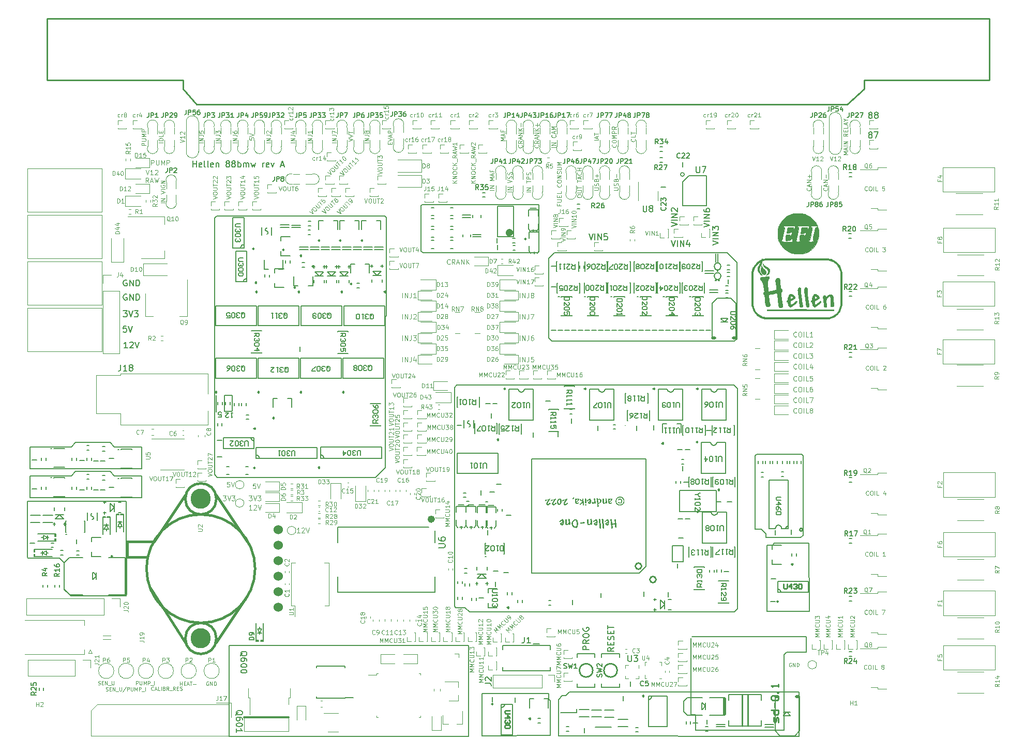
<source format=gto>
G75*
G70*
%OFA0B0*%
%FSLAX25Y25*%
%IPPOS*%
%LPD*%
%AMOC8*
5,1,8,0,0,1.08239X$1,22.5*
%
%ADD10C,0.00787*%
%ADD105C,0.01181*%
%ADD106C,0.00984*%
%ADD107C,0.01575*%
%ADD113C,0.00591*%
%ADD114C,0.00472*%
%ADD115C,0.00394*%
%ADD116C,0.00500*%
%ADD117C,0.00669*%
%ADD118C,0.00390*%
%ADD119C,0.00800*%
%ADD120C,0.02425*%
%ADD121C,0.01000*%
%ADD122C,0.00010*%
%ADD123C,0.01500*%
%ADD156C,0.01968*%
%ADD18C,0.02362*%
%ADD242C,0.00689*%
%ADD30C,0.06000*%
%ADD326C,0.00650*%
%ADD85C,0.13000*%
X0000000Y0000000D02*
%LPD*%
G01*
D113*
X0063463Y0275694D02*
X0065901Y0275694D01*
X0064588Y0274195D01*
X0065151Y0274195D01*
X0065526Y0274007D01*
X0065713Y0273820D01*
X0065901Y0273445D01*
X0065901Y0272507D01*
X0065713Y0272132D01*
X0065526Y0271945D01*
X0065151Y0271757D01*
X0064026Y0271757D01*
X0063651Y0271945D01*
X0063463Y0272132D01*
X0067025Y0275694D02*
X0068338Y0271757D01*
X0069650Y0275694D01*
X0070588Y0275694D02*
X0073025Y0275694D01*
X0071712Y0274195D01*
X0072275Y0274195D01*
X0072650Y0274007D01*
X0072837Y0273820D01*
X0073025Y0273445D01*
X0073025Y0272507D01*
X0072837Y0272132D01*
X0072650Y0271945D01*
X0072275Y0271757D01*
X0071150Y0271757D01*
X0070775Y0271945D01*
X0070588Y0272132D01*
X0065526Y0265852D02*
X0063651Y0265852D01*
X0063463Y0263977D01*
X0063651Y0264165D01*
X0064026Y0264352D01*
X0064963Y0264352D01*
X0065338Y0264165D01*
X0065526Y0263977D01*
X0065713Y0263602D01*
X0065713Y0262665D01*
X0065526Y0262290D01*
X0065338Y0262102D01*
X0064963Y0261915D01*
X0064026Y0261915D01*
X0063651Y0262102D01*
X0063463Y0262290D01*
X0066838Y0265852D02*
X0068150Y0261915D01*
X0069463Y0265852D01*
X0066294Y0251639D02*
X0064045Y0251639D01*
X0065169Y0251639D02*
X0065169Y0255576D01*
X0064794Y0255014D01*
X0064420Y0254639D01*
X0064045Y0254451D01*
X0067794Y0255201D02*
X0067982Y0255389D01*
X0068357Y0255576D01*
X0069294Y0255576D01*
X0069669Y0255389D01*
X0069856Y0255201D01*
X0070044Y0254826D01*
X0070044Y0254451D01*
X0069856Y0253889D01*
X0067607Y0251639D01*
X0070044Y0251639D01*
X0071169Y0255576D02*
X0072481Y0251639D01*
X0073793Y0255576D01*
X0065760Y0295389D02*
X0065385Y0295576D01*
X0064823Y0295576D01*
X0064260Y0295389D01*
X0063885Y0295014D01*
X0063698Y0294639D01*
X0063510Y0293889D01*
X0063510Y0293327D01*
X0063698Y0292577D01*
X0063885Y0292202D01*
X0064260Y0291827D01*
X0064823Y0291639D01*
X0065198Y0291639D01*
X0065760Y0291827D01*
X0065947Y0292014D01*
X0065947Y0293327D01*
X0065198Y0293327D01*
X0067635Y0291639D02*
X0067635Y0295576D01*
X0069884Y0291639D01*
X0069884Y0295576D01*
X0071759Y0291639D02*
X0071759Y0295576D01*
X0072697Y0295576D01*
X0073259Y0295389D01*
X0073634Y0295014D01*
X0073821Y0294639D01*
X0074009Y0293889D01*
X0074009Y0293327D01*
X0073821Y0292577D01*
X0073634Y0292202D01*
X0073259Y0291827D01*
X0072697Y0291639D01*
X0071759Y0291639D01*
X0544704Y0402133D02*
X0544329Y0402321D01*
X0544142Y0402508D01*
X0543954Y0402883D01*
X0543954Y0403070D01*
X0544142Y0403445D01*
X0544329Y0403633D01*
X0544704Y0403820D01*
X0545454Y0403820D01*
X0545829Y0403633D01*
X0546016Y0403445D01*
X0546204Y0403070D01*
X0546204Y0402883D01*
X0546016Y0402508D01*
X0545829Y0402321D01*
X0545454Y0402133D01*
X0544704Y0402133D01*
X0544329Y0401946D01*
X0544142Y0401758D01*
X0543954Y0401383D01*
X0543954Y0400633D01*
X0544142Y0400258D01*
X0544329Y0400071D01*
X0544704Y0399883D01*
X0545454Y0399883D01*
X0545829Y0400071D01*
X0546016Y0400258D01*
X0546204Y0400633D01*
X0546204Y0401383D01*
X0546016Y0401758D01*
X0545829Y0401946D01*
X0545454Y0402133D01*
X0548454Y0402133D02*
X0548079Y0402321D01*
X0547891Y0402508D01*
X0547704Y0402883D01*
X0547704Y0403070D01*
X0547891Y0403445D01*
X0548079Y0403633D01*
X0548454Y0403820D01*
X0549203Y0403820D01*
X0549578Y0403633D01*
X0549766Y0403445D01*
X0549953Y0403070D01*
X0549953Y0402883D01*
X0549766Y0402508D01*
X0549578Y0402321D01*
X0549203Y0402133D01*
X0548454Y0402133D01*
X0548079Y0401946D01*
X0547891Y0401758D01*
X0547704Y0401383D01*
X0547704Y0400633D01*
X0547891Y0400258D01*
X0548079Y0400071D01*
X0548454Y0399883D01*
X0549203Y0399883D01*
X0549578Y0400071D01*
X0549766Y0400258D01*
X0549953Y0400633D01*
X0549953Y0401383D01*
X0549766Y0401758D01*
X0549578Y0401946D01*
X0549203Y0402133D01*
D114*
X0319179Y0242759D02*
X0319179Y0245909D01*
X0320679Y0242759D02*
X0320679Y0245909D01*
X0322479Y0242759D01*
X0322479Y0245909D01*
X0324878Y0245909D02*
X0324878Y0243659D01*
X0324728Y0243209D01*
X0324428Y0242909D01*
X0323979Y0242759D01*
X0323679Y0242759D01*
X0327878Y0245909D02*
X0326378Y0245909D01*
X0326228Y0244409D01*
X0326378Y0244559D01*
X0326678Y0244709D01*
X0327428Y0244709D01*
X0327728Y0244559D01*
X0327878Y0244409D01*
X0328028Y0244109D01*
X0328028Y0243359D01*
X0327878Y0243059D01*
X0327728Y0242909D01*
X0327428Y0242759D01*
X0326678Y0242759D01*
X0326378Y0242909D01*
X0326228Y0243059D01*
X0148716Y0164216D02*
X0147216Y0164216D01*
X0147066Y0162716D01*
X0147216Y0162866D01*
X0147516Y0163016D01*
X0148266Y0163016D01*
X0148566Y0162866D01*
X0148716Y0162716D01*
X0148866Y0162416D01*
X0148866Y0161666D01*
X0148716Y0161366D01*
X0148566Y0161216D01*
X0148266Y0161066D01*
X0147516Y0161066D01*
X0147216Y0161216D01*
X0147066Y0161366D01*
X0149766Y0164216D02*
X0150816Y0161066D01*
X0151866Y0164216D01*
D115*
X0367098Y0353567D02*
X0369329Y0353567D01*
X0369592Y0353698D01*
X0369723Y0353830D01*
X0369854Y0354092D01*
X0369854Y0354617D01*
X0369723Y0354880D01*
X0369592Y0355011D01*
X0369329Y0355142D01*
X0367098Y0355142D01*
X0369723Y0356323D02*
X0369854Y0356717D01*
X0369854Y0357373D01*
X0369723Y0357635D01*
X0369592Y0357767D01*
X0369329Y0357898D01*
X0369067Y0357898D01*
X0368804Y0357767D01*
X0368673Y0357635D01*
X0368542Y0357373D01*
X0368410Y0356848D01*
X0368279Y0356586D01*
X0368148Y0356454D01*
X0367886Y0356323D01*
X0367623Y0356323D01*
X0367361Y0356454D01*
X0367229Y0356586D01*
X0367098Y0356848D01*
X0367098Y0357504D01*
X0367229Y0357898D01*
X0368410Y0359998D02*
X0368542Y0360391D01*
X0368673Y0360523D01*
X0368935Y0360654D01*
X0369329Y0360654D01*
X0369592Y0360523D01*
X0369723Y0360391D01*
X0369854Y0360129D01*
X0369854Y0359079D01*
X0367098Y0359079D01*
X0367098Y0359998D01*
X0367229Y0360260D01*
X0367361Y0360391D01*
X0367623Y0360523D01*
X0367886Y0360523D01*
X0368148Y0360391D01*
X0368279Y0360260D01*
X0368410Y0359998D01*
X0368410Y0359079D01*
X0368804Y0361835D02*
X0368804Y0363935D01*
X0369854Y0362885D02*
X0367754Y0362885D01*
X0393214Y0386572D02*
X0393345Y0386441D01*
X0393476Y0386048D01*
X0393476Y0385785D01*
X0393345Y0385391D01*
X0393082Y0385129D01*
X0392820Y0384998D01*
X0392295Y0384866D01*
X0391901Y0384866D01*
X0391376Y0384998D01*
X0391114Y0385129D01*
X0390851Y0385391D01*
X0390720Y0385785D01*
X0390720Y0386048D01*
X0390851Y0386441D01*
X0390983Y0386572D01*
X0393476Y0389066D02*
X0393476Y0387754D01*
X0390720Y0387754D01*
X0390720Y0389591D02*
X0390720Y0391166D01*
X0393476Y0390378D02*
X0390720Y0390378D01*
X0507584Y0375221D02*
X0508502Y0372465D01*
X0509421Y0375221D01*
X0511783Y0372465D02*
X0510208Y0372465D01*
X0510996Y0372465D02*
X0510996Y0375221D01*
X0510733Y0374827D01*
X0510471Y0374565D01*
X0510208Y0374433D01*
X0512833Y0374958D02*
X0512964Y0375090D01*
X0513227Y0375221D01*
X0513883Y0375221D01*
X0514145Y0375090D01*
X0514277Y0374958D01*
X0514408Y0374696D01*
X0514408Y0374433D01*
X0514277Y0374040D01*
X0512702Y0372465D01*
X0514408Y0372465D01*
X0136783Y0384079D02*
X0134027Y0384079D01*
X0136783Y0385391D02*
X0134027Y0385391D01*
X0136783Y0386966D01*
X0134027Y0386966D01*
X0134027Y0389066D02*
X0135996Y0389066D01*
X0136389Y0388935D01*
X0136652Y0388672D01*
X0136783Y0388279D01*
X0136783Y0388016D01*
X0134027Y0391559D02*
X0134027Y0391034D01*
X0134158Y0390772D01*
X0134290Y0390641D01*
X0134683Y0390378D01*
X0135208Y0390247D01*
X0136258Y0390247D01*
X0136521Y0390378D01*
X0136652Y0390510D01*
X0136783Y0390772D01*
X0136783Y0391297D01*
X0136652Y0391559D01*
X0136521Y0391691D01*
X0136258Y0391822D01*
X0135602Y0391822D01*
X0135340Y0391691D01*
X0135208Y0391559D01*
X0135077Y0391297D01*
X0135077Y0390772D01*
X0135208Y0390510D01*
X0135340Y0390378D01*
X0135602Y0390247D01*
D114*
X0177287Y0132523D02*
X0175488Y0132523D01*
X0176388Y0132523D02*
X0176388Y0135673D01*
X0176088Y0135223D01*
X0175788Y0134923D01*
X0175488Y0134773D01*
X0178487Y0135373D02*
X0178637Y0135523D01*
X0178937Y0135673D01*
X0179687Y0135673D01*
X0179987Y0135523D01*
X0180137Y0135373D01*
X0180287Y0135073D01*
X0180287Y0134773D01*
X0180137Y0134323D01*
X0178337Y0132523D01*
X0180287Y0132523D01*
X0181187Y0135673D02*
X0182237Y0132523D01*
X0183287Y0135673D01*
D115*
X0302531Y0353502D02*
X0299775Y0353502D01*
X0302531Y0354814D02*
X0299775Y0354814D01*
X0302531Y0356389D01*
X0299775Y0356389D01*
X0302531Y0359801D02*
X0299775Y0359801D01*
X0301744Y0360719D01*
X0299775Y0361638D01*
X0302531Y0361638D01*
X0301744Y0362819D02*
X0301744Y0364132D01*
X0302531Y0362557D02*
X0299775Y0363475D01*
X0302531Y0364394D01*
X0301088Y0366231D02*
X0301088Y0365313D01*
X0302531Y0365313D02*
X0299775Y0365313D01*
X0299775Y0366625D01*
D114*
X0497479Y0259201D02*
X0497329Y0259051D01*
X0496879Y0258901D01*
X0496579Y0258901D01*
X0496129Y0259051D01*
X0495829Y0259351D01*
X0495679Y0259651D01*
X0495529Y0260251D01*
X0495529Y0260701D01*
X0495679Y0261301D01*
X0495829Y0261601D01*
X0496129Y0261901D01*
X0496579Y0262051D01*
X0496879Y0262051D01*
X0497329Y0261901D01*
X0497479Y0261751D01*
X0499428Y0262051D02*
X0500028Y0262051D01*
X0500328Y0261901D01*
X0500628Y0261601D01*
X0500778Y0261001D01*
X0500778Y0259951D01*
X0500628Y0259351D01*
X0500328Y0259051D01*
X0500028Y0258901D01*
X0499428Y0258901D01*
X0499128Y0259051D01*
X0498829Y0259351D01*
X0498679Y0259951D01*
X0498679Y0261001D01*
X0498829Y0261601D01*
X0499128Y0261901D01*
X0499428Y0262051D01*
X0502128Y0258901D02*
X0502128Y0262051D01*
X0505128Y0258901D02*
X0503628Y0258901D01*
X0503628Y0262051D01*
X0507827Y0258901D02*
X0506028Y0258901D01*
X0506928Y0258901D02*
X0506928Y0262051D01*
X0506628Y0261601D01*
X0506328Y0261301D01*
X0506028Y0261151D01*
D115*
X0493973Y0048515D02*
X0493748Y0048627D01*
X0493410Y0048627D01*
X0493073Y0048515D01*
X0492848Y0048290D01*
X0492736Y0048065D01*
X0492623Y0047615D01*
X0492623Y0047277D01*
X0492736Y0046827D01*
X0492848Y0046602D01*
X0493073Y0046378D01*
X0493410Y0046265D01*
X0493635Y0046265D01*
X0493973Y0046378D01*
X0494085Y0046490D01*
X0494085Y0047277D01*
X0493635Y0047277D01*
X0495098Y0046265D02*
X0495098Y0048627D01*
X0496448Y0046265D01*
X0496448Y0048627D01*
X0497572Y0046265D02*
X0497572Y0048627D01*
X0498135Y0048627D01*
X0498472Y0048515D01*
X0498697Y0048290D01*
X0498810Y0048065D01*
X0498922Y0047615D01*
X0498922Y0047277D01*
X0498810Y0046827D01*
X0498697Y0046602D01*
X0498472Y0046378D01*
X0498135Y0046265D01*
X0497572Y0046265D01*
D114*
X0243392Y0256539D02*
X0243392Y0259688D01*
X0244892Y0256539D02*
X0244892Y0259688D01*
X0246691Y0256539D01*
X0246691Y0259688D01*
X0249091Y0259688D02*
X0249091Y0257439D01*
X0248941Y0256989D01*
X0248641Y0256689D01*
X0248191Y0256539D01*
X0247891Y0256539D01*
X0250291Y0259688D02*
X0252241Y0259688D01*
X0251191Y0258489D01*
X0251641Y0258489D01*
X0251941Y0258339D01*
X0252091Y0258189D01*
X0252241Y0257889D01*
X0252241Y0257139D01*
X0252091Y0256839D01*
X0251941Y0256689D01*
X0251641Y0256539D01*
X0250741Y0256539D01*
X0250441Y0256689D01*
X0250291Y0256839D01*
D115*
X0543804Y0237688D02*
X0543673Y0237557D01*
X0543279Y0237426D01*
X0543017Y0237426D01*
X0542623Y0237557D01*
X0542361Y0237819D01*
X0542229Y0238082D01*
X0542098Y0238607D01*
X0542098Y0239000D01*
X0542229Y0239525D01*
X0542361Y0239788D01*
X0542623Y0240050D01*
X0543017Y0240181D01*
X0543279Y0240181D01*
X0543673Y0240050D01*
X0543804Y0239919D01*
X0545510Y0240181D02*
X0546035Y0240181D01*
X0546298Y0240050D01*
X0546560Y0239788D01*
X0546691Y0239263D01*
X0546691Y0238344D01*
X0546560Y0237819D01*
X0546298Y0237557D01*
X0546035Y0237426D01*
X0545510Y0237426D01*
X0545248Y0237557D01*
X0544985Y0237819D01*
X0544854Y0238344D01*
X0544854Y0239263D01*
X0544985Y0239788D01*
X0545248Y0240050D01*
X0545510Y0240181D01*
X0547872Y0237426D02*
X0547872Y0240181D01*
X0550497Y0237426D02*
X0549185Y0237426D01*
X0549185Y0240181D01*
X0553384Y0239919D02*
X0553515Y0240050D01*
X0553778Y0240181D01*
X0554434Y0240181D01*
X0554697Y0240050D01*
X0554828Y0239919D01*
X0554959Y0239656D01*
X0554959Y0239394D01*
X0554828Y0239000D01*
X0553253Y0237426D01*
X0554959Y0237426D01*
X0543410Y0314066D02*
X0543279Y0313935D01*
X0542886Y0313803D01*
X0542623Y0313803D01*
X0542229Y0313935D01*
X0541967Y0314197D01*
X0541836Y0314460D01*
X0541704Y0314985D01*
X0541704Y0315378D01*
X0541836Y0315903D01*
X0541967Y0316166D01*
X0542229Y0316428D01*
X0542623Y0316559D01*
X0542886Y0316559D01*
X0543279Y0316428D01*
X0543410Y0316297D01*
X0545116Y0316559D02*
X0545641Y0316559D01*
X0545904Y0316428D01*
X0546166Y0316166D01*
X0546298Y0315641D01*
X0546298Y0314722D01*
X0546166Y0314197D01*
X0545904Y0313935D01*
X0545641Y0313803D01*
X0545116Y0313803D01*
X0544854Y0313935D01*
X0544592Y0314197D01*
X0544460Y0314722D01*
X0544460Y0315641D01*
X0544592Y0316166D01*
X0544854Y0316428D01*
X0545116Y0316559D01*
X0547479Y0313803D02*
X0547479Y0316559D01*
X0550103Y0313803D02*
X0548791Y0313803D01*
X0548791Y0316559D01*
X0552859Y0316559D02*
X0554565Y0316559D01*
X0553647Y0315509D01*
X0554040Y0315509D01*
X0554303Y0315378D01*
X0554434Y0315247D01*
X0554565Y0314985D01*
X0554565Y0314328D01*
X0554434Y0314066D01*
X0554303Y0313935D01*
X0554040Y0313803D01*
X0553253Y0313803D01*
X0552991Y0313935D01*
X0552859Y0314066D01*
X0379697Y0353567D02*
X0381928Y0353567D01*
X0382190Y0353698D01*
X0382321Y0353830D01*
X0382452Y0354092D01*
X0382452Y0354617D01*
X0382321Y0354880D01*
X0382190Y0355011D01*
X0381928Y0355142D01*
X0379697Y0355142D01*
X0382321Y0356323D02*
X0382452Y0356717D01*
X0382452Y0357373D01*
X0382321Y0357635D01*
X0382190Y0357767D01*
X0381928Y0357898D01*
X0381665Y0357898D01*
X0381403Y0357767D01*
X0381271Y0357635D01*
X0381140Y0357373D01*
X0381009Y0356848D01*
X0380878Y0356586D01*
X0380746Y0356454D01*
X0380484Y0356323D01*
X0380221Y0356323D01*
X0379959Y0356454D01*
X0379828Y0356586D01*
X0379697Y0356848D01*
X0379697Y0357504D01*
X0379828Y0357898D01*
X0381009Y0359998D02*
X0381140Y0360391D01*
X0381271Y0360523D01*
X0381534Y0360654D01*
X0381928Y0360654D01*
X0382190Y0360523D01*
X0382321Y0360391D01*
X0382452Y0360129D01*
X0382452Y0359079D01*
X0379697Y0359079D01*
X0379697Y0359998D01*
X0379828Y0360260D01*
X0379959Y0360391D01*
X0380221Y0360523D01*
X0380484Y0360523D01*
X0380746Y0360391D01*
X0380878Y0360260D01*
X0381009Y0359998D01*
X0381009Y0359079D01*
X0381403Y0361835D02*
X0381403Y0363935D01*
X0519001Y0375221D02*
X0519920Y0372465D01*
X0520838Y0375221D01*
X0523200Y0372465D02*
X0521626Y0372465D01*
X0522413Y0372465D02*
X0522413Y0375221D01*
X0522151Y0374827D01*
X0521888Y0374565D01*
X0521626Y0374433D01*
X0524250Y0374958D02*
X0524382Y0375090D01*
X0524644Y0375221D01*
X0525300Y0375221D01*
X0525563Y0375090D01*
X0525694Y0374958D01*
X0525825Y0374696D01*
X0525825Y0374433D01*
X0525694Y0374040D01*
X0524119Y0372465D01*
X0525825Y0372465D01*
X0078122Y0382373D02*
X0075366Y0382373D01*
X0075366Y0383423D01*
X0075497Y0383685D01*
X0075628Y0383817D01*
X0075891Y0383948D01*
X0076284Y0383948D01*
X0076547Y0383817D01*
X0076678Y0383685D01*
X0076809Y0383423D01*
X0076809Y0382373D01*
X0075366Y0385129D02*
X0077597Y0385129D01*
X0077859Y0385260D01*
X0077991Y0385391D01*
X0078122Y0385654D01*
X0078122Y0386179D01*
X0077991Y0386441D01*
X0077859Y0386572D01*
X0077597Y0386704D01*
X0075366Y0386704D01*
X0078122Y0388016D02*
X0075366Y0388016D01*
X0077334Y0388935D01*
X0075366Y0389853D01*
X0078122Y0389853D01*
X0078122Y0391166D02*
X0075366Y0391166D01*
X0075366Y0392216D01*
X0075497Y0392478D01*
X0075628Y0392609D01*
X0075891Y0392740D01*
X0076284Y0392740D01*
X0076547Y0392609D01*
X0076678Y0392478D01*
X0076809Y0392216D01*
X0076809Y0391166D01*
X0071813Y0034454D02*
X0071813Y0036816D01*
X0072713Y0036816D01*
X0072938Y0036704D01*
X0073050Y0036591D01*
X0073163Y0036366D01*
X0073163Y0036029D01*
X0073050Y0035804D01*
X0072938Y0035691D01*
X0072713Y0035579D01*
X0071813Y0035579D01*
X0074175Y0036816D02*
X0074175Y0034904D01*
X0074288Y0034679D01*
X0074400Y0034566D01*
X0074625Y0034454D01*
X0075075Y0034454D01*
X0075300Y0034566D01*
X0075413Y0034679D01*
X0075525Y0034904D01*
X0075525Y0036816D01*
X0076650Y0034454D02*
X0076650Y0036816D01*
X0077437Y0035129D01*
X0078225Y0036816D01*
X0078225Y0034454D01*
X0079350Y0034454D02*
X0079350Y0036816D01*
X0080250Y0036816D01*
X0080475Y0036704D01*
X0080587Y0036591D01*
X0080700Y0036366D01*
X0080700Y0036029D01*
X0080587Y0035804D01*
X0080475Y0035691D01*
X0080250Y0035579D01*
X0079350Y0035579D01*
X0081149Y0034229D02*
X0082949Y0034229D01*
X0083512Y0034454D02*
X0083512Y0036816D01*
D113*
X0379734Y0058455D02*
X0377859Y0057143D01*
X0379734Y0056205D02*
X0375797Y0056205D01*
X0375797Y0057705D01*
X0375984Y0058080D01*
X0376172Y0058268D01*
X0376547Y0058455D01*
X0377109Y0058455D01*
X0377484Y0058268D01*
X0377672Y0058080D01*
X0377859Y0057705D01*
X0377859Y0056205D01*
X0377672Y0060142D02*
X0377672Y0061455D01*
X0379734Y0062017D02*
X0379734Y0060142D01*
X0375797Y0060142D01*
X0375797Y0062017D01*
X0379547Y0063517D02*
X0379734Y0064079D01*
X0379734Y0065017D01*
X0379547Y0065392D01*
X0379359Y0065579D01*
X0378984Y0065767D01*
X0378609Y0065767D01*
X0378234Y0065579D01*
X0378047Y0065392D01*
X0377859Y0065017D01*
X0377672Y0064267D01*
X0377484Y0063892D01*
X0377297Y0063704D01*
X0376922Y0063517D01*
X0376547Y0063517D01*
X0376172Y0063704D01*
X0375984Y0063892D01*
X0375797Y0064267D01*
X0375797Y0065204D01*
X0375984Y0065767D01*
X0377672Y0067454D02*
X0377672Y0068766D01*
X0379734Y0069329D02*
X0379734Y0067454D01*
X0375797Y0067454D01*
X0375797Y0069329D01*
X0375797Y0070453D02*
X0375797Y0072703D01*
X0379734Y0071578D02*
X0375797Y0071578D01*
D114*
X0144432Y0156342D02*
X0146382Y0156342D01*
X0145332Y0155142D01*
X0145782Y0155142D01*
X0146082Y0154992D01*
X0146232Y0154842D01*
X0146382Y0154542D01*
X0146382Y0153792D01*
X0146232Y0153492D01*
X0146082Y0153342D01*
X0145782Y0153192D01*
X0144882Y0153192D01*
X0144582Y0153342D01*
X0144432Y0153492D01*
X0147282Y0156342D02*
X0148332Y0153192D01*
X0149382Y0156342D01*
X0150131Y0156342D02*
X0152081Y0156342D01*
X0151031Y0155142D01*
X0151481Y0155142D01*
X0151781Y0154992D01*
X0151931Y0154842D01*
X0152081Y0154542D01*
X0152081Y0153792D01*
X0151931Y0153492D01*
X0151781Y0153342D01*
X0151481Y0153192D01*
X0150581Y0153192D01*
X0150281Y0153342D01*
X0150131Y0153492D01*
D115*
X0543804Y0277058D02*
X0543673Y0276927D01*
X0543279Y0276796D01*
X0543017Y0276796D01*
X0542623Y0276927D01*
X0542361Y0277189D01*
X0542229Y0277452D01*
X0542098Y0277977D01*
X0542098Y0278370D01*
X0542229Y0278895D01*
X0542361Y0279158D01*
X0542623Y0279420D01*
X0543017Y0279551D01*
X0543279Y0279551D01*
X0543673Y0279420D01*
X0543804Y0279289D01*
X0545510Y0279551D02*
X0546035Y0279551D01*
X0546298Y0279420D01*
X0546560Y0279158D01*
X0546691Y0278633D01*
X0546691Y0277714D01*
X0546560Y0277189D01*
X0546298Y0276927D01*
X0546035Y0276796D01*
X0545510Y0276796D01*
X0545248Y0276927D01*
X0544985Y0277189D01*
X0544854Y0277714D01*
X0544854Y0278633D01*
X0544985Y0279158D01*
X0545248Y0279420D01*
X0545510Y0279551D01*
X0547872Y0276796D02*
X0547872Y0279551D01*
X0550497Y0276796D02*
X0549185Y0276796D01*
X0549185Y0279551D01*
X0554697Y0279551D02*
X0554172Y0279551D01*
X0553909Y0279420D01*
X0553778Y0279289D01*
X0553515Y0278895D01*
X0553384Y0278370D01*
X0553384Y0277321D01*
X0553515Y0277058D01*
X0553647Y0276927D01*
X0553909Y0276796D01*
X0554434Y0276796D01*
X0554697Y0276927D01*
X0554828Y0277058D01*
X0554959Y0277321D01*
X0554959Y0277977D01*
X0554828Y0278239D01*
X0554697Y0278370D01*
X0554434Y0278502D01*
X0553909Y0278502D01*
X0553647Y0278370D01*
X0553515Y0278239D01*
X0553384Y0277977D01*
D114*
X0081459Y0369728D02*
X0081459Y0372877D01*
X0082659Y0372877D01*
X0082959Y0372727D01*
X0083109Y0372577D01*
X0083259Y0372277D01*
X0083259Y0371827D01*
X0083109Y0371527D01*
X0082959Y0371378D01*
X0082659Y0371228D01*
X0081459Y0371228D01*
X0084608Y0372877D02*
X0084608Y0370328D01*
X0084758Y0370028D01*
X0084908Y0369878D01*
X0085208Y0369728D01*
X0085808Y0369728D01*
X0086108Y0369878D01*
X0086258Y0370028D01*
X0086408Y0370328D01*
X0086408Y0372877D01*
X0087908Y0369728D02*
X0087908Y0372877D01*
X0088958Y0370628D01*
X0090008Y0372877D01*
X0090008Y0369728D01*
X0091508Y0369728D02*
X0091508Y0372877D01*
X0092707Y0372877D01*
X0093007Y0372727D01*
X0093157Y0372577D01*
X0093307Y0372277D01*
X0093307Y0371827D01*
X0093157Y0371527D01*
X0093007Y0371378D01*
X0092707Y0371228D01*
X0091508Y0371228D01*
X0243392Y0270318D02*
X0243392Y0273468D01*
X0244892Y0270318D02*
X0244892Y0273468D01*
X0246691Y0270318D01*
X0246691Y0273468D01*
X0249091Y0273468D02*
X0249091Y0271218D01*
X0248941Y0270768D01*
X0248641Y0270468D01*
X0248191Y0270318D01*
X0247891Y0270318D01*
X0250441Y0273168D02*
X0250591Y0273318D01*
X0250891Y0273468D01*
X0251641Y0273468D01*
X0251941Y0273318D01*
X0252091Y0273168D01*
X0252241Y0272868D01*
X0252241Y0272568D01*
X0252091Y0272118D01*
X0250291Y0270318D01*
X0252241Y0270318D01*
D115*
X0369854Y0385654D02*
X0367098Y0385654D01*
X0369067Y0386835D02*
X0369067Y0388147D01*
X0369854Y0386572D02*
X0367098Y0387491D01*
X0369854Y0388410D01*
X0367098Y0388935D02*
X0367098Y0390510D01*
X0369854Y0389722D02*
X0367098Y0389722D01*
D113*
X0363695Y0057143D02*
X0359758Y0057143D01*
X0359758Y0058642D01*
X0359946Y0059017D01*
X0360133Y0059205D01*
X0360508Y0059392D01*
X0361071Y0059392D01*
X0361446Y0059205D01*
X0361633Y0059017D01*
X0361821Y0058642D01*
X0361821Y0057143D01*
X0363695Y0063329D02*
X0361821Y0062017D01*
X0363695Y0061080D02*
X0359758Y0061080D01*
X0359758Y0062579D01*
X0359946Y0062954D01*
X0360133Y0063142D01*
X0360508Y0063329D01*
X0361071Y0063329D01*
X0361446Y0063142D01*
X0361633Y0062954D01*
X0361821Y0062579D01*
X0361821Y0061080D01*
X0359758Y0065767D02*
X0359758Y0066516D01*
X0359946Y0066891D01*
X0360321Y0067266D01*
X0361071Y0067454D01*
X0362383Y0067454D01*
X0363133Y0067266D01*
X0363508Y0066891D01*
X0363695Y0066516D01*
X0363695Y0065767D01*
X0363508Y0065392D01*
X0363133Y0065017D01*
X0362383Y0064829D01*
X0361071Y0064829D01*
X0360321Y0065017D01*
X0359946Y0065392D01*
X0359758Y0065767D01*
X0359946Y0071203D02*
X0359758Y0070828D01*
X0359758Y0070266D01*
X0359946Y0069704D01*
X0360321Y0069329D01*
X0360696Y0069141D01*
X0361446Y0068954D01*
X0362008Y0068954D01*
X0362758Y0069141D01*
X0363133Y0069329D01*
X0363508Y0069704D01*
X0363695Y0070266D01*
X0363695Y0070641D01*
X0363508Y0071203D01*
X0363320Y0071391D01*
X0362008Y0071391D01*
X0362008Y0070641D01*
D115*
X0356074Y0349499D02*
X0356074Y0350024D01*
X0356206Y0350286D01*
X0356468Y0350549D01*
X0356993Y0350680D01*
X0357912Y0350680D01*
X0358437Y0350549D01*
X0358699Y0350286D01*
X0358830Y0350024D01*
X0358830Y0349499D01*
X0358699Y0349237D01*
X0358437Y0348974D01*
X0357912Y0348843D01*
X0356993Y0348843D01*
X0356468Y0348974D01*
X0356206Y0349237D01*
X0356074Y0349499D01*
X0356074Y0351861D02*
X0358305Y0351861D01*
X0358568Y0351992D01*
X0358699Y0352124D01*
X0358830Y0352386D01*
X0358830Y0352911D01*
X0358699Y0353174D01*
X0358568Y0353305D01*
X0358305Y0353436D01*
X0356074Y0353436D01*
X0356074Y0354355D02*
X0356074Y0355929D01*
X0358830Y0355142D02*
X0356074Y0355142D01*
X0356074Y0358554D02*
X0356074Y0360129D01*
X0358830Y0359342D02*
X0356074Y0359342D01*
X0358043Y0360916D02*
X0358043Y0362229D01*
X0358830Y0360654D02*
X0356074Y0361572D01*
X0358830Y0362491D01*
X0358568Y0364985D02*
X0358699Y0364853D01*
X0358830Y0364460D01*
X0358830Y0364197D01*
X0358699Y0363803D01*
X0358437Y0363541D01*
X0358174Y0363410D01*
X0357649Y0363279D01*
X0357256Y0363279D01*
X0356731Y0363410D01*
X0356468Y0363541D01*
X0356206Y0363803D01*
X0356074Y0364197D01*
X0356074Y0364460D01*
X0356206Y0364853D01*
X0356337Y0364985D01*
X0358830Y0366166D02*
X0356074Y0366166D01*
X0357387Y0366166D02*
X0357387Y0367740D01*
X0358830Y0367740D02*
X0356074Y0367740D01*
D113*
X0065760Y0286334D02*
X0065385Y0286521D01*
X0064823Y0286521D01*
X0064260Y0286334D01*
X0063885Y0285959D01*
X0063698Y0285584D01*
X0063510Y0284834D01*
X0063510Y0284271D01*
X0063698Y0283521D01*
X0063885Y0283147D01*
X0064260Y0282772D01*
X0064823Y0282584D01*
X0065198Y0282584D01*
X0065760Y0282772D01*
X0065947Y0282959D01*
X0065947Y0284271D01*
X0065198Y0284271D01*
X0067635Y0282584D02*
X0067635Y0286521D01*
X0069884Y0282584D01*
X0069884Y0286521D01*
X0071759Y0282584D02*
X0071759Y0286521D01*
X0072697Y0286521D01*
X0073259Y0286334D01*
X0073634Y0285959D01*
X0073821Y0285584D01*
X0074009Y0284834D01*
X0074009Y0284271D01*
X0073821Y0283521D01*
X0073634Y0283147D01*
X0073259Y0282772D01*
X0072697Y0282584D01*
X0071759Y0282584D01*
D115*
X0118382Y0036310D02*
X0118157Y0036423D01*
X0117820Y0036423D01*
X0117482Y0036310D01*
X0117257Y0036085D01*
X0117145Y0035860D01*
X0117032Y0035410D01*
X0117032Y0035073D01*
X0117145Y0034623D01*
X0117257Y0034398D01*
X0117482Y0034173D01*
X0117820Y0034060D01*
X0118045Y0034060D01*
X0118382Y0034173D01*
X0118495Y0034285D01*
X0118495Y0035073D01*
X0118045Y0035073D01*
X0119507Y0034060D02*
X0119507Y0036423D01*
X0120857Y0034060D01*
X0120857Y0036423D01*
X0121982Y0034060D02*
X0121982Y0036423D01*
X0122544Y0036423D01*
X0122882Y0036310D01*
X0123107Y0036085D01*
X0123219Y0035860D01*
X0123332Y0035410D01*
X0123332Y0035073D01*
X0123219Y0034623D01*
X0123107Y0034398D01*
X0122882Y0034173D01*
X0122544Y0034060D01*
X0121982Y0034060D01*
X0221823Y0384079D02*
X0219067Y0384079D01*
X0221823Y0385391D02*
X0219067Y0385391D01*
X0221823Y0386966D01*
X0219067Y0386966D01*
X0219067Y0389066D02*
X0221035Y0389066D01*
X0221429Y0388935D01*
X0221691Y0388672D01*
X0221823Y0388279D01*
X0221823Y0388016D01*
X0220248Y0390772D02*
X0220116Y0390510D01*
X0219985Y0390378D01*
X0219723Y0390247D01*
X0219592Y0390247D01*
X0219329Y0390378D01*
X0219198Y0390510D01*
X0219067Y0390772D01*
X0219067Y0391297D01*
X0219198Y0391559D01*
X0219329Y0391691D01*
X0219592Y0391822D01*
X0219723Y0391822D01*
X0219985Y0391691D01*
X0220116Y0391559D01*
X0220248Y0391297D01*
X0220248Y0390772D01*
X0220379Y0390510D01*
X0220510Y0390378D01*
X0220773Y0390247D01*
X0221298Y0390247D01*
X0221560Y0390378D01*
X0221691Y0390510D01*
X0221823Y0390772D01*
X0221823Y0391297D01*
X0221691Y0391559D01*
X0221560Y0391691D01*
X0221298Y0391822D01*
X0220773Y0391822D01*
X0220510Y0391691D01*
X0220379Y0391559D01*
X0220248Y0391297D01*
X0100169Y0384342D02*
X0102925Y0385260D01*
X0100169Y0386179D01*
X0102925Y0388541D02*
X0102925Y0386966D01*
X0102925Y0387754D02*
X0100169Y0387754D01*
X0100563Y0387491D01*
X0100825Y0387229D01*
X0100956Y0386966D01*
X0100431Y0389591D02*
X0100300Y0389722D01*
X0100169Y0389985D01*
X0100169Y0390641D01*
X0100300Y0390903D01*
X0100431Y0391034D01*
X0100694Y0391166D01*
X0100956Y0391166D01*
X0101350Y0391034D01*
X0102925Y0389460D01*
X0102925Y0391166D01*
X0125956Y0384079D02*
X0123200Y0384079D01*
X0125956Y0385391D02*
X0123200Y0385391D01*
X0125956Y0386966D01*
X0123200Y0386966D01*
X0123200Y0389066D02*
X0125169Y0389066D01*
X0125563Y0388935D01*
X0125825Y0388672D01*
X0125956Y0388279D01*
X0125956Y0388016D01*
X0123200Y0390116D02*
X0123200Y0391822D01*
X0124250Y0390903D01*
X0124250Y0391297D01*
X0124382Y0391559D01*
X0124513Y0391691D01*
X0124775Y0391822D01*
X0125431Y0391822D01*
X0125694Y0391691D01*
X0125825Y0391559D01*
X0125956Y0391297D01*
X0125956Y0390510D01*
X0125825Y0390247D01*
X0125694Y0390116D01*
X0309618Y0385588D02*
X0306862Y0385588D01*
X0308830Y0386507D01*
X0306862Y0387426D01*
X0309618Y0387426D01*
X0308830Y0388607D02*
X0308830Y0389919D01*
X0309618Y0388344D02*
X0306862Y0389263D01*
X0309618Y0390181D01*
X0308174Y0392019D02*
X0308174Y0391100D01*
X0309618Y0391100D02*
X0306862Y0391100D01*
X0306862Y0392412D01*
X0208634Y0385129D02*
X0211389Y0386048D01*
X0208634Y0386966D01*
X0208634Y0387491D02*
X0211389Y0388410D01*
X0208634Y0389328D01*
X0208634Y0389853D02*
X0208634Y0391428D01*
X0211389Y0390641D02*
X0208634Y0390641D01*
X0342295Y0381258D02*
X0339539Y0381258D01*
X0342295Y0382570D02*
X0339539Y0382570D01*
X0342295Y0384145D01*
X0339539Y0384145D01*
X0342032Y0389132D02*
X0342164Y0389000D01*
X0342295Y0388607D01*
X0342295Y0388344D01*
X0342164Y0387950D01*
X0341901Y0387688D01*
X0341639Y0387557D01*
X0341114Y0387426D01*
X0340720Y0387426D01*
X0340195Y0387557D01*
X0339933Y0387688D01*
X0339670Y0387950D01*
X0339539Y0388344D01*
X0339539Y0388607D01*
X0339670Y0389000D01*
X0339802Y0389132D01*
X0341508Y0390181D02*
X0341508Y0391494D01*
X0342295Y0389919D02*
X0339539Y0390838D01*
X0342295Y0391756D01*
X0342295Y0392675D02*
X0339539Y0392675D01*
X0341508Y0393593D01*
X0339539Y0394512D01*
X0342295Y0394512D01*
X0313949Y0352452D02*
X0311193Y0352452D01*
X0313949Y0353764D02*
X0311193Y0353764D01*
X0313949Y0355339D01*
X0311193Y0355339D01*
X0311193Y0358357D02*
X0313949Y0359276D01*
X0311193Y0360195D01*
X0313817Y0360982D02*
X0313949Y0361376D01*
X0313949Y0362032D01*
X0313817Y0362294D01*
X0313686Y0362426D01*
X0313424Y0362557D01*
X0313161Y0362557D01*
X0312899Y0362426D01*
X0312767Y0362294D01*
X0312636Y0362032D01*
X0312505Y0361507D01*
X0312374Y0361244D01*
X0312242Y0361113D01*
X0311980Y0360982D01*
X0311718Y0360982D01*
X0311455Y0361113D01*
X0311324Y0361244D01*
X0311193Y0361507D01*
X0311193Y0362163D01*
X0311324Y0362557D01*
X0313817Y0363607D02*
X0313949Y0364000D01*
X0313949Y0364656D01*
X0313817Y0364919D01*
X0313686Y0365050D01*
X0313424Y0365181D01*
X0313161Y0365181D01*
X0312899Y0365050D01*
X0312767Y0364919D01*
X0312636Y0364656D01*
X0312505Y0364132D01*
X0312374Y0363869D01*
X0312242Y0363738D01*
X0311980Y0363607D01*
X0311718Y0363607D01*
X0311455Y0363738D01*
X0311324Y0363869D01*
X0311193Y0364132D01*
X0311193Y0364788D01*
X0311324Y0365181D01*
D113*
X0108352Y0368387D02*
X0108352Y0372324D01*
X0108352Y0370450D02*
X0110602Y0370450D01*
X0110602Y0368387D02*
X0110602Y0372324D01*
X0113977Y0368575D02*
X0113602Y0368387D01*
X0112852Y0368387D01*
X0112477Y0368575D01*
X0112289Y0368950D01*
X0112289Y0370450D01*
X0112477Y0370824D01*
X0112852Y0371012D01*
X0113602Y0371012D01*
X0113977Y0370824D01*
X0114164Y0370450D01*
X0114164Y0370075D01*
X0112289Y0369700D01*
X0116414Y0368387D02*
X0116039Y0368575D01*
X0115851Y0368950D01*
X0115851Y0372324D01*
X0118476Y0368387D02*
X0118101Y0368575D01*
X0117914Y0368950D01*
X0117914Y0372324D01*
X0121476Y0368575D02*
X0121101Y0368387D01*
X0120351Y0368387D01*
X0119976Y0368575D01*
X0119788Y0368950D01*
X0119788Y0370450D01*
X0119976Y0370824D01*
X0120351Y0371012D01*
X0121101Y0371012D01*
X0121476Y0370824D01*
X0121663Y0370450D01*
X0121663Y0370075D01*
X0119788Y0369700D01*
X0123350Y0371012D02*
X0123350Y0368387D01*
X0123350Y0370637D02*
X0123538Y0370824D01*
X0123913Y0371012D01*
X0124475Y0371012D01*
X0124850Y0370824D01*
X0125038Y0370450D01*
X0125038Y0368387D01*
X0130475Y0370637D02*
X0130100Y0370824D01*
X0129912Y0371012D01*
X0129725Y0371387D01*
X0129725Y0371574D01*
X0129912Y0371949D01*
X0130100Y0372137D01*
X0130475Y0372324D01*
X0131224Y0372324D01*
X0131599Y0372137D01*
X0131787Y0371949D01*
X0131974Y0371574D01*
X0131974Y0371387D01*
X0131787Y0371012D01*
X0131599Y0370824D01*
X0131224Y0370637D01*
X0130475Y0370637D01*
X0130100Y0370450D01*
X0129912Y0370262D01*
X0129725Y0369887D01*
X0129725Y0369137D01*
X0129912Y0368762D01*
X0130100Y0368575D01*
X0130475Y0368387D01*
X0131224Y0368387D01*
X0131599Y0368575D01*
X0131787Y0368762D01*
X0131974Y0369137D01*
X0131974Y0369887D01*
X0131787Y0370262D01*
X0131599Y0370450D01*
X0131224Y0370637D01*
X0134224Y0370637D02*
X0133849Y0370824D01*
X0133662Y0371012D01*
X0133474Y0371387D01*
X0133474Y0371574D01*
X0133662Y0371949D01*
X0133849Y0372137D01*
X0134224Y0372324D01*
X0134974Y0372324D01*
X0135349Y0372137D01*
X0135536Y0371949D01*
X0135724Y0371574D01*
X0135724Y0371387D01*
X0135536Y0371012D01*
X0135349Y0370824D01*
X0134974Y0370637D01*
X0134224Y0370637D01*
X0133849Y0370450D01*
X0133662Y0370262D01*
X0133474Y0369887D01*
X0133474Y0369137D01*
X0133662Y0368762D01*
X0133849Y0368575D01*
X0134224Y0368387D01*
X0134974Y0368387D01*
X0135349Y0368575D01*
X0135536Y0368762D01*
X0135724Y0369137D01*
X0135724Y0369887D01*
X0135536Y0370262D01*
X0135349Y0370450D01*
X0134974Y0370637D01*
X0137411Y0368387D02*
X0137411Y0372324D01*
X0137411Y0370824D02*
X0137786Y0371012D01*
X0138536Y0371012D01*
X0138911Y0370824D01*
X0139098Y0370637D01*
X0139286Y0370262D01*
X0139286Y0369137D01*
X0139098Y0368762D01*
X0138911Y0368575D01*
X0138536Y0368387D01*
X0137786Y0368387D01*
X0137411Y0368575D01*
X0140973Y0368387D02*
X0140973Y0371012D01*
X0140973Y0370637D02*
X0141161Y0370824D01*
X0141536Y0371012D01*
X0142098Y0371012D01*
X0142473Y0370824D01*
X0142661Y0370450D01*
X0142661Y0368387D01*
X0142661Y0370450D02*
X0142848Y0370824D01*
X0143223Y0371012D01*
X0143785Y0371012D01*
X0144160Y0370824D01*
X0144348Y0370450D01*
X0144348Y0368387D01*
X0145848Y0371012D02*
X0146598Y0368387D01*
X0147347Y0370262D01*
X0148097Y0368387D01*
X0148847Y0371012D01*
X0153347Y0368387D02*
X0153347Y0371012D01*
X0153347Y0370262D02*
X0153534Y0370637D01*
X0153722Y0370824D01*
X0154097Y0371012D01*
X0154472Y0371012D01*
X0157284Y0368575D02*
X0156909Y0368387D01*
X0156159Y0368387D01*
X0155784Y0368575D01*
X0155596Y0368950D01*
X0155596Y0370450D01*
X0155784Y0370824D01*
X0156159Y0371012D01*
X0156909Y0371012D01*
X0157284Y0370824D01*
X0157471Y0370450D01*
X0157471Y0370075D01*
X0155596Y0369700D01*
X0158784Y0371012D02*
X0159721Y0368387D01*
X0160658Y0371012D01*
X0164970Y0369512D02*
X0166845Y0369512D01*
X0164595Y0368387D02*
X0165908Y0372324D01*
X0167220Y0368387D01*
D114*
X0497479Y0238532D02*
X0497329Y0238382D01*
X0496879Y0238232D01*
X0496579Y0238232D01*
X0496129Y0238382D01*
X0495829Y0238682D01*
X0495679Y0238982D01*
X0495529Y0239581D01*
X0495529Y0240031D01*
X0495679Y0240631D01*
X0495829Y0240931D01*
X0496129Y0241231D01*
X0496579Y0241381D01*
X0496879Y0241381D01*
X0497329Y0241231D01*
X0497479Y0241081D01*
X0499428Y0241381D02*
X0500028Y0241381D01*
X0500328Y0241231D01*
X0500628Y0240931D01*
X0500778Y0240331D01*
X0500778Y0239282D01*
X0500628Y0238682D01*
X0500328Y0238382D01*
X0500028Y0238232D01*
X0499428Y0238232D01*
X0499128Y0238382D01*
X0498829Y0238682D01*
X0498679Y0239282D01*
X0498679Y0240331D01*
X0498829Y0240931D01*
X0499128Y0241231D01*
X0499428Y0241381D01*
X0502128Y0238232D02*
X0502128Y0241381D01*
X0505128Y0238232D02*
X0503628Y0238232D01*
X0503628Y0241381D01*
X0507527Y0240331D02*
X0507527Y0238232D01*
X0506778Y0241531D02*
X0506028Y0239282D01*
X0507977Y0239282D01*
D115*
X0083005Y0031136D02*
X0082893Y0031023D01*
X0082556Y0030911D01*
X0082331Y0030911D01*
X0081993Y0031023D01*
X0081768Y0031248D01*
X0081656Y0031473D01*
X0081543Y0031923D01*
X0081543Y0032261D01*
X0081656Y0032710D01*
X0081768Y0032935D01*
X0081993Y0033160D01*
X0082331Y0033273D01*
X0082556Y0033273D01*
X0082893Y0033160D01*
X0083005Y0033048D01*
X0083905Y0031586D02*
X0085030Y0031586D01*
X0083680Y0030911D02*
X0084468Y0033273D01*
X0085255Y0030911D01*
X0087167Y0030911D02*
X0086043Y0030911D01*
X0086043Y0033273D01*
X0087955Y0030911D02*
X0087955Y0033273D01*
X0089867Y0032148D02*
X0090205Y0032036D01*
X0090317Y0031923D01*
X0090430Y0031698D01*
X0090430Y0031361D01*
X0090317Y0031136D01*
X0090205Y0031023D01*
X0089980Y0030911D01*
X0089080Y0030911D01*
X0089080Y0033273D01*
X0089867Y0033273D01*
X0090092Y0033160D01*
X0090205Y0033048D01*
X0090317Y0032823D01*
X0090317Y0032598D01*
X0090205Y0032373D01*
X0090092Y0032261D01*
X0089867Y0032148D01*
X0089080Y0032148D01*
X0092792Y0030911D02*
X0092004Y0032036D01*
X0091442Y0030911D02*
X0091442Y0033273D01*
X0092342Y0033273D01*
X0092567Y0033160D01*
X0092679Y0033048D01*
X0092792Y0032823D01*
X0092792Y0032486D01*
X0092679Y0032261D01*
X0092567Y0032148D01*
X0092342Y0032036D01*
X0091442Y0032036D01*
X0093242Y0030686D02*
X0095041Y0030686D01*
X0096954Y0030911D02*
X0096166Y0032036D01*
X0095604Y0030911D02*
X0095604Y0033273D01*
X0096504Y0033273D01*
X0096729Y0033160D01*
X0096841Y0033048D01*
X0096954Y0032823D01*
X0096954Y0032486D01*
X0096841Y0032261D01*
X0096729Y0032148D01*
X0096504Y0032036D01*
X0095604Y0032036D01*
X0097966Y0032148D02*
X0098754Y0032148D01*
X0099091Y0030911D02*
X0097966Y0030911D01*
X0097966Y0033273D01*
X0099091Y0033273D01*
X0099991Y0031023D02*
X0100328Y0030911D01*
X0100891Y0030911D01*
X0101116Y0031023D01*
X0101228Y0031136D01*
X0101341Y0031361D01*
X0101341Y0031586D01*
X0101228Y0031811D01*
X0101116Y0031923D01*
X0100891Y0032036D01*
X0100441Y0032148D01*
X0100216Y0032261D01*
X0100103Y0032373D01*
X0099991Y0032598D01*
X0099991Y0032823D01*
X0100103Y0033048D01*
X0100216Y0033160D01*
X0100441Y0033273D01*
X0101003Y0033273D01*
X0101341Y0033160D01*
X0543410Y0117609D02*
X0543279Y0117478D01*
X0542886Y0117347D01*
X0542623Y0117347D01*
X0542229Y0117478D01*
X0541967Y0117740D01*
X0541836Y0118003D01*
X0541704Y0118528D01*
X0541704Y0118922D01*
X0541836Y0119447D01*
X0541967Y0119709D01*
X0542229Y0119971D01*
X0542623Y0120103D01*
X0542886Y0120103D01*
X0543279Y0119971D01*
X0543410Y0119840D01*
X0545116Y0120103D02*
X0545641Y0120103D01*
X0545904Y0119971D01*
X0546166Y0119709D01*
X0546298Y0119184D01*
X0546298Y0118265D01*
X0546166Y0117740D01*
X0545904Y0117478D01*
X0545641Y0117347D01*
X0545116Y0117347D01*
X0544854Y0117478D01*
X0544592Y0117740D01*
X0544460Y0118265D01*
X0544460Y0119184D01*
X0544592Y0119709D01*
X0544854Y0119971D01*
X0545116Y0120103D01*
X0547479Y0117347D02*
X0547479Y0120103D01*
X0550103Y0117347D02*
X0548791Y0117347D01*
X0548791Y0120103D01*
X0554565Y0117347D02*
X0552991Y0117347D01*
X0553778Y0117347D02*
X0553778Y0120103D01*
X0553515Y0119709D01*
X0553253Y0119447D01*
X0552991Y0119315D01*
X0144854Y0387360D02*
X0144854Y0386048D01*
X0146166Y0385916D01*
X0146035Y0386048D01*
X0145904Y0386310D01*
X0145904Y0386966D01*
X0146035Y0387229D01*
X0146166Y0387360D01*
X0146429Y0387491D01*
X0147085Y0387491D01*
X0147347Y0387360D01*
X0147479Y0387229D01*
X0147610Y0386966D01*
X0147610Y0386310D01*
X0147479Y0386048D01*
X0147347Y0385916D01*
X0144854Y0388279D02*
X0147610Y0389197D01*
X0144854Y0390116D01*
D114*
X0497479Y0252311D02*
X0497329Y0252161D01*
X0496879Y0252011D01*
X0496579Y0252011D01*
X0496129Y0252161D01*
X0495829Y0252461D01*
X0495679Y0252761D01*
X0495529Y0253361D01*
X0495529Y0253811D01*
X0495679Y0254411D01*
X0495829Y0254711D01*
X0496129Y0255011D01*
X0496579Y0255161D01*
X0496879Y0255161D01*
X0497329Y0255011D01*
X0497479Y0254861D01*
X0499428Y0255161D02*
X0500028Y0255161D01*
X0500328Y0255011D01*
X0500628Y0254711D01*
X0500778Y0254111D01*
X0500778Y0253061D01*
X0500628Y0252461D01*
X0500328Y0252161D01*
X0500028Y0252011D01*
X0499428Y0252011D01*
X0499128Y0252161D01*
X0498829Y0252461D01*
X0498679Y0253061D01*
X0498679Y0254111D01*
X0498829Y0254711D01*
X0499128Y0255011D01*
X0499428Y0255161D01*
X0502128Y0252011D02*
X0502128Y0255161D01*
X0505128Y0252011D02*
X0503628Y0252011D01*
X0503628Y0255161D01*
X0506028Y0254861D02*
X0506178Y0255011D01*
X0506478Y0255161D01*
X0507227Y0255161D01*
X0507527Y0255011D01*
X0507677Y0254861D01*
X0507827Y0254561D01*
X0507827Y0254261D01*
X0507677Y0253811D01*
X0505878Y0252011D01*
X0507827Y0252011D01*
D115*
X0052297Y0030629D02*
X0052634Y0030517D01*
X0053197Y0030517D01*
X0053422Y0030629D01*
X0053534Y0030742D01*
X0053647Y0030967D01*
X0053647Y0031192D01*
X0053534Y0031417D01*
X0053422Y0031529D01*
X0053197Y0031642D01*
X0052747Y0031754D01*
X0052522Y0031867D01*
X0052409Y0031979D01*
X0052297Y0032204D01*
X0052297Y0032429D01*
X0052409Y0032654D01*
X0052522Y0032767D01*
X0052747Y0032879D01*
X0053309Y0032879D01*
X0053647Y0032767D01*
X0054659Y0031754D02*
X0055446Y0031754D01*
X0055784Y0030517D02*
X0054659Y0030517D01*
X0054659Y0032879D01*
X0055784Y0032879D01*
X0056796Y0030517D02*
X0056796Y0032879D01*
X0058146Y0030517D01*
X0058146Y0032879D01*
X0058709Y0030292D02*
X0060508Y0030292D01*
X0061071Y0032879D02*
X0061071Y0030967D01*
X0061183Y0030742D01*
X0061296Y0030629D01*
X0061521Y0030517D01*
X0061971Y0030517D01*
X0062196Y0030629D01*
X0062308Y0030742D01*
X0062421Y0030967D01*
X0062421Y0032879D01*
X0065233Y0032992D02*
X0063208Y0029955D01*
X0066020Y0030517D02*
X0066020Y0032879D01*
X0066920Y0032879D01*
X0067145Y0032767D01*
X0067257Y0032654D01*
X0067370Y0032429D01*
X0067370Y0032092D01*
X0067257Y0031867D01*
X0067145Y0031754D01*
X0066920Y0031642D01*
X0066020Y0031642D01*
X0068382Y0032879D02*
X0068382Y0030967D01*
X0068495Y0030742D01*
X0068607Y0030629D01*
X0068832Y0030517D01*
X0069282Y0030517D01*
X0069507Y0030629D01*
X0069620Y0030742D01*
X0069732Y0030967D01*
X0069732Y0032879D01*
X0070857Y0030517D02*
X0070857Y0032879D01*
X0071644Y0031192D01*
X0072432Y0032879D01*
X0072432Y0030517D01*
X0073557Y0030517D02*
X0073557Y0032879D01*
X0074457Y0032879D01*
X0074682Y0032767D01*
X0074794Y0032654D01*
X0074907Y0032429D01*
X0074907Y0032092D01*
X0074794Y0031867D01*
X0074682Y0031754D01*
X0074457Y0031642D01*
X0073557Y0031642D01*
X0075356Y0030292D02*
X0077156Y0030292D01*
X0077719Y0030517D02*
X0077719Y0032879D01*
D114*
X0077944Y0366554D02*
X0078993Y0363405D01*
X0080043Y0366554D01*
X0082743Y0363405D02*
X0080943Y0363405D01*
X0081843Y0363405D02*
X0081843Y0366554D01*
X0081543Y0366105D01*
X0081243Y0365805D01*
X0080943Y0365655D01*
X0083943Y0366255D02*
X0084093Y0366405D01*
X0084393Y0366554D01*
X0085143Y0366554D01*
X0085443Y0366405D01*
X0085593Y0366255D01*
X0085743Y0365955D01*
X0085743Y0365655D01*
X0085593Y0365205D01*
X0083793Y0363405D01*
X0085743Y0363405D01*
X0079818Y0358334D02*
X0078769Y0359834D01*
X0078019Y0358334D02*
X0078019Y0361484D01*
X0079218Y0361484D01*
X0079518Y0361334D01*
X0079668Y0361184D01*
X0079818Y0360884D01*
X0079818Y0360434D01*
X0079668Y0360134D01*
X0079518Y0359984D01*
X0079218Y0359834D01*
X0078019Y0359834D01*
X0081018Y0359234D02*
X0082518Y0359234D01*
X0080718Y0358334D02*
X0081768Y0361484D01*
X0082818Y0358334D01*
X0083568Y0361484D02*
X0084318Y0358334D01*
X0084918Y0360584D01*
X0085518Y0358334D01*
X0086268Y0361484D01*
X0243392Y0284098D02*
X0243392Y0287247D01*
X0244892Y0284098D02*
X0244892Y0287247D01*
X0246691Y0284098D01*
X0246691Y0287247D01*
X0249091Y0287247D02*
X0249091Y0284998D01*
X0248941Y0284548D01*
X0248641Y0284248D01*
X0248191Y0284098D01*
X0247891Y0284098D01*
X0252241Y0284098D02*
X0250441Y0284098D01*
X0251341Y0284098D02*
X0251341Y0287247D01*
X0251041Y0286797D01*
X0250741Y0286498D01*
X0250441Y0286348D01*
X0127700Y0156342D02*
X0129650Y0156342D01*
X0128600Y0155142D01*
X0129050Y0155142D01*
X0129350Y0154992D01*
X0129500Y0154842D01*
X0129650Y0154542D01*
X0129650Y0153792D01*
X0129500Y0153492D01*
X0129350Y0153342D01*
X0129050Y0153192D01*
X0128150Y0153192D01*
X0127850Y0153342D01*
X0127700Y0153492D01*
X0130550Y0156342D02*
X0131599Y0153192D01*
X0132649Y0156342D01*
X0133399Y0156342D02*
X0135349Y0156342D01*
X0134299Y0155142D01*
X0134749Y0155142D01*
X0135049Y0154992D01*
X0135199Y0154842D01*
X0135349Y0154542D01*
X0135349Y0153792D01*
X0135199Y0153492D01*
X0135049Y0153342D01*
X0134749Y0153192D01*
X0133849Y0153192D01*
X0133549Y0153342D01*
X0133399Y0153492D01*
X0497479Y0223768D02*
X0497329Y0223618D01*
X0496879Y0223468D01*
X0496579Y0223468D01*
X0496129Y0223618D01*
X0495829Y0223918D01*
X0495679Y0224218D01*
X0495529Y0224818D01*
X0495529Y0225268D01*
X0495679Y0225868D01*
X0495829Y0226168D01*
X0496129Y0226468D01*
X0496579Y0226617D01*
X0496879Y0226617D01*
X0497329Y0226468D01*
X0497479Y0226318D01*
X0499428Y0226617D02*
X0500028Y0226617D01*
X0500328Y0226468D01*
X0500628Y0226168D01*
X0500778Y0225568D01*
X0500778Y0224518D01*
X0500628Y0223918D01*
X0500328Y0223618D01*
X0500028Y0223468D01*
X0499428Y0223468D01*
X0499128Y0223618D01*
X0498829Y0223918D01*
X0498679Y0224518D01*
X0498679Y0225568D01*
X0498829Y0226168D01*
X0499128Y0226468D01*
X0499428Y0226617D01*
X0502128Y0223468D02*
X0502128Y0226617D01*
X0505128Y0223468D02*
X0503628Y0223468D01*
X0503628Y0226617D01*
X0507527Y0226617D02*
X0506928Y0226617D01*
X0506628Y0226468D01*
X0506478Y0226318D01*
X0506178Y0225868D01*
X0506028Y0225268D01*
X0506028Y0224068D01*
X0506178Y0223768D01*
X0506328Y0223618D01*
X0506628Y0223468D01*
X0507227Y0223468D01*
X0507527Y0223618D01*
X0507677Y0223768D01*
X0507827Y0224068D01*
X0507827Y0224818D01*
X0507677Y0225118D01*
X0507527Y0225268D01*
X0507227Y0225418D01*
X0506628Y0225418D01*
X0506328Y0225268D01*
X0506178Y0225118D01*
X0506028Y0224818D01*
D115*
X0542623Y0044775D02*
X0542492Y0044643D01*
X0542098Y0044512D01*
X0541836Y0044512D01*
X0541442Y0044643D01*
X0541179Y0044906D01*
X0541048Y0045168D01*
X0540917Y0045693D01*
X0540917Y0046087D01*
X0541048Y0046612D01*
X0541179Y0046874D01*
X0541442Y0047137D01*
X0541836Y0047268D01*
X0542098Y0047268D01*
X0542492Y0047137D01*
X0542623Y0047006D01*
X0544329Y0047268D02*
X0544854Y0047268D01*
X0545116Y0047137D01*
X0545379Y0046874D01*
X0545510Y0046349D01*
X0545510Y0045431D01*
X0545379Y0044906D01*
X0545116Y0044643D01*
X0544854Y0044512D01*
X0544329Y0044512D01*
X0544067Y0044643D01*
X0543804Y0044906D01*
X0543673Y0045431D01*
X0543673Y0046349D01*
X0543804Y0046874D01*
X0544067Y0047137D01*
X0544329Y0047268D01*
X0546691Y0044512D02*
X0546691Y0047268D01*
X0549316Y0044512D02*
X0548004Y0044512D01*
X0548004Y0047268D01*
X0552728Y0046087D02*
X0552466Y0046218D01*
X0552334Y0046349D01*
X0552203Y0046612D01*
X0552203Y0046743D01*
X0552334Y0047006D01*
X0552466Y0047137D01*
X0552728Y0047268D01*
X0553253Y0047268D01*
X0553515Y0047137D01*
X0553647Y0047006D01*
X0553778Y0046743D01*
X0553778Y0046612D01*
X0553647Y0046349D01*
X0553515Y0046218D01*
X0553253Y0046087D01*
X0552728Y0046087D01*
X0552466Y0045956D01*
X0552334Y0045824D01*
X0552203Y0045562D01*
X0552203Y0045037D01*
X0552334Y0044775D01*
X0552466Y0044643D01*
X0552728Y0044512D01*
X0553253Y0044512D01*
X0553515Y0044643D01*
X0553647Y0044775D01*
X0553778Y0045037D01*
X0553778Y0045562D01*
X0553647Y0045824D01*
X0553515Y0045956D01*
X0553253Y0046087D01*
X0158437Y0384079D02*
X0155681Y0384079D01*
X0158437Y0385391D02*
X0155681Y0385391D01*
X0158437Y0386966D01*
X0155681Y0386966D01*
X0155681Y0389066D02*
X0157649Y0389066D01*
X0158043Y0388935D01*
X0158305Y0388672D01*
X0158437Y0388279D01*
X0158437Y0388016D01*
X0155943Y0390247D02*
X0155812Y0390378D01*
X0155681Y0390641D01*
X0155681Y0391297D01*
X0155812Y0391559D01*
X0155943Y0391691D01*
X0156206Y0391822D01*
X0156468Y0391822D01*
X0156862Y0391691D01*
X0158437Y0390116D01*
X0158437Y0391822D01*
X0115130Y0384079D02*
X0112374Y0384079D01*
X0115130Y0385391D02*
X0112374Y0385391D01*
X0115130Y0386966D01*
X0112374Y0386966D01*
X0112374Y0389066D02*
X0114342Y0389066D01*
X0114736Y0388935D01*
X0114998Y0388672D01*
X0115130Y0388279D01*
X0115130Y0388016D01*
X0112374Y0391691D02*
X0112374Y0390378D01*
X0113686Y0390247D01*
X0113555Y0390378D01*
X0113424Y0390641D01*
X0113424Y0391297D01*
X0113555Y0391559D01*
X0113686Y0391691D01*
X0113949Y0391822D01*
X0114605Y0391822D01*
X0114867Y0391691D01*
X0114998Y0391559D01*
X0115130Y0391297D01*
X0115130Y0390641D01*
X0114998Y0390378D01*
X0114867Y0390247D01*
X0331009Y0382635D02*
X0331140Y0382504D01*
X0331271Y0382111D01*
X0331271Y0381848D01*
X0331140Y0381454D01*
X0330878Y0381192D01*
X0330615Y0381061D01*
X0330090Y0380929D01*
X0329697Y0380929D01*
X0329172Y0381061D01*
X0328909Y0381192D01*
X0328647Y0381454D01*
X0328515Y0381848D01*
X0328515Y0382111D01*
X0328647Y0382504D01*
X0328778Y0382635D01*
X0331271Y0385391D02*
X0329959Y0384473D01*
X0331271Y0383817D02*
X0328515Y0383817D01*
X0328515Y0384866D01*
X0328647Y0385129D01*
X0328778Y0385260D01*
X0329040Y0385391D01*
X0329434Y0385391D01*
X0329697Y0385260D01*
X0329828Y0385129D01*
X0329959Y0384866D01*
X0329959Y0383817D01*
X0330484Y0386441D02*
X0330484Y0387754D01*
X0331271Y0386179D02*
X0328515Y0387097D01*
X0331271Y0388016D01*
X0331271Y0388935D02*
X0328515Y0388935D01*
X0331271Y0390510D01*
X0328515Y0390510D01*
X0331271Y0391822D02*
X0328515Y0391822D01*
X0331271Y0393397D02*
X0329697Y0392216D01*
X0328515Y0393397D02*
X0330090Y0391822D01*
X0330221Y0394578D02*
X0330221Y0396677D01*
X0331271Y0395628D02*
X0329172Y0395628D01*
X0543017Y0080208D02*
X0542886Y0080076D01*
X0542492Y0079945D01*
X0542229Y0079945D01*
X0541836Y0080076D01*
X0541573Y0080339D01*
X0541442Y0080601D01*
X0541311Y0081126D01*
X0541311Y0081520D01*
X0541442Y0082045D01*
X0541573Y0082307D01*
X0541836Y0082570D01*
X0542229Y0082701D01*
X0542492Y0082701D01*
X0542886Y0082570D01*
X0543017Y0082439D01*
X0544723Y0082701D02*
X0545248Y0082701D01*
X0545510Y0082570D01*
X0545773Y0082307D01*
X0545904Y0081782D01*
X0545904Y0080864D01*
X0545773Y0080339D01*
X0545510Y0080076D01*
X0545248Y0079945D01*
X0544723Y0079945D01*
X0544460Y0080076D01*
X0544198Y0080339D01*
X0544067Y0080864D01*
X0544067Y0081782D01*
X0544198Y0082307D01*
X0544460Y0082570D01*
X0544723Y0082701D01*
X0547085Y0079945D02*
X0547085Y0082701D01*
X0549710Y0079945D02*
X0548397Y0079945D01*
X0548397Y0082701D01*
X0552466Y0082701D02*
X0554303Y0082701D01*
X0553122Y0079945D01*
X0506403Y0354880D02*
X0506534Y0354748D01*
X0506665Y0354355D01*
X0506665Y0354092D01*
X0506534Y0353698D01*
X0506271Y0353436D01*
X0506009Y0353305D01*
X0505484Y0353174D01*
X0505090Y0353174D01*
X0504565Y0353305D01*
X0504303Y0353436D01*
X0504040Y0353698D01*
X0503909Y0354092D01*
X0503909Y0354355D01*
X0504040Y0354748D01*
X0504172Y0354880D01*
X0505878Y0355929D02*
X0505878Y0357242D01*
X0506665Y0355667D02*
X0503909Y0356586D01*
X0506665Y0357504D01*
X0506665Y0358423D02*
X0503909Y0358423D01*
X0506665Y0359998D01*
X0503909Y0359998D01*
X0505615Y0361310D02*
X0505615Y0363410D01*
X0506665Y0362360D02*
X0504565Y0362360D01*
X0543804Y0156979D02*
X0543673Y0156848D01*
X0543279Y0156717D01*
X0543017Y0156717D01*
X0542623Y0156848D01*
X0542361Y0157111D01*
X0542229Y0157373D01*
X0542098Y0157898D01*
X0542098Y0158292D01*
X0542229Y0158817D01*
X0542361Y0159079D01*
X0542623Y0159342D01*
X0543017Y0159473D01*
X0543279Y0159473D01*
X0543673Y0159342D01*
X0543804Y0159210D01*
X0545510Y0159473D02*
X0546035Y0159473D01*
X0546298Y0159342D01*
X0546560Y0159079D01*
X0546691Y0158554D01*
X0546691Y0157635D01*
X0546560Y0157111D01*
X0546298Y0156848D01*
X0546035Y0156717D01*
X0545510Y0156717D01*
X0545248Y0156848D01*
X0544985Y0157111D01*
X0544854Y0157635D01*
X0544854Y0158554D01*
X0544985Y0159079D01*
X0545248Y0159342D01*
X0545510Y0159473D01*
X0547872Y0156717D02*
X0547872Y0159473D01*
X0550497Y0156717D02*
X0549185Y0156717D01*
X0549185Y0159473D01*
X0554697Y0158554D02*
X0554697Y0156717D01*
X0554040Y0159604D02*
X0553384Y0157635D01*
X0555090Y0157635D01*
X0381009Y0382964D02*
X0381140Y0382832D01*
X0381271Y0382439D01*
X0381271Y0382176D01*
X0381140Y0381782D01*
X0380878Y0381520D01*
X0380615Y0381389D01*
X0380090Y0381258D01*
X0379697Y0381258D01*
X0379172Y0381389D01*
X0378909Y0381520D01*
X0378647Y0381782D01*
X0378515Y0382176D01*
X0378515Y0382439D01*
X0378647Y0382832D01*
X0378778Y0382964D01*
X0378515Y0384670D02*
X0378515Y0385195D01*
X0378647Y0385457D01*
X0378909Y0385719D01*
X0379434Y0385851D01*
X0380353Y0385851D01*
X0380878Y0385719D01*
X0381140Y0385457D01*
X0381271Y0385195D01*
X0381271Y0384670D01*
X0381140Y0384407D01*
X0380878Y0384145D01*
X0380353Y0384013D01*
X0379434Y0384013D01*
X0378909Y0384145D01*
X0378647Y0384407D01*
X0378515Y0384670D01*
X0381271Y0387032D02*
X0378515Y0387032D01*
X0380484Y0387950D01*
X0378515Y0388869D01*
X0381271Y0388869D01*
X0381271Y0390181D02*
X0378515Y0390181D01*
X0378515Y0391231D01*
X0378647Y0391494D01*
X0378778Y0391625D01*
X0379040Y0391756D01*
X0379434Y0391756D01*
X0379697Y0391625D01*
X0379828Y0391494D01*
X0379959Y0391231D01*
X0379959Y0390181D01*
X0381271Y0394512D02*
X0379959Y0393593D01*
X0381271Y0392937D02*
X0378515Y0392937D01*
X0378515Y0393987D01*
X0378647Y0394250D01*
X0378778Y0394381D01*
X0379040Y0394512D01*
X0379434Y0394512D01*
X0379697Y0394381D01*
X0379828Y0394250D01*
X0379959Y0393987D01*
X0379959Y0392937D01*
D114*
X0274063Y0306051D02*
X0273913Y0305901D01*
X0273463Y0305751D01*
X0273163Y0305751D01*
X0272713Y0305901D01*
X0272413Y0306201D01*
X0272263Y0306501D01*
X0272113Y0307101D01*
X0272113Y0307551D01*
X0272263Y0308151D01*
X0272413Y0308451D01*
X0272713Y0308751D01*
X0273163Y0308901D01*
X0273463Y0308901D01*
X0273913Y0308751D01*
X0274063Y0308601D01*
X0277212Y0305751D02*
X0276163Y0307251D01*
X0275413Y0305751D02*
X0275413Y0308901D01*
X0276613Y0308901D01*
X0276913Y0308751D01*
X0277062Y0308601D01*
X0277212Y0308301D01*
X0277212Y0307851D01*
X0277062Y0307551D01*
X0276913Y0307401D01*
X0276613Y0307251D01*
X0275413Y0307251D01*
X0278412Y0306651D02*
X0279912Y0306651D01*
X0278112Y0305751D02*
X0279162Y0308901D01*
X0280212Y0305751D01*
X0281262Y0305751D02*
X0281262Y0308901D01*
X0283062Y0305751D01*
X0283062Y0308901D01*
X0284562Y0305751D02*
X0284562Y0308901D01*
X0286361Y0305751D02*
X0285011Y0307551D01*
X0286361Y0308901D02*
X0284562Y0307101D01*
X0319179Y0270318D02*
X0319179Y0273468D01*
X0320679Y0270318D02*
X0320679Y0273468D01*
X0322479Y0270318D01*
X0322479Y0273468D01*
X0324878Y0273468D02*
X0324878Y0271218D01*
X0324728Y0270768D01*
X0324428Y0270468D01*
X0323979Y0270318D01*
X0323679Y0270318D01*
X0326078Y0273468D02*
X0328178Y0273468D01*
X0326828Y0270318D01*
D115*
X0543017Y0353436D02*
X0542886Y0353305D01*
X0542492Y0353174D01*
X0542229Y0353174D01*
X0541836Y0353305D01*
X0541573Y0353567D01*
X0541442Y0353830D01*
X0541311Y0354355D01*
X0541311Y0354748D01*
X0541442Y0355273D01*
X0541573Y0355536D01*
X0541836Y0355798D01*
X0542229Y0355929D01*
X0542492Y0355929D01*
X0542886Y0355798D01*
X0543017Y0355667D01*
X0544723Y0355929D02*
X0545248Y0355929D01*
X0545510Y0355798D01*
X0545773Y0355536D01*
X0545904Y0355011D01*
X0545904Y0354092D01*
X0545773Y0353567D01*
X0545510Y0353305D01*
X0545248Y0353174D01*
X0544723Y0353174D01*
X0544460Y0353305D01*
X0544198Y0353567D01*
X0544067Y0354092D01*
X0544067Y0355011D01*
X0544198Y0355536D01*
X0544460Y0355798D01*
X0544723Y0355929D01*
X0547085Y0353174D02*
X0547085Y0355929D01*
X0549710Y0353174D02*
X0548397Y0353174D01*
X0548397Y0355929D01*
X0554040Y0355929D02*
X0552728Y0355929D01*
X0552597Y0354617D01*
X0552728Y0354748D01*
X0552991Y0354880D01*
X0553647Y0354880D01*
X0553909Y0354748D01*
X0554040Y0354617D01*
X0554172Y0354355D01*
X0554172Y0353698D01*
X0554040Y0353436D01*
X0553909Y0353305D01*
X0553647Y0353174D01*
X0552991Y0353174D01*
X0552728Y0353305D01*
X0552597Y0353436D01*
D114*
X0319179Y0284098D02*
X0319179Y0287247D01*
X0320679Y0284098D02*
X0320679Y0287247D01*
X0322479Y0284098D01*
X0322479Y0287247D01*
X0324878Y0287247D02*
X0324878Y0284998D01*
X0324728Y0284548D01*
X0324428Y0284248D01*
X0323979Y0284098D01*
X0323679Y0284098D01*
X0326828Y0285898D02*
X0326528Y0286048D01*
X0326378Y0286198D01*
X0326228Y0286498D01*
X0326228Y0286647D01*
X0326378Y0286947D01*
X0326528Y0287097D01*
X0326828Y0287247D01*
X0327428Y0287247D01*
X0327728Y0287097D01*
X0327878Y0286947D01*
X0328028Y0286647D01*
X0328028Y0286498D01*
X0327878Y0286198D01*
X0327728Y0286048D01*
X0327428Y0285898D01*
X0326828Y0285898D01*
X0326528Y0285748D01*
X0326378Y0285598D01*
X0326228Y0285298D01*
X0326228Y0284698D01*
X0326378Y0284398D01*
X0326528Y0284248D01*
X0326828Y0284098D01*
X0327428Y0284098D01*
X0327728Y0284248D01*
X0327878Y0284398D01*
X0328028Y0284698D01*
X0328028Y0285298D01*
X0327878Y0285598D01*
X0327728Y0285748D01*
X0327428Y0285898D01*
X0497479Y0230658D02*
X0497329Y0230508D01*
X0496879Y0230358D01*
X0496579Y0230358D01*
X0496129Y0230508D01*
X0495829Y0230808D01*
X0495679Y0231108D01*
X0495529Y0231707D01*
X0495529Y0232157D01*
X0495679Y0232757D01*
X0495829Y0233057D01*
X0496129Y0233357D01*
X0496579Y0233507D01*
X0496879Y0233507D01*
X0497329Y0233357D01*
X0497479Y0233207D01*
X0499428Y0233507D02*
X0500028Y0233507D01*
X0500328Y0233357D01*
X0500628Y0233057D01*
X0500778Y0232457D01*
X0500778Y0231408D01*
X0500628Y0230808D01*
X0500328Y0230508D01*
X0500028Y0230358D01*
X0499428Y0230358D01*
X0499128Y0230508D01*
X0498829Y0230808D01*
X0498679Y0231408D01*
X0498679Y0232457D01*
X0498829Y0233057D01*
X0499128Y0233357D01*
X0499428Y0233507D01*
X0502128Y0230358D02*
X0502128Y0233507D01*
X0505128Y0230358D02*
X0503628Y0230358D01*
X0503628Y0233507D01*
X0507677Y0233507D02*
X0506178Y0233507D01*
X0506028Y0232007D01*
X0506178Y0232157D01*
X0506478Y0232307D01*
X0507227Y0232307D01*
X0507527Y0232157D01*
X0507677Y0232007D01*
X0507827Y0231707D01*
X0507827Y0230958D01*
X0507677Y0230658D01*
X0507527Y0230508D01*
X0507227Y0230358D01*
X0506478Y0230358D01*
X0506178Y0230508D01*
X0506028Y0230658D01*
D115*
X0530484Y0376533D02*
X0527728Y0376533D01*
X0529697Y0377452D01*
X0527728Y0378370D01*
X0530484Y0378370D01*
X0529697Y0379551D02*
X0529697Y0380864D01*
X0530484Y0379289D02*
X0527728Y0380208D01*
X0530484Y0381126D01*
X0530484Y0382045D02*
X0527728Y0382045D01*
X0530484Y0383357D02*
X0527728Y0383357D01*
X0530484Y0384932D01*
X0527728Y0384932D01*
X0530484Y0389919D02*
X0529172Y0389000D01*
X0530484Y0388344D02*
X0527728Y0388344D01*
X0527728Y0389394D01*
X0527859Y0389656D01*
X0527991Y0389788D01*
X0528253Y0389919D01*
X0528647Y0389919D01*
X0528909Y0389788D01*
X0529040Y0389656D01*
X0529172Y0389394D01*
X0529172Y0388344D01*
X0529040Y0391100D02*
X0529040Y0392019D01*
X0530484Y0392412D02*
X0530484Y0391100D01*
X0527728Y0391100D01*
X0527728Y0392412D01*
X0530484Y0394906D02*
X0530484Y0393593D01*
X0527728Y0393593D01*
X0529697Y0395693D02*
X0529697Y0397006D01*
X0530484Y0395431D02*
X0527728Y0396349D01*
X0530484Y0397268D01*
X0529172Y0398712D02*
X0530484Y0398712D01*
X0527728Y0397793D02*
X0529172Y0398712D01*
X0527728Y0399630D01*
X0100103Y0034060D02*
X0100103Y0036423D01*
X0100103Y0035298D02*
X0101453Y0035298D01*
X0101453Y0034060D02*
X0101453Y0036423D01*
X0102578Y0035298D02*
X0103365Y0035298D01*
X0103703Y0034060D02*
X0102578Y0034060D01*
X0102578Y0036423D01*
X0103703Y0036423D01*
X0104603Y0034735D02*
X0105728Y0034735D01*
X0104378Y0034060D02*
X0105165Y0036423D01*
X0105953Y0034060D01*
X0106403Y0036423D02*
X0107752Y0036423D01*
X0107077Y0034060D02*
X0107077Y0036423D01*
X0108540Y0034960D02*
X0110340Y0034960D01*
D114*
X0497479Y0209988D02*
X0497329Y0209838D01*
X0496879Y0209688D01*
X0496579Y0209688D01*
X0496129Y0209838D01*
X0495829Y0210138D01*
X0495679Y0210438D01*
X0495529Y0211038D01*
X0495529Y0211488D01*
X0495679Y0212088D01*
X0495829Y0212388D01*
X0496129Y0212688D01*
X0496579Y0212838D01*
X0496879Y0212838D01*
X0497329Y0212688D01*
X0497479Y0212538D01*
X0499428Y0212838D02*
X0500028Y0212838D01*
X0500328Y0212688D01*
X0500628Y0212388D01*
X0500778Y0211788D01*
X0500778Y0210738D01*
X0500628Y0210138D01*
X0500328Y0209838D01*
X0500028Y0209688D01*
X0499428Y0209688D01*
X0499128Y0209838D01*
X0498829Y0210138D01*
X0498679Y0210738D01*
X0498679Y0211788D01*
X0498829Y0212388D01*
X0499128Y0212688D01*
X0499428Y0212838D01*
X0502128Y0209688D02*
X0502128Y0212838D01*
X0505128Y0209688D02*
X0503628Y0209688D01*
X0503628Y0212838D01*
X0506628Y0211488D02*
X0506328Y0211638D01*
X0506178Y0211788D01*
X0506028Y0212088D01*
X0506028Y0212238D01*
X0506178Y0212538D01*
X0506328Y0212688D01*
X0506628Y0212838D01*
X0507227Y0212838D01*
X0507527Y0212688D01*
X0507677Y0212538D01*
X0507827Y0212238D01*
X0507827Y0212088D01*
X0507677Y0211788D01*
X0507527Y0211638D01*
X0507227Y0211488D01*
X0506628Y0211488D01*
X0506328Y0211338D01*
X0506178Y0211188D01*
X0506028Y0210888D01*
X0506028Y0210288D01*
X0506178Y0209988D01*
X0506328Y0209838D01*
X0506628Y0209688D01*
X0507227Y0209688D01*
X0507527Y0209838D01*
X0507677Y0209988D01*
X0507827Y0210288D01*
X0507827Y0210888D01*
X0507677Y0211188D01*
X0507527Y0211338D01*
X0507227Y0211488D01*
D115*
X0344395Y0344512D02*
X0344395Y0343593D01*
X0345838Y0343593D02*
X0343082Y0343593D01*
X0343082Y0344906D01*
X0343082Y0345956D02*
X0345313Y0345956D01*
X0345576Y0346087D01*
X0345707Y0346218D01*
X0345838Y0346481D01*
X0345838Y0347006D01*
X0345707Y0347268D01*
X0345576Y0347399D01*
X0345313Y0347530D01*
X0343082Y0347530D01*
X0344395Y0348843D02*
X0344395Y0349761D01*
X0345838Y0350155D02*
X0345838Y0348843D01*
X0343082Y0348843D01*
X0343082Y0350155D01*
X0345838Y0352649D02*
X0345838Y0351336D01*
X0343082Y0351336D01*
X0345576Y0357242D02*
X0345707Y0357111D01*
X0345838Y0356717D01*
X0345838Y0356454D01*
X0345707Y0356061D01*
X0345445Y0355798D01*
X0345182Y0355667D01*
X0344657Y0355536D01*
X0344263Y0355536D01*
X0343739Y0355667D01*
X0343476Y0355798D01*
X0343214Y0356061D01*
X0343082Y0356454D01*
X0343082Y0356717D01*
X0343214Y0357111D01*
X0343345Y0357242D01*
X0343082Y0358948D02*
X0343082Y0359473D01*
X0343214Y0359735D01*
X0343476Y0359998D01*
X0344001Y0360129D01*
X0344920Y0360129D01*
X0345445Y0359998D01*
X0345707Y0359735D01*
X0345838Y0359473D01*
X0345838Y0358948D01*
X0345707Y0358685D01*
X0345445Y0358423D01*
X0344920Y0358292D01*
X0344001Y0358292D01*
X0343476Y0358423D01*
X0343214Y0358685D01*
X0343082Y0358948D01*
X0345838Y0361310D02*
X0343082Y0361310D01*
X0345838Y0362885D01*
X0343082Y0362885D01*
X0345707Y0364066D02*
X0345838Y0364460D01*
X0345838Y0365116D01*
X0345707Y0365378D01*
X0345576Y0365510D01*
X0345313Y0365641D01*
X0345051Y0365641D01*
X0344788Y0365510D01*
X0344657Y0365378D01*
X0344526Y0365116D01*
X0344395Y0364591D01*
X0344263Y0364328D01*
X0344132Y0364197D01*
X0343870Y0364066D01*
X0343607Y0364066D01*
X0343345Y0364197D01*
X0343214Y0364328D01*
X0343082Y0364591D01*
X0343082Y0365247D01*
X0343214Y0365641D01*
X0343082Y0366822D02*
X0345313Y0366822D01*
X0345576Y0366953D01*
X0345707Y0367084D01*
X0345838Y0367347D01*
X0345838Y0367872D01*
X0345707Y0368134D01*
X0345576Y0368265D01*
X0345313Y0368397D01*
X0343082Y0368397D01*
X0345838Y0369709D02*
X0343082Y0369709D01*
X0345051Y0370628D01*
X0343082Y0371546D01*
X0345838Y0371546D01*
X0320379Y0382635D02*
X0320510Y0382504D01*
X0320641Y0382111D01*
X0320641Y0381848D01*
X0320510Y0381454D01*
X0320248Y0381192D01*
X0319985Y0381061D01*
X0319460Y0380929D01*
X0319067Y0380929D01*
X0318542Y0381061D01*
X0318279Y0381192D01*
X0318017Y0381454D01*
X0317886Y0381848D01*
X0317886Y0382111D01*
X0318017Y0382504D01*
X0318148Y0382635D01*
X0320641Y0385391D02*
X0319329Y0384473D01*
X0320641Y0383817D02*
X0317886Y0383817D01*
X0317886Y0384866D01*
X0318017Y0385129D01*
X0318148Y0385260D01*
X0318410Y0385391D01*
X0318804Y0385391D01*
X0319067Y0385260D01*
X0319198Y0385129D01*
X0319329Y0384866D01*
X0319329Y0383817D01*
X0319854Y0386441D02*
X0319854Y0387754D01*
X0320641Y0386179D02*
X0317886Y0387097D01*
X0320641Y0388016D01*
X0320641Y0388935D02*
X0317886Y0388935D01*
X0320641Y0390510D01*
X0317886Y0390510D01*
X0320641Y0391822D02*
X0317886Y0391822D01*
X0320641Y0393397D02*
X0319067Y0392216D01*
X0317886Y0393397D02*
X0319460Y0391822D01*
X0319592Y0394578D02*
X0319592Y0396677D01*
D114*
X0243392Y0242759D02*
X0243392Y0245909D01*
X0244892Y0242759D02*
X0244892Y0245909D01*
X0246691Y0242759D01*
X0246691Y0245909D01*
X0249091Y0245909D02*
X0249091Y0243659D01*
X0248941Y0243209D01*
X0248641Y0242909D01*
X0248191Y0242759D01*
X0247891Y0242759D01*
X0251941Y0244859D02*
X0251941Y0242759D01*
X0251191Y0246059D02*
X0250441Y0243809D01*
X0252391Y0243809D01*
D115*
X0047347Y0034566D02*
X0047685Y0034454D01*
X0048247Y0034454D01*
X0048472Y0034566D01*
X0048585Y0034679D01*
X0048697Y0034904D01*
X0048697Y0035129D01*
X0048585Y0035354D01*
X0048472Y0035466D01*
X0048247Y0035579D01*
X0047797Y0035691D01*
X0047572Y0035804D01*
X0047460Y0035916D01*
X0047347Y0036141D01*
X0047347Y0036366D01*
X0047460Y0036591D01*
X0047572Y0036704D01*
X0047797Y0036816D01*
X0048360Y0036816D01*
X0048697Y0036704D01*
X0049710Y0035691D02*
X0050497Y0035691D01*
X0050835Y0034454D02*
X0049710Y0034454D01*
X0049710Y0036816D01*
X0050835Y0036816D01*
X0051847Y0034454D02*
X0051847Y0036816D01*
X0053197Y0034454D01*
X0053197Y0036816D01*
X0053759Y0034229D02*
X0055559Y0034229D01*
X0056121Y0036816D02*
X0056121Y0034904D01*
X0056234Y0034679D01*
X0056346Y0034566D01*
X0056571Y0034454D01*
X0057021Y0034454D01*
X0057246Y0034566D01*
X0057359Y0034679D01*
X0057471Y0034904D01*
X0057471Y0036816D01*
X0089145Y0384145D02*
X0086389Y0384145D01*
X0089145Y0385457D02*
X0086389Y0385457D01*
X0086389Y0386113D01*
X0086521Y0386507D01*
X0086783Y0386769D01*
X0087046Y0386901D01*
X0087571Y0387032D01*
X0087964Y0387032D01*
X0088489Y0386901D01*
X0088752Y0386769D01*
X0089014Y0386507D01*
X0089145Y0386113D01*
X0089145Y0385457D01*
X0089145Y0389525D02*
X0089145Y0388213D01*
X0086389Y0388213D01*
X0087702Y0390444D02*
X0087702Y0391363D01*
X0089145Y0391756D02*
X0089145Y0390444D01*
X0086389Y0390444D01*
X0086389Y0391756D01*
X0200760Y0384079D02*
X0198004Y0384079D01*
X0200760Y0385391D02*
X0198004Y0385391D01*
X0200760Y0386966D01*
X0198004Y0386966D01*
X0198004Y0389066D02*
X0199972Y0389066D01*
X0200366Y0388935D01*
X0200628Y0388672D01*
X0200760Y0388279D01*
X0200760Y0388016D01*
X0198004Y0390116D02*
X0198004Y0391953D01*
X0200760Y0390772D01*
D113*
X0544704Y0389338D02*
X0544329Y0389525D01*
X0544142Y0389713D01*
X0543954Y0390088D01*
X0543954Y0390275D01*
X0544142Y0390650D01*
X0544329Y0390838D01*
X0544704Y0391025D01*
X0545454Y0391025D01*
X0545829Y0390838D01*
X0546016Y0390650D01*
X0546204Y0390275D01*
X0546204Y0390088D01*
X0546016Y0389713D01*
X0545829Y0389525D01*
X0545454Y0389338D01*
X0544704Y0389338D01*
X0544329Y0389150D01*
X0544142Y0388963D01*
X0543954Y0388588D01*
X0543954Y0387838D01*
X0544142Y0387463D01*
X0544329Y0387276D01*
X0544704Y0387088D01*
X0545454Y0387088D01*
X0545829Y0387276D01*
X0546016Y0387463D01*
X0546204Y0387838D01*
X0546204Y0388588D01*
X0546016Y0388963D01*
X0545829Y0389150D01*
X0545454Y0389338D01*
X0547516Y0391025D02*
X0550141Y0391025D01*
X0548454Y0387088D01*
D114*
X0319179Y0256539D02*
X0319179Y0259688D01*
X0320679Y0256539D02*
X0320679Y0259688D01*
X0322479Y0256539D01*
X0322479Y0259688D01*
X0324878Y0259688D02*
X0324878Y0257439D01*
X0324728Y0256989D01*
X0324428Y0256689D01*
X0323979Y0256539D01*
X0323679Y0256539D01*
X0327728Y0259688D02*
X0327128Y0259688D01*
X0326828Y0259538D01*
X0326678Y0259388D01*
X0326378Y0258938D01*
X0326228Y0258339D01*
X0326228Y0257139D01*
X0326378Y0256839D01*
X0326528Y0256689D01*
X0326828Y0256539D01*
X0327428Y0256539D01*
X0327728Y0256689D01*
X0327878Y0256839D01*
X0328028Y0257139D01*
X0328028Y0257889D01*
X0327878Y0258189D01*
X0327728Y0258339D01*
X0327428Y0258489D01*
X0326828Y0258489D01*
X0326528Y0258339D01*
X0326378Y0258189D01*
X0326228Y0257889D01*
D115*
X0174185Y0384079D02*
X0171429Y0384079D01*
X0174185Y0385391D02*
X0171429Y0385391D01*
X0174185Y0386966D01*
X0171429Y0386966D01*
X0171429Y0389066D02*
X0173397Y0389066D01*
X0173791Y0388935D01*
X0174053Y0388672D01*
X0174185Y0388279D01*
X0174185Y0388016D01*
X0172347Y0391559D02*
X0174185Y0391559D01*
X0171298Y0390903D02*
X0173266Y0390247D01*
X0173266Y0391953D01*
X0326153Y0352321D02*
X0323397Y0352321D01*
X0326153Y0353633D02*
X0323397Y0353633D01*
X0326153Y0355208D01*
X0323397Y0355208D01*
X0323397Y0358226D02*
X0323397Y0359801D01*
X0326153Y0359013D02*
X0323397Y0359013D01*
X0326153Y0360719D02*
X0323397Y0360719D01*
X0323397Y0361769D01*
X0323529Y0362032D01*
X0323660Y0362163D01*
X0323922Y0362294D01*
X0324316Y0362294D01*
X0324578Y0362163D01*
X0324710Y0362032D01*
X0324841Y0361769D01*
X0324841Y0360719D01*
X0326022Y0363344D02*
X0326153Y0363738D01*
X0326153Y0364394D01*
X0326022Y0364656D01*
X0325891Y0364788D01*
X0325628Y0364919D01*
X0325366Y0364919D01*
X0325103Y0364788D01*
X0324972Y0364656D01*
X0324841Y0364394D01*
X0324710Y0363869D01*
X0324578Y0363607D01*
X0324447Y0363475D01*
X0324185Y0363344D01*
X0323922Y0363344D01*
X0323660Y0363475D01*
X0323529Y0363607D01*
X0323397Y0363869D01*
X0323397Y0364525D01*
X0323529Y0364919D01*
X0185011Y0384079D02*
X0182256Y0384079D01*
X0185011Y0385391D02*
X0182256Y0385391D01*
X0185011Y0386966D01*
X0182256Y0386966D01*
X0182256Y0389066D02*
X0184224Y0389066D01*
X0184618Y0388935D01*
X0184880Y0388672D01*
X0185011Y0388279D01*
X0185011Y0388016D01*
X0185011Y0391822D02*
X0185011Y0390247D01*
X0185011Y0391034D02*
X0182256Y0391034D01*
X0182649Y0390772D01*
X0182912Y0390510D01*
X0183043Y0390247D01*
X0235340Y0383160D02*
X0235340Y0384079D01*
X0236783Y0384473D02*
X0236783Y0383160D01*
X0234027Y0383160D01*
X0234027Y0384473D01*
X0234027Y0385260D02*
X0236783Y0386179D01*
X0234027Y0387097D01*
X0235996Y0387885D02*
X0235996Y0389197D01*
X0236783Y0387622D02*
X0234027Y0388541D01*
X0236783Y0389460D01*
X0236783Y0390378D02*
X0234027Y0390378D01*
X0234027Y0391428D01*
X0234158Y0391691D01*
X0234290Y0391822D01*
X0234552Y0391953D01*
X0234946Y0391953D01*
X0235208Y0391822D01*
X0235340Y0391691D01*
X0235471Y0391428D01*
X0235471Y0390378D01*
X0517229Y0354880D02*
X0517361Y0354748D01*
X0517492Y0354355D01*
X0517492Y0354092D01*
X0517361Y0353698D01*
X0517098Y0353436D01*
X0516836Y0353305D01*
X0516311Y0353174D01*
X0515917Y0353174D01*
X0515392Y0353305D01*
X0515130Y0353436D01*
X0514867Y0353698D01*
X0514736Y0354092D01*
X0514736Y0354355D01*
X0514867Y0354748D01*
X0514998Y0354880D01*
X0516704Y0355929D02*
X0516704Y0357242D01*
X0517492Y0355667D02*
X0514736Y0356586D01*
X0517492Y0357504D01*
X0517492Y0358423D02*
X0514736Y0358423D01*
X0517492Y0359998D01*
X0514736Y0359998D01*
X0516442Y0361310D02*
X0516442Y0363410D01*
D114*
X0497479Y0245421D02*
X0497329Y0245271D01*
X0496879Y0245121D01*
X0496579Y0245121D01*
X0496129Y0245271D01*
X0495829Y0245571D01*
X0495679Y0245871D01*
X0495529Y0246471D01*
X0495529Y0246921D01*
X0495679Y0247521D01*
X0495829Y0247821D01*
X0496129Y0248121D01*
X0496579Y0248271D01*
X0496879Y0248271D01*
X0497329Y0248121D01*
X0497479Y0247971D01*
X0499428Y0248271D02*
X0500028Y0248271D01*
X0500328Y0248121D01*
X0500628Y0247821D01*
X0500778Y0247221D01*
X0500778Y0246171D01*
X0500628Y0245571D01*
X0500328Y0245271D01*
X0500028Y0245121D01*
X0499428Y0245121D01*
X0499128Y0245271D01*
X0498829Y0245571D01*
X0498679Y0246171D01*
X0498679Y0247221D01*
X0498829Y0247821D01*
X0499128Y0248121D01*
X0499428Y0248271D01*
X0502128Y0245121D02*
X0502128Y0248271D01*
X0505128Y0245121D02*
X0503628Y0245121D01*
X0503628Y0248271D01*
X0505878Y0248271D02*
X0507827Y0248271D01*
X0506778Y0247071D01*
X0507227Y0247071D01*
X0507527Y0246921D01*
X0507677Y0246771D01*
X0507827Y0246471D01*
X0507827Y0245721D01*
X0507677Y0245421D01*
X0507527Y0245271D01*
X0507227Y0245121D01*
X0506328Y0245121D01*
X0506028Y0245271D01*
X0505878Y0245421D01*
D115*
X0090326Y0345319D02*
X0087571Y0345319D01*
X0090326Y0346632D02*
X0087571Y0346632D01*
X0090326Y0348206D01*
X0087571Y0348206D01*
X0087571Y0351225D02*
X0090326Y0352143D01*
X0087571Y0353062D01*
X0090326Y0353981D02*
X0087571Y0353981D01*
X0087702Y0356737D02*
X0087571Y0356474D01*
X0087571Y0356080D01*
X0087702Y0355687D01*
X0087964Y0355424D01*
X0088227Y0355293D01*
X0088752Y0355162D01*
X0089145Y0355162D01*
X0089670Y0355293D01*
X0089933Y0355424D01*
X0090195Y0355687D01*
X0090326Y0356080D01*
X0090326Y0356343D01*
X0090195Y0356737D01*
X0090064Y0356868D01*
X0089145Y0356868D01*
X0089145Y0356343D01*
X0090326Y0358049D02*
X0087571Y0358049D01*
X0090326Y0359624D01*
X0087571Y0359624D01*
D114*
X0497479Y0216878D02*
X0497329Y0216728D01*
X0496879Y0216578D01*
X0496579Y0216578D01*
X0496129Y0216728D01*
X0495829Y0217028D01*
X0495679Y0217328D01*
X0495529Y0217928D01*
X0495529Y0218378D01*
X0495679Y0218978D01*
X0495829Y0219278D01*
X0496129Y0219578D01*
X0496579Y0219728D01*
X0496879Y0219728D01*
X0497329Y0219578D01*
X0497479Y0219428D01*
X0499428Y0219728D02*
X0500028Y0219728D01*
X0500328Y0219578D01*
X0500628Y0219278D01*
X0500778Y0218678D01*
X0500778Y0217628D01*
X0500628Y0217028D01*
X0500328Y0216728D01*
X0500028Y0216578D01*
X0499428Y0216578D01*
X0499128Y0216728D01*
X0498829Y0217028D01*
X0498679Y0217628D01*
X0498679Y0218678D01*
X0498829Y0219278D01*
X0499128Y0219578D01*
X0499428Y0219728D01*
X0502128Y0216578D02*
X0502128Y0219728D01*
X0505128Y0216578D02*
X0503628Y0216578D01*
X0503628Y0219728D01*
X0505878Y0219728D02*
X0507977Y0219728D01*
X0506628Y0216578D01*
X0131984Y0165200D02*
X0130484Y0165200D01*
X0130334Y0163700D01*
X0130484Y0163850D01*
X0130784Y0164000D01*
X0131534Y0164000D01*
X0131834Y0163850D01*
X0131984Y0163700D01*
X0132134Y0163400D01*
X0132134Y0162650D01*
X0131984Y0162351D01*
X0131834Y0162201D01*
X0131534Y0162051D01*
X0130784Y0162051D01*
X0130484Y0162201D01*
X0130334Y0162351D01*
X0133034Y0165200D02*
X0134083Y0162051D01*
X0135133Y0165200D01*
X0146382Y0147287D02*
X0144582Y0147287D01*
X0145482Y0147287D02*
X0145482Y0150436D01*
X0145182Y0149986D01*
X0144882Y0149686D01*
X0144582Y0149536D01*
X0147582Y0150136D02*
X0147732Y0150286D01*
X0148032Y0150436D01*
X0148782Y0150436D01*
X0149082Y0150286D01*
X0149232Y0150136D01*
X0149382Y0149836D01*
X0149382Y0149536D01*
X0149232Y0149087D01*
X0147432Y0147287D01*
X0149382Y0147287D01*
X0150281Y0150436D02*
X0151331Y0147287D01*
X0152381Y0150436D01*
D113*
X0398575Y0343494D02*
X0398575Y0340307D01*
X0398763Y0339932D01*
X0398950Y0339745D01*
X0399325Y0339557D01*
X0400075Y0339557D01*
X0400450Y0339745D01*
X0400638Y0339932D01*
X0400825Y0340307D01*
X0400825Y0343494D01*
X0403262Y0341807D02*
X0402887Y0341995D01*
X0402700Y0342182D01*
X0402512Y0342557D01*
X0402512Y0342744D01*
X0402700Y0343119D01*
X0402887Y0343307D01*
X0403262Y0343494D01*
X0404012Y0343494D01*
X0404387Y0343307D01*
X0404575Y0343119D01*
X0404762Y0342744D01*
X0404762Y0342557D01*
X0404575Y0342182D01*
X0404387Y0341995D01*
X0404012Y0341807D01*
X0403262Y0341807D01*
X0402887Y0341620D01*
X0402700Y0341432D01*
X0402512Y0341057D01*
X0402512Y0340307D01*
X0402700Y0339932D01*
X0402887Y0339745D01*
X0403262Y0339557D01*
X0404012Y0339557D01*
X0404387Y0339745D01*
X0404575Y0339932D01*
X0404762Y0340307D01*
X0404762Y0341057D01*
X0404575Y0341432D01*
X0404387Y0341620D01*
X0404012Y0341807D01*
X0432827Y0368691D02*
X0432827Y0365504D01*
X0433015Y0365129D01*
X0433202Y0364942D01*
X0433577Y0364754D01*
X0434327Y0364754D01*
X0434702Y0364942D01*
X0434890Y0365129D01*
X0435077Y0365504D01*
X0435077Y0368691D01*
X0436577Y0368691D02*
X0439202Y0368691D01*
X0437514Y0364754D01*
D116*
X0160886Y0362273D02*
X0160886Y0360130D01*
X0160743Y0359701D01*
X0160457Y0359415D01*
X0160029Y0359273D01*
X0159743Y0359273D01*
X0162315Y0359273D02*
X0162315Y0362273D01*
X0163457Y0362273D01*
X0163743Y0362130D01*
X0163886Y0361987D01*
X0164029Y0361701D01*
X0164029Y0361273D01*
X0163886Y0360987D01*
X0163743Y0360844D01*
X0163457Y0360701D01*
X0162315Y0360701D01*
X0165743Y0360987D02*
X0165457Y0361130D01*
X0165315Y0361273D01*
X0165172Y0361558D01*
X0165172Y0361701D01*
X0165315Y0361987D01*
X0165457Y0362130D01*
X0165743Y0362273D01*
X0166315Y0362273D01*
X0166600Y0362130D01*
X0166743Y0361987D01*
X0166886Y0361701D01*
X0166886Y0361558D01*
X0166743Y0361273D01*
X0166600Y0361130D01*
X0166315Y0360987D01*
X0165743Y0360987D01*
X0165457Y0360844D01*
X0165315Y0360701D01*
X0165172Y0360415D01*
X0165172Y0359844D01*
X0165315Y0359558D01*
X0165457Y0359415D01*
X0165743Y0359273D01*
X0166315Y0359273D01*
X0166600Y0359415D01*
X0166743Y0359558D01*
X0166886Y0359844D01*
X0166886Y0360415D01*
X0166743Y0360701D01*
X0166600Y0360844D01*
X0166315Y0360987D01*
D117*
X0412925Y0342418D02*
X0413079Y0342265D01*
X0413232Y0341803D01*
X0413232Y0341496D01*
X0413079Y0341035D01*
X0412771Y0340727D01*
X0412464Y0340574D01*
X0411849Y0340420D01*
X0411388Y0340420D01*
X0410773Y0340574D01*
X0410465Y0340727D01*
X0410158Y0341035D01*
X0410004Y0341496D01*
X0410004Y0341803D01*
X0410158Y0342265D01*
X0410311Y0342418D01*
X0410311Y0343648D02*
X0410158Y0343802D01*
X0410004Y0344109D01*
X0410004Y0344878D01*
X0410158Y0345185D01*
X0410311Y0345339D01*
X0410619Y0345493D01*
X0410926Y0345493D01*
X0411388Y0345339D01*
X0413232Y0343494D01*
X0413232Y0345493D01*
X0410004Y0346569D02*
X0410004Y0348568D01*
X0411234Y0347491D01*
X0411234Y0347953D01*
X0411388Y0348260D01*
X0411541Y0348414D01*
X0411849Y0348568D01*
X0412617Y0348568D01*
X0412925Y0348414D01*
X0413079Y0348260D01*
X0413232Y0347953D01*
X0413232Y0347030D01*
X0413079Y0346723D01*
X0412925Y0346569D01*
X0422340Y0374477D02*
X0422186Y0374323D01*
X0421725Y0374169D01*
X0421418Y0374169D01*
X0420956Y0374323D01*
X0420649Y0374630D01*
X0420495Y0374938D01*
X0420342Y0375553D01*
X0420342Y0376014D01*
X0420495Y0376629D01*
X0420649Y0376936D01*
X0420956Y0377244D01*
X0421418Y0377398D01*
X0421725Y0377398D01*
X0422186Y0377244D01*
X0422340Y0377090D01*
X0423570Y0377090D02*
X0423724Y0377244D01*
X0424031Y0377398D01*
X0424800Y0377398D01*
X0425107Y0377244D01*
X0425261Y0377090D01*
X0425415Y0376783D01*
X0425415Y0376475D01*
X0425261Y0376014D01*
X0423416Y0374169D01*
X0425415Y0374169D01*
X0426644Y0377090D02*
X0426798Y0377244D01*
X0427106Y0377398D01*
X0427874Y0377398D01*
X0428182Y0377244D01*
X0428336Y0377090D01*
X0428489Y0376783D01*
X0428489Y0376475D01*
X0428336Y0376014D01*
X0426491Y0374169D01*
X0428489Y0374169D01*
D116*
X0079887Y0403307D02*
X0079887Y0401164D01*
X0079744Y0400736D01*
X0079458Y0400450D01*
X0079030Y0400307D01*
X0078744Y0400307D01*
X0081315Y0400307D02*
X0081315Y0403307D01*
X0082458Y0403307D01*
X0082744Y0403164D01*
X0082887Y0403021D01*
X0083030Y0402736D01*
X0083030Y0402307D01*
X0082887Y0402021D01*
X0082744Y0401879D01*
X0082458Y0401736D01*
X0081315Y0401736D01*
X0085887Y0400307D02*
X0084173Y0400307D01*
X0085030Y0400307D02*
X0085030Y0403307D01*
X0084744Y0402879D01*
X0084458Y0402593D01*
X0084173Y0402450D01*
X0116304Y0403307D02*
X0116304Y0401164D01*
X0116161Y0400736D01*
X0115876Y0400450D01*
X0115447Y0400307D01*
X0115161Y0400307D01*
X0117733Y0400307D02*
X0117733Y0403307D01*
X0118876Y0403307D01*
X0119161Y0403164D01*
X0119304Y0403021D01*
X0119447Y0402736D01*
X0119447Y0402307D01*
X0119304Y0402021D01*
X0119161Y0401879D01*
X0118876Y0401736D01*
X0117733Y0401736D01*
X0120447Y0403307D02*
X0122304Y0403307D01*
X0121304Y0402164D01*
X0121733Y0402164D01*
X0122018Y0402021D01*
X0122161Y0401879D01*
X0122304Y0401593D01*
X0122304Y0400879D01*
X0122161Y0400593D01*
X0122018Y0400450D01*
X0121733Y0400307D01*
X0120876Y0400307D01*
X0120590Y0400450D01*
X0120447Y0400593D01*
X0137958Y0403307D02*
X0137958Y0401164D01*
X0137815Y0400736D01*
X0137529Y0400450D01*
X0137101Y0400307D01*
X0136815Y0400307D01*
X0139386Y0400307D02*
X0139386Y0403307D01*
X0140529Y0403307D01*
X0140815Y0403164D01*
X0140958Y0403021D01*
X0141101Y0402736D01*
X0141101Y0402307D01*
X0140958Y0402021D01*
X0140815Y0401879D01*
X0140529Y0401736D01*
X0139386Y0401736D01*
X0143672Y0402307D02*
X0143672Y0400307D01*
X0142958Y0403450D02*
X0142243Y0401307D01*
X0144101Y0401307D01*
X0175359Y0403307D02*
X0175359Y0401164D01*
X0175216Y0400736D01*
X0174931Y0400450D01*
X0174502Y0400307D01*
X0174216Y0400307D01*
X0176788Y0400307D02*
X0176788Y0403307D01*
X0177931Y0403307D01*
X0178216Y0403164D01*
X0178359Y0403021D01*
X0178502Y0402736D01*
X0178502Y0402307D01*
X0178359Y0402021D01*
X0178216Y0401879D01*
X0177931Y0401736D01*
X0176788Y0401736D01*
X0181216Y0403307D02*
X0179788Y0403307D01*
X0179645Y0401879D01*
X0179788Y0402021D01*
X0180074Y0402164D01*
X0180788Y0402164D01*
X0181074Y0402021D01*
X0181216Y0401879D01*
X0181359Y0401593D01*
X0181359Y0400879D01*
X0181216Y0400593D01*
X0181074Y0400450D01*
X0180788Y0400307D01*
X0180074Y0400307D01*
X0179788Y0400450D01*
X0179645Y0400593D01*
X0201934Y0403307D02*
X0201934Y0401164D01*
X0201791Y0400736D01*
X0201505Y0400450D01*
X0201077Y0400307D01*
X0200791Y0400307D01*
X0203363Y0400307D02*
X0203363Y0403307D01*
X0204505Y0403307D01*
X0204791Y0403164D01*
X0204934Y0403021D01*
X0205077Y0402736D01*
X0205077Y0402307D01*
X0204934Y0402021D01*
X0204791Y0401879D01*
X0204505Y0401736D01*
X0203363Y0401736D01*
X0206077Y0403307D02*
X0208077Y0403307D01*
X0206791Y0400307D01*
X0331411Y0403307D02*
X0331411Y0401164D01*
X0331268Y0400736D01*
X0330982Y0400450D01*
X0330554Y0400307D01*
X0330268Y0400307D01*
X0332840Y0400307D02*
X0332840Y0403307D01*
X0333982Y0403307D01*
X0334268Y0403164D01*
X0334411Y0403021D01*
X0334554Y0402736D01*
X0334554Y0402307D01*
X0334411Y0402021D01*
X0334268Y0401879D01*
X0333982Y0401736D01*
X0332840Y0401736D01*
X0337411Y0400307D02*
X0335697Y0400307D01*
X0336554Y0400307D02*
X0336554Y0403307D01*
X0336268Y0402879D01*
X0335982Y0402593D01*
X0335697Y0402450D01*
X0339982Y0403307D02*
X0339411Y0403307D01*
X0339125Y0403164D01*
X0338982Y0403021D01*
X0338697Y0402593D01*
X0338554Y0402021D01*
X0338554Y0400879D01*
X0338697Y0400593D01*
X0338840Y0400450D01*
X0339125Y0400307D01*
X0339697Y0400307D01*
X0339982Y0400450D01*
X0340125Y0400593D01*
X0340268Y0400879D01*
X0340268Y0401593D01*
X0340125Y0401879D01*
X0339982Y0402021D01*
X0339697Y0402164D01*
X0339125Y0402164D01*
X0338840Y0402021D01*
X0338697Y0401879D01*
X0338554Y0401593D01*
X0342238Y0403307D02*
X0342238Y0401164D01*
X0342095Y0400736D01*
X0341809Y0400450D01*
X0341381Y0400307D01*
X0341095Y0400307D01*
X0343666Y0400307D02*
X0343666Y0403307D01*
X0344809Y0403307D01*
X0345095Y0403164D01*
X0345238Y0403021D01*
X0345381Y0402736D01*
X0345381Y0402307D01*
X0345238Y0402021D01*
X0345095Y0401879D01*
X0344809Y0401736D01*
X0343666Y0401736D01*
X0348238Y0400307D02*
X0346523Y0400307D01*
X0347381Y0400307D02*
X0347381Y0403307D01*
X0347095Y0402879D01*
X0346809Y0402593D01*
X0346523Y0402450D01*
X0349238Y0403307D02*
X0351238Y0403307D01*
X0349952Y0400307D01*
X0369797Y0373780D02*
X0369797Y0371637D01*
X0369654Y0371208D01*
X0369368Y0370923D01*
X0368940Y0370780D01*
X0368654Y0370780D01*
X0371225Y0370780D02*
X0371225Y0373780D01*
X0372368Y0373780D01*
X0372654Y0373637D01*
X0372797Y0373494D01*
X0372940Y0373208D01*
X0372940Y0372780D01*
X0372797Y0372494D01*
X0372654Y0372351D01*
X0372368Y0372208D01*
X0371225Y0372208D01*
X0374083Y0373494D02*
X0374225Y0373637D01*
X0374511Y0373780D01*
X0375225Y0373780D01*
X0375511Y0373637D01*
X0375654Y0373494D01*
X0375797Y0373208D01*
X0375797Y0372923D01*
X0375654Y0372494D01*
X0373940Y0370780D01*
X0375797Y0370780D01*
X0377654Y0373780D02*
X0377940Y0373780D01*
X0378225Y0373637D01*
X0378368Y0373494D01*
X0378511Y0373208D01*
X0378654Y0372637D01*
X0378654Y0371923D01*
X0378511Y0371351D01*
X0378368Y0371065D01*
X0378225Y0370923D01*
X0377940Y0370780D01*
X0377654Y0370780D01*
X0377368Y0370923D01*
X0377225Y0371065D01*
X0377083Y0371351D01*
X0376940Y0371923D01*
X0376940Y0372637D01*
X0377083Y0373208D01*
X0377225Y0373494D01*
X0377368Y0373637D01*
X0377654Y0373780D01*
X0382592Y0373780D02*
X0382592Y0371637D01*
X0382449Y0371208D01*
X0382164Y0370923D01*
X0381735Y0370780D01*
X0381449Y0370780D01*
X0384021Y0370780D02*
X0384021Y0373780D01*
X0385164Y0373780D01*
X0385449Y0373637D01*
X0385592Y0373494D01*
X0385735Y0373208D01*
X0385735Y0372780D01*
X0385592Y0372494D01*
X0385449Y0372351D01*
X0385164Y0372208D01*
X0384021Y0372208D01*
X0386878Y0373494D02*
X0387021Y0373637D01*
X0387306Y0373780D01*
X0388021Y0373780D01*
X0388306Y0373637D01*
X0388449Y0373494D01*
X0388592Y0373208D01*
X0388592Y0372923D01*
X0388449Y0372494D01*
X0386735Y0370780D01*
X0388592Y0370780D01*
X0391449Y0370780D02*
X0389735Y0370780D01*
X0390592Y0370780D02*
X0390592Y0373780D01*
X0390306Y0373351D01*
X0390021Y0373065D01*
X0389735Y0372923D01*
X0507592Y0403307D02*
X0507592Y0401164D01*
X0507449Y0400736D01*
X0507164Y0400450D01*
X0506735Y0400307D01*
X0506449Y0400307D01*
X0509021Y0400307D02*
X0509021Y0403307D01*
X0510164Y0403307D01*
X0510449Y0403164D01*
X0510592Y0403021D01*
X0510735Y0402736D01*
X0510735Y0402307D01*
X0510592Y0402021D01*
X0510449Y0401879D01*
X0510164Y0401736D01*
X0509021Y0401736D01*
X0511878Y0403021D02*
X0512021Y0403164D01*
X0512306Y0403307D01*
X0513021Y0403307D01*
X0513306Y0403164D01*
X0513449Y0403021D01*
X0513592Y0402736D01*
X0513592Y0402450D01*
X0513449Y0402021D01*
X0511735Y0400307D01*
X0513592Y0400307D01*
X0516164Y0403307D02*
X0515592Y0403307D01*
X0515306Y0403164D01*
X0515164Y0403021D01*
X0514878Y0402593D01*
X0514735Y0402021D01*
X0514735Y0400879D01*
X0514878Y0400593D01*
X0515021Y0400450D01*
X0515306Y0400307D01*
X0515878Y0400307D01*
X0516164Y0400450D01*
X0516306Y0400593D01*
X0516449Y0400879D01*
X0516449Y0401593D01*
X0516306Y0401879D01*
X0516164Y0402021D01*
X0515878Y0402164D01*
X0515306Y0402164D01*
X0515021Y0402021D01*
X0514878Y0401879D01*
X0514735Y0401593D01*
X0531214Y0403307D02*
X0531214Y0401164D01*
X0531071Y0400736D01*
X0530786Y0400450D01*
X0530357Y0400307D01*
X0530071Y0400307D01*
X0532643Y0400307D02*
X0532643Y0403307D01*
X0533786Y0403307D01*
X0534071Y0403164D01*
X0534214Y0403021D01*
X0534357Y0402736D01*
X0534357Y0402307D01*
X0534214Y0402021D01*
X0534071Y0401879D01*
X0533786Y0401736D01*
X0532643Y0401736D01*
X0535500Y0403021D02*
X0535643Y0403164D01*
X0535928Y0403307D01*
X0536643Y0403307D01*
X0536928Y0403164D01*
X0537071Y0403021D01*
X0537214Y0402736D01*
X0537214Y0402450D01*
X0537071Y0402021D01*
X0535357Y0400307D01*
X0537214Y0400307D01*
X0538214Y0403307D02*
X0540214Y0403307D01*
X0538928Y0400307D01*
X0089285Y0403307D02*
X0089285Y0401164D01*
X0089142Y0400736D01*
X0088856Y0400450D01*
X0088428Y0400307D01*
X0088142Y0400307D01*
X0090714Y0400307D02*
X0090714Y0403307D01*
X0091856Y0403307D01*
X0092142Y0403164D01*
X0092285Y0403021D01*
X0092428Y0402736D01*
X0092428Y0402307D01*
X0092285Y0402021D01*
X0092142Y0401879D01*
X0091856Y0401736D01*
X0090714Y0401736D01*
X0093571Y0403021D02*
X0093714Y0403164D01*
X0093999Y0403307D01*
X0094714Y0403307D01*
X0094999Y0403164D01*
X0095142Y0403021D01*
X0095285Y0402736D01*
X0095285Y0402450D01*
X0095142Y0402021D01*
X0093428Y0400307D01*
X0095285Y0400307D01*
X0096714Y0400307D02*
X0097285Y0400307D01*
X0097571Y0400450D01*
X0097714Y0400593D01*
X0097999Y0401021D01*
X0098142Y0401593D01*
X0098142Y0402736D01*
X0097999Y0403021D01*
X0097856Y0403164D01*
X0097571Y0403307D01*
X0096999Y0403307D01*
X0096714Y0403164D01*
X0096571Y0403021D01*
X0096428Y0402736D01*
X0096428Y0402021D01*
X0096571Y0401736D01*
X0096714Y0401593D01*
X0096999Y0401450D01*
X0097571Y0401450D01*
X0097856Y0401593D01*
X0097999Y0401736D01*
X0098142Y0402021D01*
X0125702Y0403307D02*
X0125702Y0401164D01*
X0125559Y0400736D01*
X0125274Y0400450D01*
X0124845Y0400307D01*
X0124559Y0400307D01*
X0127131Y0400307D02*
X0127131Y0403307D01*
X0128274Y0403307D01*
X0128559Y0403164D01*
X0128702Y0403021D01*
X0128845Y0402736D01*
X0128845Y0402307D01*
X0128702Y0402021D01*
X0128559Y0401879D01*
X0128274Y0401736D01*
X0127131Y0401736D01*
X0129845Y0403307D02*
X0131702Y0403307D01*
X0130702Y0402164D01*
X0131131Y0402164D01*
X0131417Y0402021D01*
X0131559Y0401879D01*
X0131702Y0401593D01*
X0131702Y0400879D01*
X0131559Y0400593D01*
X0131417Y0400450D01*
X0131131Y0400307D01*
X0130274Y0400307D01*
X0129988Y0400450D01*
X0129845Y0400593D01*
X0134559Y0400307D02*
X0132845Y0400307D01*
X0133702Y0400307D02*
X0133702Y0403307D01*
X0133417Y0402879D01*
X0133131Y0402593D01*
X0132845Y0402450D01*
X0158183Y0403307D02*
X0158183Y0401164D01*
X0158040Y0400736D01*
X0157754Y0400450D01*
X0157326Y0400307D01*
X0157040Y0400307D01*
X0159611Y0400307D02*
X0159611Y0403307D01*
X0160754Y0403307D01*
X0161040Y0403164D01*
X0161183Y0403021D01*
X0161326Y0402736D01*
X0161326Y0402307D01*
X0161183Y0402021D01*
X0161040Y0401879D01*
X0160754Y0401736D01*
X0159611Y0401736D01*
X0162326Y0403307D02*
X0164183Y0403307D01*
X0163183Y0402164D01*
X0163611Y0402164D01*
X0163897Y0402021D01*
X0164040Y0401879D01*
X0164183Y0401593D01*
X0164183Y0400879D01*
X0164040Y0400593D01*
X0163897Y0400450D01*
X0163611Y0400307D01*
X0162754Y0400307D01*
X0162468Y0400450D01*
X0162326Y0400593D01*
X0165326Y0403021D02*
X0165468Y0403164D01*
X0165754Y0403307D01*
X0166468Y0403307D01*
X0166754Y0403164D01*
X0166897Y0403021D01*
X0167040Y0402736D01*
X0167040Y0402450D01*
X0166897Y0402021D01*
X0165183Y0400307D01*
X0167040Y0400307D01*
X0184757Y0403307D02*
X0184757Y0401164D01*
X0184615Y0400736D01*
X0184329Y0400450D01*
X0183900Y0400307D01*
X0183615Y0400307D01*
X0186186Y0400307D02*
X0186186Y0403307D01*
X0187329Y0403307D01*
X0187615Y0403164D01*
X0187757Y0403021D01*
X0187900Y0402736D01*
X0187900Y0402307D01*
X0187757Y0402021D01*
X0187615Y0401879D01*
X0187329Y0401736D01*
X0186186Y0401736D01*
X0188900Y0403307D02*
X0190757Y0403307D01*
X0189757Y0402164D01*
X0190186Y0402164D01*
X0190472Y0402021D01*
X0190615Y0401879D01*
X0190757Y0401593D01*
X0190757Y0400879D01*
X0190615Y0400593D01*
X0190472Y0400450D01*
X0190186Y0400307D01*
X0189329Y0400307D01*
X0189043Y0400450D01*
X0188900Y0400593D01*
X0191757Y0403307D02*
X0193615Y0403307D01*
X0192615Y0402164D01*
X0193043Y0402164D01*
X0193329Y0402021D01*
X0193472Y0401879D01*
X0193615Y0401593D01*
X0193615Y0400879D01*
X0193472Y0400593D01*
X0193329Y0400450D01*
X0193043Y0400307D01*
X0192186Y0400307D01*
X0191900Y0400450D01*
X0191757Y0400593D01*
X0221765Y0403307D02*
X0221765Y0401164D01*
X0221622Y0400736D01*
X0221337Y0400450D01*
X0220908Y0400307D01*
X0220622Y0400307D01*
X0223194Y0400307D02*
X0223194Y0403307D01*
X0224337Y0403307D01*
X0224622Y0403164D01*
X0224765Y0403021D01*
X0224908Y0402736D01*
X0224908Y0402307D01*
X0224765Y0402021D01*
X0224622Y0401879D01*
X0224337Y0401736D01*
X0223194Y0401736D01*
X0225908Y0403307D02*
X0227765Y0403307D01*
X0226765Y0402164D01*
X0227194Y0402164D01*
X0227480Y0402021D01*
X0227622Y0401879D01*
X0227765Y0401593D01*
X0227765Y0400879D01*
X0227622Y0400593D01*
X0227480Y0400450D01*
X0227194Y0400307D01*
X0226337Y0400307D01*
X0226051Y0400450D01*
X0225908Y0400593D01*
X0230480Y0403307D02*
X0229051Y0403307D01*
X0228908Y0401879D01*
X0229051Y0402021D01*
X0229337Y0402164D01*
X0230051Y0402164D01*
X0230337Y0402021D01*
X0230480Y0401879D01*
X0230622Y0401593D01*
X0230622Y0400879D01*
X0230480Y0400593D01*
X0230337Y0400450D01*
X0230051Y0400307D01*
X0229337Y0400307D01*
X0229051Y0400450D01*
X0228908Y0400593D01*
X0301687Y0373780D02*
X0301687Y0371637D01*
X0301544Y0371208D01*
X0301258Y0370923D01*
X0300829Y0370780D01*
X0300544Y0370780D01*
X0303115Y0370780D02*
X0303115Y0373780D01*
X0304258Y0373780D01*
X0304544Y0373637D01*
X0304687Y0373494D01*
X0304829Y0373208D01*
X0304829Y0372780D01*
X0304687Y0372494D01*
X0304544Y0372351D01*
X0304258Y0372208D01*
X0303115Y0372208D01*
X0307401Y0372780D02*
X0307401Y0370780D01*
X0306687Y0373923D02*
X0305972Y0371780D01*
X0307829Y0371780D01*
X0310544Y0370780D02*
X0308829Y0370780D01*
X0309687Y0370780D02*
X0309687Y0373780D01*
X0309401Y0373351D01*
X0309115Y0373065D01*
X0308829Y0372923D01*
X0313104Y0373780D02*
X0313104Y0371637D01*
X0312961Y0371208D01*
X0312675Y0370923D01*
X0312247Y0370780D01*
X0311961Y0370780D01*
X0314532Y0370780D02*
X0314532Y0373780D01*
X0315675Y0373780D01*
X0315961Y0373637D01*
X0316104Y0373494D01*
X0316247Y0373208D01*
X0316247Y0372780D01*
X0316104Y0372494D01*
X0315961Y0372351D01*
X0315675Y0372208D01*
X0314532Y0372208D01*
X0318818Y0372780D02*
X0318818Y0370780D01*
X0318104Y0373923D02*
X0317390Y0371780D01*
X0319247Y0371780D01*
X0320247Y0373494D02*
X0320390Y0373637D01*
X0320675Y0373780D01*
X0321390Y0373780D01*
X0321675Y0373637D01*
X0321818Y0373494D01*
X0321961Y0373208D01*
X0321961Y0372923D01*
X0321818Y0372494D01*
X0320104Y0370780D01*
X0321961Y0370780D01*
X0320584Y0403307D02*
X0320584Y0401164D01*
X0320441Y0400736D01*
X0320156Y0400450D01*
X0319727Y0400307D01*
X0319441Y0400307D01*
X0322013Y0400307D02*
X0322013Y0403307D01*
X0323156Y0403307D01*
X0323441Y0403164D01*
X0323584Y0403021D01*
X0323727Y0402736D01*
X0323727Y0402307D01*
X0323584Y0402021D01*
X0323441Y0401879D01*
X0323156Y0401736D01*
X0322013Y0401736D01*
X0326299Y0402307D02*
X0326299Y0400307D01*
X0325584Y0403450D02*
X0324870Y0401307D01*
X0326727Y0401307D01*
X0327584Y0403307D02*
X0329441Y0403307D01*
X0328441Y0402164D01*
X0328870Y0402164D01*
X0329156Y0402021D01*
X0329299Y0401879D01*
X0329441Y0401593D01*
X0329441Y0400879D01*
X0329299Y0400593D01*
X0329156Y0400450D01*
X0328870Y0400307D01*
X0328013Y0400307D01*
X0327727Y0400450D01*
X0327584Y0400593D01*
X0348143Y0373780D02*
X0348143Y0371637D01*
X0348000Y0371208D01*
X0347715Y0370923D01*
X0347286Y0370780D01*
X0347000Y0370780D01*
X0349572Y0370780D02*
X0349572Y0373780D01*
X0350715Y0373780D01*
X0351000Y0373637D01*
X0351143Y0373494D01*
X0351286Y0373208D01*
X0351286Y0372780D01*
X0351143Y0372494D01*
X0351000Y0372351D01*
X0350715Y0372208D01*
X0349572Y0372208D01*
X0353858Y0372780D02*
X0353858Y0370780D01*
X0353143Y0373923D02*
X0352429Y0371780D01*
X0354286Y0371780D01*
X0356715Y0373780D02*
X0356143Y0373780D01*
X0355858Y0373637D01*
X0355715Y0373494D01*
X0355429Y0373065D01*
X0355286Y0372494D01*
X0355286Y0371351D01*
X0355429Y0371065D01*
X0355572Y0370923D01*
X0355858Y0370780D01*
X0356429Y0370780D01*
X0356715Y0370923D01*
X0356858Y0371065D01*
X0357000Y0371351D01*
X0357000Y0372065D01*
X0356858Y0372351D01*
X0356715Y0372494D01*
X0356429Y0372637D01*
X0355858Y0372637D01*
X0355572Y0372494D01*
X0355429Y0372351D01*
X0355286Y0372065D01*
X0358970Y0373780D02*
X0358970Y0371637D01*
X0358827Y0371208D01*
X0358541Y0370923D01*
X0358113Y0370780D01*
X0357827Y0370780D01*
X0360399Y0370780D02*
X0360399Y0373780D01*
X0361541Y0373780D01*
X0361827Y0373637D01*
X0361970Y0373494D01*
X0362113Y0373208D01*
X0362113Y0372780D01*
X0361970Y0372494D01*
X0361827Y0372351D01*
X0361541Y0372208D01*
X0360399Y0372208D01*
X0364684Y0372780D02*
X0364684Y0370780D01*
X0363970Y0373923D02*
X0363256Y0371780D01*
X0365113Y0371780D01*
X0365970Y0373780D02*
X0367970Y0373780D01*
X0366684Y0370780D01*
X0518419Y0407441D02*
X0518419Y0405298D01*
X0518276Y0404870D01*
X0517990Y0404584D01*
X0517562Y0404441D01*
X0517276Y0404441D01*
X0519847Y0404441D02*
X0519847Y0407441D01*
X0520990Y0407441D01*
X0521276Y0407298D01*
X0521419Y0407155D01*
X0521562Y0406870D01*
X0521562Y0406441D01*
X0521419Y0406155D01*
X0521276Y0406013D01*
X0520990Y0405870D01*
X0519847Y0405870D01*
X0524276Y0407441D02*
X0522847Y0407441D01*
X0522705Y0406013D01*
X0522847Y0406155D01*
X0523133Y0406298D01*
X0523847Y0406298D01*
X0524133Y0406155D01*
X0524276Y0406013D01*
X0524419Y0405727D01*
X0524419Y0405013D01*
X0524276Y0404727D01*
X0524133Y0404584D01*
X0523847Y0404441D01*
X0523133Y0404441D01*
X0522847Y0404584D01*
X0522705Y0404727D01*
X0526990Y0406441D02*
X0526990Y0404441D01*
X0526276Y0407584D02*
X0525562Y0405441D01*
X0527419Y0405441D01*
X0104049Y0405276D02*
X0104049Y0403133D01*
X0103906Y0402704D01*
X0103620Y0402419D01*
X0103192Y0402276D01*
X0102906Y0402276D01*
X0105477Y0402276D02*
X0105477Y0405276D01*
X0106620Y0405276D01*
X0106906Y0405133D01*
X0107049Y0404990D01*
X0107192Y0404704D01*
X0107192Y0404276D01*
X0107049Y0403990D01*
X0106906Y0403847D01*
X0106620Y0403704D01*
X0105477Y0403704D01*
X0109906Y0405276D02*
X0108477Y0405276D01*
X0108335Y0403847D01*
X0108477Y0403990D01*
X0108763Y0404133D01*
X0109477Y0404133D01*
X0109763Y0403990D01*
X0109906Y0403847D01*
X0110049Y0403561D01*
X0110049Y0402847D01*
X0109906Y0402561D01*
X0109763Y0402419D01*
X0109477Y0402276D01*
X0108763Y0402276D01*
X0108477Y0402419D01*
X0108335Y0402561D01*
X0112620Y0405276D02*
X0112049Y0405276D01*
X0111763Y0405133D01*
X0111620Y0404990D01*
X0111335Y0404561D01*
X0111192Y0403990D01*
X0111192Y0402847D01*
X0111335Y0402561D01*
X0111477Y0402419D01*
X0111763Y0402276D01*
X0112335Y0402276D01*
X0112620Y0402419D01*
X0112763Y0402561D01*
X0112906Y0402847D01*
X0112906Y0403561D01*
X0112763Y0403847D01*
X0112620Y0403990D01*
X0112335Y0404133D01*
X0111763Y0404133D01*
X0111477Y0403990D01*
X0111335Y0403847D01*
X0111192Y0403561D01*
X0324128Y0373780D02*
X0324128Y0371637D01*
X0323985Y0371208D01*
X0323699Y0370923D01*
X0323270Y0370780D01*
X0322985Y0370780D01*
X0325556Y0370780D02*
X0325556Y0373780D01*
X0326699Y0373780D01*
X0326985Y0373637D01*
X0327128Y0373494D01*
X0327270Y0373208D01*
X0327270Y0372780D01*
X0327128Y0372494D01*
X0326985Y0372351D01*
X0326699Y0372208D01*
X0325556Y0372208D01*
X0328270Y0373780D02*
X0330270Y0373780D01*
X0328985Y0370780D01*
X0331128Y0373780D02*
X0332985Y0373780D01*
X0331985Y0372637D01*
X0332413Y0372637D01*
X0332699Y0372494D01*
X0332842Y0372351D01*
X0332985Y0372065D01*
X0332985Y0371351D01*
X0332842Y0371065D01*
X0332699Y0370923D01*
X0332413Y0370780D01*
X0331556Y0370780D01*
X0331270Y0370923D01*
X0331128Y0371065D01*
X0369797Y0403307D02*
X0369797Y0401164D01*
X0369654Y0400736D01*
X0369368Y0400450D01*
X0368940Y0400307D01*
X0368654Y0400307D01*
X0371225Y0400307D02*
X0371225Y0403307D01*
X0372368Y0403307D01*
X0372654Y0403164D01*
X0372797Y0403021D01*
X0372940Y0402736D01*
X0372940Y0402307D01*
X0372797Y0402021D01*
X0372654Y0401879D01*
X0372368Y0401736D01*
X0371225Y0401736D01*
X0373940Y0403307D02*
X0375940Y0403307D01*
X0374654Y0400307D01*
X0376797Y0403307D02*
X0378797Y0403307D01*
X0377511Y0400307D01*
X0393419Y0403307D02*
X0393419Y0401164D01*
X0393276Y0400736D01*
X0392990Y0400450D01*
X0392562Y0400307D01*
X0392276Y0400307D01*
X0394847Y0400307D02*
X0394847Y0403307D01*
X0395990Y0403307D01*
X0396276Y0403164D01*
X0396419Y0403021D01*
X0396562Y0402736D01*
X0396562Y0402307D01*
X0396419Y0402021D01*
X0396276Y0401879D01*
X0395990Y0401736D01*
X0394847Y0401736D01*
X0397562Y0403307D02*
X0399562Y0403307D01*
X0398276Y0400307D01*
X0401133Y0402021D02*
X0400847Y0402164D01*
X0400705Y0402307D01*
X0400562Y0402593D01*
X0400562Y0402736D01*
X0400705Y0403021D01*
X0400847Y0403164D01*
X0401133Y0403307D01*
X0401705Y0403307D01*
X0401990Y0403164D01*
X0402133Y0403021D01*
X0402276Y0402736D01*
X0402276Y0402593D01*
X0402133Y0402307D01*
X0401990Y0402164D01*
X0401705Y0402021D01*
X0401133Y0402021D01*
X0400847Y0401879D01*
X0400705Y0401736D01*
X0400562Y0401450D01*
X0400562Y0400879D01*
X0400705Y0400593D01*
X0400847Y0400450D01*
X0401133Y0400307D01*
X0401705Y0400307D01*
X0401990Y0400450D01*
X0402133Y0400593D01*
X0402276Y0400879D01*
X0402276Y0401450D01*
X0402133Y0401736D01*
X0401990Y0401879D01*
X0401705Y0402021D01*
X0517828Y0345827D02*
X0517828Y0343684D01*
X0517685Y0343255D01*
X0517400Y0342970D01*
X0516971Y0342827D01*
X0516685Y0342827D01*
X0519257Y0342827D02*
X0519257Y0345827D01*
X0520400Y0345827D01*
X0520685Y0345684D01*
X0520828Y0345541D01*
X0520971Y0345255D01*
X0520971Y0344827D01*
X0520828Y0344541D01*
X0520685Y0344398D01*
X0520400Y0344255D01*
X0519257Y0344255D01*
X0522685Y0344541D02*
X0522400Y0344684D01*
X0522257Y0344827D01*
X0522114Y0345113D01*
X0522114Y0345255D01*
X0522257Y0345541D01*
X0522400Y0345684D01*
X0522685Y0345827D01*
X0523257Y0345827D01*
X0523543Y0345684D01*
X0523685Y0345541D01*
X0523828Y0345255D01*
X0523828Y0345113D01*
X0523685Y0344827D01*
X0523543Y0344684D01*
X0523257Y0344541D01*
X0522685Y0344541D01*
X0522400Y0344398D01*
X0522257Y0344255D01*
X0522114Y0343970D01*
X0522114Y0343398D01*
X0522257Y0343113D01*
X0522400Y0342970D01*
X0522685Y0342827D01*
X0523257Y0342827D01*
X0523543Y0342970D01*
X0523685Y0343113D01*
X0523828Y0343398D01*
X0523828Y0343970D01*
X0523685Y0344255D01*
X0523543Y0344398D01*
X0523257Y0344541D01*
X0526543Y0345827D02*
X0525114Y0345827D01*
X0524971Y0344398D01*
X0525114Y0344541D01*
X0525400Y0344684D01*
X0526114Y0344684D01*
X0526400Y0344541D01*
X0526543Y0344398D01*
X0526685Y0344113D01*
X0526685Y0343398D01*
X0526543Y0343113D01*
X0526400Y0342970D01*
X0526114Y0342827D01*
X0525400Y0342827D01*
X0525114Y0342970D01*
X0524971Y0343113D01*
X0505230Y0345827D02*
X0505230Y0343684D01*
X0505087Y0343255D01*
X0504801Y0342970D01*
X0504373Y0342827D01*
X0504087Y0342827D01*
X0506658Y0342827D02*
X0506658Y0345827D01*
X0507801Y0345827D01*
X0508087Y0345684D01*
X0508230Y0345541D01*
X0508373Y0345255D01*
X0508373Y0344827D01*
X0508230Y0344541D01*
X0508087Y0344398D01*
X0507801Y0344255D01*
X0506658Y0344255D01*
X0510087Y0344541D02*
X0509801Y0344684D01*
X0509658Y0344827D01*
X0509516Y0345113D01*
X0509516Y0345255D01*
X0509658Y0345541D01*
X0509801Y0345684D01*
X0510087Y0345827D01*
X0510658Y0345827D01*
X0510944Y0345684D01*
X0511087Y0345541D01*
X0511230Y0345255D01*
X0511230Y0345113D01*
X0511087Y0344827D01*
X0510944Y0344684D01*
X0510658Y0344541D01*
X0510087Y0344541D01*
X0509801Y0344398D01*
X0509658Y0344255D01*
X0509516Y0343970D01*
X0509516Y0343398D01*
X0509658Y0343113D01*
X0509801Y0342970D01*
X0510087Y0342827D01*
X0510658Y0342827D01*
X0510944Y0342970D01*
X0511087Y0343113D01*
X0511230Y0343398D01*
X0511230Y0343970D01*
X0511087Y0344255D01*
X0510944Y0344398D01*
X0510658Y0344541D01*
X0513801Y0345827D02*
X0513230Y0345827D01*
X0512944Y0345684D01*
X0512801Y0345541D01*
X0512516Y0345113D01*
X0512373Y0344541D01*
X0512373Y0343398D01*
X0512516Y0343113D01*
X0512658Y0342970D01*
X0512944Y0342827D01*
X0513516Y0342827D01*
X0513801Y0342970D01*
X0513944Y0343113D01*
X0514087Y0343398D01*
X0514087Y0344113D01*
X0513944Y0344398D01*
X0513801Y0344541D01*
X0513516Y0344684D01*
X0512944Y0344684D01*
X0512658Y0344541D01*
X0512516Y0344398D01*
X0512373Y0344113D01*
X0147356Y0403307D02*
X0147356Y0401164D01*
X0147213Y0400736D01*
X0146927Y0400450D01*
X0146499Y0400307D01*
X0146213Y0400307D01*
X0148784Y0400307D02*
X0148784Y0403307D01*
X0149927Y0403307D01*
X0150213Y0403164D01*
X0150356Y0403021D01*
X0150499Y0402736D01*
X0150499Y0402307D01*
X0150356Y0402021D01*
X0150213Y0401879D01*
X0149927Y0401736D01*
X0148784Y0401736D01*
X0153213Y0403307D02*
X0151784Y0403307D01*
X0151642Y0401879D01*
X0151784Y0402021D01*
X0152070Y0402164D01*
X0152784Y0402164D01*
X0153070Y0402021D01*
X0153213Y0401879D01*
X0153356Y0401593D01*
X0153356Y0400879D01*
X0153213Y0400593D01*
X0153070Y0400450D01*
X0152784Y0400307D01*
X0152070Y0400307D01*
X0151784Y0400450D01*
X0151642Y0400593D01*
X0154784Y0400307D02*
X0155356Y0400307D01*
X0155642Y0400450D01*
X0155784Y0400593D01*
X0156070Y0401021D01*
X0156213Y0401593D01*
X0156213Y0402736D01*
X0156070Y0403021D01*
X0155927Y0403164D01*
X0155642Y0403307D01*
X0155070Y0403307D01*
X0154784Y0403164D01*
X0154642Y0403021D01*
X0154499Y0402736D01*
X0154499Y0402021D01*
X0154642Y0401736D01*
X0154784Y0401593D01*
X0155070Y0401450D01*
X0155642Y0401450D01*
X0155927Y0401593D01*
X0156070Y0401736D01*
X0156213Y0402021D01*
D114*
X0542651Y0131454D02*
X0542389Y0131586D01*
X0542126Y0131848D01*
X0541732Y0132242D01*
X0541470Y0132373D01*
X0541208Y0132373D01*
X0541339Y0131717D02*
X0541076Y0131848D01*
X0540814Y0132111D01*
X0540683Y0132635D01*
X0540683Y0133554D01*
X0540814Y0134079D01*
X0541076Y0134342D01*
X0541339Y0134473D01*
X0541864Y0134473D01*
X0542126Y0134342D01*
X0542389Y0134079D01*
X0542520Y0133554D01*
X0542520Y0132635D01*
X0542389Y0132111D01*
X0542126Y0131848D01*
X0541864Y0131717D01*
X0541339Y0131717D01*
X0545145Y0131717D02*
X0543570Y0131717D01*
X0544357Y0131717D02*
X0544357Y0134473D01*
X0544095Y0134079D01*
X0543832Y0133817D01*
X0543570Y0133685D01*
X0543340Y0367675D02*
X0543078Y0367806D01*
X0542815Y0368069D01*
X0542421Y0368462D01*
X0542159Y0368593D01*
X0541897Y0368593D01*
X0542028Y0367937D02*
X0541765Y0368069D01*
X0541503Y0368331D01*
X0541372Y0368856D01*
X0541372Y0369775D01*
X0541503Y0370300D01*
X0541765Y0370562D01*
X0542028Y0370693D01*
X0542553Y0370693D01*
X0542815Y0370562D01*
X0543078Y0370300D01*
X0543209Y0369775D01*
X0543209Y0368856D01*
X0543078Y0368331D01*
X0542815Y0368069D01*
X0542553Y0367937D01*
X0542028Y0367937D01*
X0545571Y0370693D02*
X0545046Y0370693D01*
X0544784Y0370562D01*
X0544652Y0370431D01*
X0544390Y0370037D01*
X0544259Y0369512D01*
X0544259Y0368462D01*
X0544390Y0368200D01*
X0544521Y0368069D01*
X0544784Y0367937D01*
X0545309Y0367937D01*
X0545571Y0368069D01*
X0545702Y0368200D01*
X0545834Y0368462D01*
X0545834Y0369118D01*
X0545702Y0369381D01*
X0545571Y0369512D01*
X0545309Y0369643D01*
X0544784Y0369643D01*
X0544521Y0369512D01*
X0544390Y0369381D01*
X0544259Y0369118D01*
X0542651Y0171061D02*
X0542389Y0171192D01*
X0542126Y0171454D01*
X0541732Y0171848D01*
X0541470Y0171979D01*
X0541208Y0171979D01*
X0541339Y0171323D02*
X0541076Y0171454D01*
X0540814Y0171717D01*
X0540683Y0172242D01*
X0540683Y0173160D01*
X0540814Y0173685D01*
X0541076Y0173948D01*
X0541339Y0174079D01*
X0541864Y0174079D01*
X0542126Y0173948D01*
X0542389Y0173685D01*
X0542520Y0173160D01*
X0542520Y0172242D01*
X0542389Y0171717D01*
X0542126Y0171454D01*
X0541864Y0171323D01*
X0541339Y0171323D01*
X0543570Y0173817D02*
X0543701Y0173948D01*
X0543963Y0174079D01*
X0544620Y0174079D01*
X0544882Y0173948D01*
X0545013Y0173817D01*
X0545145Y0173554D01*
X0545145Y0173292D01*
X0545013Y0172898D01*
X0543439Y0171323D01*
X0545145Y0171323D01*
X0543340Y0328305D02*
X0543078Y0328436D01*
X0542815Y0328698D01*
X0542421Y0329092D01*
X0542159Y0329223D01*
X0541897Y0329223D01*
X0542028Y0328567D02*
X0541765Y0328698D01*
X0541503Y0328961D01*
X0541372Y0329486D01*
X0541372Y0330405D01*
X0541503Y0330929D01*
X0541765Y0331192D01*
X0542028Y0331323D01*
X0542553Y0331323D01*
X0542815Y0331192D01*
X0543078Y0330929D01*
X0543209Y0330405D01*
X0543209Y0329486D01*
X0543078Y0328961D01*
X0542815Y0328698D01*
X0542553Y0328567D01*
X0542028Y0328567D01*
X0545702Y0331323D02*
X0544390Y0331323D01*
X0544259Y0330011D01*
X0544390Y0330142D01*
X0544652Y0330273D01*
X0545309Y0330273D01*
X0545571Y0330142D01*
X0545702Y0330011D01*
X0545834Y0329748D01*
X0545834Y0329092D01*
X0545702Y0328830D01*
X0545571Y0328698D01*
X0545309Y0328567D01*
X0544652Y0328567D01*
X0544390Y0328698D01*
X0544259Y0328830D01*
X0543793Y0251533D02*
X0543530Y0251664D01*
X0543268Y0251927D01*
X0542874Y0252321D01*
X0542612Y0252452D01*
X0542349Y0252452D01*
X0542481Y0251796D02*
X0542218Y0251927D01*
X0541956Y0252189D01*
X0541824Y0252714D01*
X0541824Y0253633D01*
X0541956Y0254158D01*
X0542218Y0254420D01*
X0542481Y0254551D01*
X0543005Y0254551D01*
X0543268Y0254420D01*
X0543530Y0254158D01*
X0543662Y0253633D01*
X0543662Y0252714D01*
X0543530Y0252189D01*
X0543268Y0251927D01*
X0543005Y0251796D01*
X0542481Y0251796D01*
X0544580Y0254551D02*
X0546286Y0254551D01*
X0545368Y0253502D01*
X0545761Y0253502D01*
X0546024Y0253370D01*
X0546155Y0253239D01*
X0546286Y0252977D01*
X0546286Y0252321D01*
X0546155Y0252058D01*
X0546024Y0251927D01*
X0545761Y0251796D01*
X0544974Y0251796D01*
X0544711Y0251927D01*
X0544580Y0252058D01*
X0543340Y0290903D02*
X0543078Y0291034D01*
X0542815Y0291297D01*
X0542421Y0291691D01*
X0542159Y0291822D01*
X0541897Y0291822D01*
X0542028Y0291166D02*
X0541765Y0291297D01*
X0541503Y0291559D01*
X0541372Y0292084D01*
X0541372Y0293003D01*
X0541503Y0293528D01*
X0541765Y0293790D01*
X0542028Y0293922D01*
X0542553Y0293922D01*
X0542815Y0293790D01*
X0543078Y0293528D01*
X0543209Y0293003D01*
X0543209Y0292084D01*
X0543078Y0291559D01*
X0542815Y0291297D01*
X0542553Y0291166D01*
X0542028Y0291166D01*
X0545571Y0293003D02*
X0545571Y0291166D01*
X0544915Y0294053D02*
X0544259Y0292084D01*
X0545965Y0292084D01*
X0169985Y0093134D02*
X0170116Y0093003D01*
X0170248Y0092609D01*
X0170248Y0092347D01*
X0170116Y0091953D01*
X0169854Y0091691D01*
X0169592Y0091559D01*
X0169067Y0091428D01*
X0168673Y0091428D01*
X0168148Y0091559D01*
X0167886Y0091691D01*
X0167623Y0091953D01*
X0167492Y0092347D01*
X0167492Y0092609D01*
X0167623Y0093003D01*
X0167754Y0093134D01*
X0170248Y0095759D02*
X0170248Y0094184D01*
X0170248Y0094971D02*
X0167492Y0094971D01*
X0167886Y0094709D01*
X0168148Y0094447D01*
X0168279Y0094184D01*
X0169985Y0112898D02*
X0170116Y0112767D01*
X0170248Y0112373D01*
X0170248Y0112111D01*
X0170116Y0111717D01*
X0169854Y0111454D01*
X0169592Y0111323D01*
X0169067Y0111192D01*
X0168673Y0111192D01*
X0168148Y0111323D01*
X0167886Y0111454D01*
X0167623Y0111717D01*
X0167492Y0112111D01*
X0167492Y0112373D01*
X0167623Y0112767D01*
X0167754Y0112898D01*
X0167754Y0113948D02*
X0167623Y0114079D01*
X0167492Y0114342D01*
X0167492Y0114998D01*
X0167623Y0115260D01*
X0167754Y0115391D01*
X0168017Y0115523D01*
X0168279Y0115523D01*
X0168673Y0115391D01*
X0170248Y0113817D01*
X0170248Y0115523D01*
X0060334Y0300343D02*
X0060334Y0298374D01*
X0060203Y0297981D01*
X0059941Y0297718D01*
X0059547Y0297587D01*
X0059284Y0297587D01*
X0062828Y0299424D02*
X0062828Y0297587D01*
X0062172Y0300474D02*
X0061515Y0298506D01*
X0063221Y0298506D01*
X0170445Y0079683D02*
X0172676Y0079683D01*
X0172938Y0079814D01*
X0173069Y0079945D01*
X0173200Y0080208D01*
X0173200Y0080733D01*
X0173069Y0080995D01*
X0172938Y0081126D01*
X0172676Y0081258D01*
X0170445Y0081258D01*
X0173200Y0084013D02*
X0173200Y0082439D01*
X0173200Y0083226D02*
X0170445Y0083226D01*
X0170838Y0082964D01*
X0171101Y0082701D01*
X0171232Y0082439D01*
X0532059Y0021481D02*
X0532059Y0024237D01*
X0532059Y0022924D02*
X0533634Y0022924D01*
X0533634Y0021481D02*
X0533634Y0024237D01*
X0536389Y0021481D02*
X0534815Y0021481D01*
X0535602Y0021481D02*
X0535602Y0024237D01*
X0535340Y0023843D01*
X0535077Y0023580D01*
X0534815Y0023449D01*
X0007452Y0020496D02*
X0007452Y0023252D01*
X0007452Y0021940D02*
X0009027Y0021940D01*
X0009027Y0020496D02*
X0009027Y0023252D01*
X0010208Y0022990D02*
X0010340Y0023121D01*
X0010602Y0023252D01*
X0011258Y0023252D01*
X0011521Y0023121D01*
X0011652Y0022990D01*
X0011783Y0022727D01*
X0011783Y0022465D01*
X0011652Y0022071D01*
X0010077Y0020496D01*
X0011783Y0020496D01*
X0073069Y0338410D02*
X0072151Y0339722D01*
X0071494Y0338410D02*
X0071494Y0341166D01*
X0072544Y0341166D01*
X0072807Y0341034D01*
X0072938Y0340903D01*
X0073069Y0340641D01*
X0073069Y0340247D01*
X0072938Y0339985D01*
X0072807Y0339853D01*
X0072544Y0339722D01*
X0071494Y0339722D01*
X0075694Y0338410D02*
X0074119Y0338410D01*
X0074907Y0338410D02*
X0074907Y0341166D01*
X0074644Y0340772D01*
X0074382Y0340510D01*
X0074119Y0340378D01*
X0589277Y0285785D02*
X0589277Y0284866D01*
X0590720Y0284866D02*
X0587964Y0284866D01*
X0587964Y0286179D01*
X0587964Y0286966D02*
X0587964Y0288672D01*
X0589014Y0287754D01*
X0589014Y0288147D01*
X0589145Y0288410D01*
X0589277Y0288541D01*
X0589539Y0288672D01*
X0590195Y0288672D01*
X0590458Y0288541D01*
X0590589Y0288410D01*
X0590720Y0288147D01*
X0590720Y0287360D01*
X0590589Y0287097D01*
X0590458Y0286966D01*
X0265655Y0277583D02*
X0265655Y0280339D01*
X0266311Y0280339D01*
X0266704Y0280208D01*
X0266967Y0279945D01*
X0267098Y0279683D01*
X0267229Y0279158D01*
X0267229Y0278764D01*
X0267098Y0278239D01*
X0266967Y0277977D01*
X0266704Y0277714D01*
X0266311Y0277583D01*
X0265655Y0277583D01*
X0269854Y0277583D02*
X0268279Y0277583D01*
X0269067Y0277583D02*
X0269067Y0280339D01*
X0268804Y0279945D01*
X0268542Y0279683D01*
X0268279Y0279551D01*
X0272216Y0279420D02*
X0272216Y0277583D01*
X0271560Y0280470D02*
X0270904Y0278502D01*
X0272610Y0278502D01*
X0628122Y0069971D02*
X0626809Y0069053D01*
X0628122Y0068397D02*
X0625366Y0068397D01*
X0625366Y0069447D01*
X0625497Y0069709D01*
X0625628Y0069840D01*
X0625891Y0069971D01*
X0626284Y0069971D01*
X0626547Y0069840D01*
X0626678Y0069709D01*
X0626809Y0069447D01*
X0626809Y0068397D01*
X0628122Y0072596D02*
X0628122Y0071021D01*
X0628122Y0071809D02*
X0625366Y0071809D01*
X0625760Y0071546D01*
X0626022Y0071284D01*
X0626153Y0071021D01*
X0625366Y0074302D02*
X0625366Y0074565D01*
X0625497Y0074827D01*
X0625628Y0074958D01*
X0625891Y0075090D01*
X0626416Y0075221D01*
X0627072Y0075221D01*
X0627597Y0075090D01*
X0627859Y0074958D01*
X0627991Y0074827D01*
X0628122Y0074565D01*
X0628122Y0074302D01*
X0627991Y0074040D01*
X0627859Y0073908D01*
X0627597Y0073777D01*
X0627072Y0073646D01*
X0626416Y0073646D01*
X0625891Y0073777D01*
X0625628Y0073908D01*
X0625497Y0074040D01*
X0625366Y0074302D01*
X0316901Y0303764D02*
X0317820Y0301008D01*
X0318739Y0303764D01*
X0319657Y0301008D02*
X0319657Y0303764D01*
X0320970Y0301008D02*
X0320970Y0303764D01*
X0322544Y0301008D01*
X0322544Y0303764D01*
X0325300Y0301008D02*
X0323725Y0301008D01*
X0324513Y0301008D02*
X0324513Y0303764D01*
X0324250Y0303370D01*
X0323988Y0303108D01*
X0323725Y0302977D01*
X0327662Y0303764D02*
X0327137Y0303764D01*
X0326875Y0303633D01*
X0326744Y0303502D01*
X0326481Y0303108D01*
X0326350Y0302583D01*
X0326350Y0301533D01*
X0326481Y0301271D01*
X0326613Y0301139D01*
X0326875Y0301008D01*
X0327400Y0301008D01*
X0327662Y0301139D01*
X0327794Y0301271D01*
X0327925Y0301533D01*
X0327925Y0302189D01*
X0327794Y0302452D01*
X0327662Y0302583D01*
X0327400Y0302714D01*
X0326875Y0302714D01*
X0326613Y0302583D01*
X0326481Y0302452D01*
X0326350Y0302189D01*
X0265655Y0256914D02*
X0265655Y0259670D01*
X0266311Y0259670D01*
X0266704Y0259538D01*
X0266967Y0259276D01*
X0267098Y0259013D01*
X0267229Y0258489D01*
X0267229Y0258095D01*
X0267098Y0257570D01*
X0266967Y0257307D01*
X0266704Y0257045D01*
X0266311Y0256914D01*
X0265655Y0256914D01*
X0268279Y0259407D02*
X0268410Y0259538D01*
X0268673Y0259670D01*
X0269329Y0259670D01*
X0269592Y0259538D01*
X0269723Y0259407D01*
X0269854Y0259145D01*
X0269854Y0258882D01*
X0269723Y0258489D01*
X0268148Y0256914D01*
X0269854Y0256914D01*
X0272347Y0259670D02*
X0271035Y0259670D01*
X0270904Y0258357D01*
X0271035Y0258489D01*
X0271298Y0258620D01*
X0271954Y0258620D01*
X0272216Y0258489D01*
X0272347Y0258357D01*
X0272479Y0258095D01*
X0272479Y0257439D01*
X0272347Y0257176D01*
X0272216Y0257045D01*
X0271954Y0256914D01*
X0271298Y0256914D01*
X0271035Y0257045D01*
X0270904Y0257176D01*
X0068410Y0301205D02*
X0068410Y0303961D01*
X0069067Y0303961D01*
X0069460Y0303830D01*
X0069723Y0303567D01*
X0069854Y0303305D01*
X0069985Y0302780D01*
X0069985Y0302386D01*
X0069854Y0301861D01*
X0069723Y0301599D01*
X0069460Y0301336D01*
X0069067Y0301205D01*
X0068410Y0301205D01*
X0072610Y0301205D02*
X0071035Y0301205D01*
X0071823Y0301205D02*
X0071823Y0303961D01*
X0071560Y0303567D01*
X0071298Y0303305D01*
X0071035Y0303174D01*
X0074316Y0303961D02*
X0074578Y0303961D01*
X0074841Y0303830D01*
X0074972Y0303698D01*
X0075103Y0303436D01*
X0075235Y0302911D01*
X0075235Y0302255D01*
X0075103Y0301730D01*
X0074972Y0301468D01*
X0074841Y0301336D01*
X0074578Y0301205D01*
X0074316Y0301205D01*
X0074053Y0301336D01*
X0073922Y0301468D01*
X0073791Y0301730D01*
X0073660Y0302255D01*
X0073660Y0302911D01*
X0073791Y0303436D01*
X0073922Y0303698D01*
X0074053Y0303830D01*
X0074316Y0303961D01*
D113*
X0296766Y0035391D02*
X0299578Y0035391D01*
X0300141Y0035204D01*
X0300516Y0034829D01*
X0300703Y0034267D01*
X0300703Y0033892D01*
X0297141Y0037079D02*
X0296954Y0037266D01*
X0296766Y0037641D01*
X0296766Y0038578D01*
X0296954Y0038953D01*
X0297141Y0039141D01*
X0297516Y0039328D01*
X0297891Y0039328D01*
X0298454Y0039141D01*
X0300703Y0036891D01*
X0300703Y0039328D01*
D114*
X0510996Y0056717D02*
X0512571Y0056717D01*
X0511783Y0053961D02*
X0511783Y0056717D01*
X0513489Y0053961D02*
X0513489Y0056717D01*
X0514539Y0056717D01*
X0514802Y0056586D01*
X0514933Y0056454D01*
X0515064Y0056192D01*
X0515064Y0055798D01*
X0514933Y0055536D01*
X0514802Y0055405D01*
X0514539Y0055273D01*
X0513489Y0055273D01*
X0517426Y0055798D02*
X0517426Y0053961D01*
X0516770Y0056848D02*
X0516114Y0054880D01*
X0517820Y0054880D01*
X0298135Y0270693D02*
X0298135Y0273449D01*
X0298791Y0273449D01*
X0299185Y0273318D01*
X0299447Y0273055D01*
X0299578Y0272793D01*
X0299710Y0272268D01*
X0299710Y0271874D01*
X0299578Y0271349D01*
X0299447Y0271087D01*
X0299185Y0270824D01*
X0298791Y0270693D01*
X0298135Y0270693D01*
X0300760Y0273187D02*
X0300891Y0273318D01*
X0301153Y0273449D01*
X0301809Y0273449D01*
X0302072Y0273318D01*
X0302203Y0273187D01*
X0302334Y0272924D01*
X0302334Y0272662D01*
X0302203Y0272268D01*
X0300628Y0270693D01*
X0302334Y0270693D01*
X0303253Y0273449D02*
X0305090Y0273449D01*
X0303909Y0270693D01*
D113*
X0363602Y0325316D02*
X0364914Y0321379D01*
X0366226Y0325316D01*
X0367539Y0321379D02*
X0367539Y0325316D01*
X0369413Y0321379D02*
X0369413Y0325316D01*
X0371663Y0321379D01*
X0371663Y0325316D01*
X0375413Y0325316D02*
X0373538Y0325316D01*
X0373350Y0323442D01*
X0373538Y0323629D01*
X0373913Y0323817D01*
X0374850Y0323817D01*
X0375225Y0323629D01*
X0375413Y0323442D01*
X0375600Y0323067D01*
X0375600Y0322129D01*
X0375413Y0321754D01*
X0375225Y0321567D01*
X0374850Y0321379D01*
X0373913Y0321379D01*
X0373538Y0321567D01*
X0373350Y0321754D01*
D114*
X0117886Y0168987D02*
X0120641Y0169906D01*
X0117886Y0170824D01*
X0117886Y0172268D02*
X0117886Y0172793D01*
X0118017Y0173055D01*
X0118279Y0173318D01*
X0118804Y0173449D01*
X0119723Y0173449D01*
X0120248Y0173318D01*
X0120510Y0173055D01*
X0120641Y0172793D01*
X0120641Y0172268D01*
X0120510Y0172006D01*
X0120248Y0171743D01*
X0119723Y0171612D01*
X0118804Y0171612D01*
X0118279Y0171743D01*
X0118017Y0172006D01*
X0117886Y0172268D01*
X0117886Y0174630D02*
X0120116Y0174630D01*
X0120379Y0174761D01*
X0120510Y0174893D01*
X0120641Y0175155D01*
X0120641Y0175680D01*
X0120510Y0175943D01*
X0120379Y0176074D01*
X0120116Y0176205D01*
X0117886Y0176205D01*
X0117886Y0177124D02*
X0117886Y0178698D01*
X0120641Y0177911D02*
X0117886Y0177911D01*
X0118148Y0179486D02*
X0118017Y0179617D01*
X0117886Y0179880D01*
X0117886Y0180536D01*
X0118017Y0180798D01*
X0118148Y0180929D01*
X0118410Y0181061D01*
X0118673Y0181061D01*
X0119067Y0180929D01*
X0120641Y0179355D01*
X0120641Y0181061D01*
X0117886Y0181979D02*
X0117886Y0183817D01*
X0120641Y0182635D01*
X0273791Y0136835D02*
X0271035Y0136835D01*
X0273004Y0137754D01*
X0271035Y0138672D01*
X0273791Y0138672D01*
X0273791Y0139985D02*
X0271035Y0139985D01*
X0273004Y0140903D01*
X0271035Y0141822D01*
X0273791Y0141822D01*
X0273529Y0144709D02*
X0273660Y0144578D01*
X0273791Y0144184D01*
X0273791Y0143922D01*
X0273660Y0143528D01*
X0273397Y0143265D01*
X0273135Y0143134D01*
X0272610Y0143003D01*
X0272216Y0143003D01*
X0271691Y0143134D01*
X0271429Y0143265D01*
X0271166Y0143528D01*
X0271035Y0143922D01*
X0271035Y0144184D01*
X0271166Y0144578D01*
X0271298Y0144709D01*
X0271035Y0145890D02*
X0273266Y0145890D01*
X0273529Y0146021D01*
X0273660Y0146153D01*
X0273791Y0146415D01*
X0273791Y0146940D01*
X0273660Y0147202D01*
X0273529Y0147334D01*
X0273266Y0147465D01*
X0271035Y0147465D01*
X0273791Y0150221D02*
X0273791Y0148646D01*
X0273791Y0149433D02*
X0271035Y0149433D01*
X0271429Y0149171D01*
X0271691Y0148908D01*
X0271823Y0148646D01*
X0271954Y0152583D02*
X0273791Y0152583D01*
X0270904Y0151927D02*
X0272872Y0151271D01*
X0272872Y0152977D01*
X0392886Y0327780D02*
X0391573Y0326861D01*
X0392886Y0326205D02*
X0390130Y0326205D01*
X0390130Y0327255D01*
X0390261Y0327517D01*
X0390392Y0327649D01*
X0390655Y0327780D01*
X0391048Y0327780D01*
X0391311Y0327649D01*
X0391442Y0327517D01*
X0391573Y0327255D01*
X0391573Y0326205D01*
X0390130Y0330142D02*
X0390130Y0329617D01*
X0390261Y0329355D01*
X0390392Y0329223D01*
X0390786Y0328961D01*
X0391311Y0328830D01*
X0392361Y0328830D01*
X0392623Y0328961D01*
X0392754Y0329092D01*
X0392886Y0329355D01*
X0392886Y0329880D01*
X0392754Y0330142D01*
X0392623Y0330273D01*
X0392361Y0330405D01*
X0391704Y0330405D01*
X0391442Y0330273D01*
X0391311Y0330142D01*
X0391179Y0329880D01*
X0391179Y0329355D01*
X0391311Y0329092D01*
X0391442Y0328961D01*
X0391704Y0328830D01*
X0519067Y0065510D02*
X0516311Y0065510D01*
X0518279Y0066428D01*
X0516311Y0067347D01*
X0519067Y0067347D01*
X0519067Y0068659D02*
X0516311Y0068659D01*
X0518279Y0069578D01*
X0516311Y0070496D01*
X0519067Y0070496D01*
X0518804Y0073384D02*
X0518935Y0073252D01*
X0519067Y0072859D01*
X0519067Y0072596D01*
X0518935Y0072202D01*
X0518673Y0071940D01*
X0518410Y0071809D01*
X0517886Y0071677D01*
X0517492Y0071677D01*
X0516967Y0071809D01*
X0516704Y0071940D01*
X0516442Y0072202D01*
X0516311Y0072596D01*
X0516311Y0072859D01*
X0516442Y0073252D01*
X0516573Y0073384D01*
X0516311Y0074565D02*
X0518542Y0074565D01*
X0518804Y0074696D01*
X0518935Y0074827D01*
X0519067Y0075090D01*
X0519067Y0075614D01*
X0518935Y0075877D01*
X0518804Y0076008D01*
X0518542Y0076139D01*
X0516311Y0076139D01*
X0517229Y0078633D02*
X0519067Y0078633D01*
X0516179Y0077977D02*
X0518148Y0077321D01*
X0518148Y0079027D01*
X0228975Y0061638D02*
X0228975Y0064394D01*
X0229893Y0062426D01*
X0230812Y0064394D01*
X0230812Y0061638D01*
X0232124Y0061638D02*
X0232124Y0064394D01*
X0233043Y0062426D01*
X0233962Y0064394D01*
X0233962Y0061638D01*
X0236849Y0061901D02*
X0236718Y0061769D01*
X0236324Y0061638D01*
X0236061Y0061638D01*
X0235668Y0061769D01*
X0235405Y0062032D01*
X0235274Y0062294D01*
X0235143Y0062819D01*
X0235143Y0063213D01*
X0235274Y0063738D01*
X0235405Y0064000D01*
X0235668Y0064263D01*
X0236061Y0064394D01*
X0236324Y0064394D01*
X0236718Y0064263D01*
X0236849Y0064132D01*
X0238030Y0064394D02*
X0238030Y0062163D01*
X0238161Y0061901D01*
X0238292Y0061769D01*
X0238555Y0061638D01*
X0239080Y0061638D01*
X0239342Y0061769D01*
X0239473Y0061901D01*
X0239605Y0062163D01*
X0239605Y0064394D01*
X0240655Y0064394D02*
X0242361Y0064394D01*
X0241442Y0063344D01*
X0241836Y0063344D01*
X0242098Y0063213D01*
X0242229Y0063082D01*
X0242361Y0062819D01*
X0242361Y0062163D01*
X0242229Y0061901D01*
X0242098Y0061769D01*
X0241836Y0061638D01*
X0241048Y0061638D01*
X0240786Y0061769D01*
X0240655Y0061901D01*
X0244985Y0061638D02*
X0243410Y0061638D01*
X0244198Y0061638D02*
X0244198Y0064394D01*
X0243935Y0064000D01*
X0243673Y0063738D01*
X0243410Y0063607D01*
X0240064Y0067216D02*
X0239933Y0067084D01*
X0239539Y0066953D01*
X0239277Y0066953D01*
X0238883Y0067084D01*
X0238620Y0067347D01*
X0238489Y0067609D01*
X0238358Y0068134D01*
X0238358Y0068528D01*
X0238489Y0069053D01*
X0238620Y0069315D01*
X0238883Y0069578D01*
X0239277Y0069709D01*
X0239539Y0069709D01*
X0239933Y0069578D01*
X0240064Y0069447D01*
X0242689Y0066953D02*
X0241114Y0066953D01*
X0241901Y0066953D02*
X0241901Y0069709D01*
X0241639Y0069315D01*
X0241376Y0069053D01*
X0241114Y0068922D01*
X0243607Y0069709D02*
X0245313Y0069709D01*
X0244395Y0068659D01*
X0244788Y0068659D01*
X0245051Y0068528D01*
X0245182Y0068397D01*
X0245313Y0068134D01*
X0245313Y0067478D01*
X0245182Y0067216D01*
X0245051Y0067084D01*
X0244788Y0066953D01*
X0244001Y0066953D01*
X0243739Y0067084D01*
X0243607Y0067216D01*
X0061193Y0400785D02*
X0060930Y0400654D01*
X0060405Y0400654D01*
X0060143Y0400785D01*
X0060011Y0400916D01*
X0059880Y0401179D01*
X0059880Y0401966D01*
X0060011Y0402229D01*
X0060143Y0402360D01*
X0060405Y0402491D01*
X0060930Y0402491D01*
X0061193Y0402360D01*
X0062374Y0400654D02*
X0062374Y0402491D01*
X0062374Y0401966D02*
X0062505Y0402229D01*
X0062636Y0402360D01*
X0062899Y0402491D01*
X0063161Y0402491D01*
X0064473Y0402229D02*
X0064211Y0402360D01*
X0064080Y0402491D01*
X0063949Y0402754D01*
X0063949Y0402885D01*
X0064080Y0403147D01*
X0064211Y0403279D01*
X0064473Y0403410D01*
X0064998Y0403410D01*
X0065261Y0403279D01*
X0065392Y0403147D01*
X0065523Y0402885D01*
X0065523Y0402754D01*
X0065392Y0402491D01*
X0065261Y0402360D01*
X0064998Y0402229D01*
X0064473Y0402229D01*
X0064211Y0402097D01*
X0064080Y0401966D01*
X0063949Y0401704D01*
X0063949Y0401179D01*
X0064080Y0400916D01*
X0064211Y0400785D01*
X0064473Y0400654D01*
X0064998Y0400654D01*
X0065261Y0400785D01*
X0065392Y0400916D01*
X0065523Y0401179D01*
X0065523Y0401704D01*
X0065392Y0401966D01*
X0065261Y0402097D01*
X0064998Y0402229D01*
X0265655Y0243134D02*
X0265655Y0245890D01*
X0266311Y0245890D01*
X0266704Y0245759D01*
X0266967Y0245496D01*
X0267098Y0245234D01*
X0267229Y0244709D01*
X0267229Y0244315D01*
X0267098Y0243790D01*
X0266967Y0243528D01*
X0266704Y0243265D01*
X0266311Y0243134D01*
X0265655Y0243134D01*
X0268279Y0245628D02*
X0268410Y0245759D01*
X0268673Y0245890D01*
X0269329Y0245890D01*
X0269592Y0245759D01*
X0269723Y0245628D01*
X0269854Y0245365D01*
X0269854Y0245103D01*
X0269723Y0244709D01*
X0268148Y0243134D01*
X0269854Y0243134D01*
X0271166Y0243134D02*
X0271691Y0243134D01*
X0271954Y0243265D01*
X0272085Y0243397D01*
X0272347Y0243790D01*
X0272479Y0244315D01*
X0272479Y0245365D01*
X0272347Y0245628D01*
X0272216Y0245759D01*
X0271954Y0245890D01*
X0271429Y0245890D01*
X0271166Y0245759D01*
X0271035Y0245628D01*
X0270904Y0245365D01*
X0270904Y0244709D01*
X0271035Y0244447D01*
X0271166Y0244315D01*
X0271429Y0244184D01*
X0271954Y0244184D01*
X0272216Y0244315D01*
X0272347Y0244447D01*
X0272479Y0244709D01*
X0059683Y0345300D02*
X0059683Y0348055D01*
X0060340Y0348055D01*
X0060733Y0347924D01*
X0060996Y0347662D01*
X0061127Y0347399D01*
X0061258Y0346874D01*
X0061258Y0346481D01*
X0061127Y0345956D01*
X0060996Y0345693D01*
X0060733Y0345431D01*
X0060340Y0345300D01*
X0059683Y0345300D01*
X0063883Y0345300D02*
X0062308Y0345300D01*
X0063095Y0345300D02*
X0063095Y0348055D01*
X0062833Y0347662D01*
X0062571Y0347399D01*
X0062308Y0347268D01*
X0236718Y0235063D02*
X0237636Y0232307D01*
X0238555Y0235063D01*
X0239998Y0235063D02*
X0240523Y0235063D01*
X0240786Y0234932D01*
X0241048Y0234670D01*
X0241179Y0234145D01*
X0241179Y0233226D01*
X0241048Y0232701D01*
X0240786Y0232439D01*
X0240523Y0232307D01*
X0239998Y0232307D01*
X0239736Y0232439D01*
X0239473Y0232701D01*
X0239342Y0233226D01*
X0239342Y0234145D01*
X0239473Y0234670D01*
X0239736Y0234932D01*
X0239998Y0235063D01*
X0242361Y0235063D02*
X0242361Y0232832D01*
X0242492Y0232570D01*
X0242623Y0232439D01*
X0242886Y0232307D01*
X0243410Y0232307D01*
X0243673Y0232439D01*
X0243804Y0232570D01*
X0243935Y0232832D01*
X0243935Y0235063D01*
X0244854Y0235063D02*
X0246429Y0235063D01*
X0245641Y0232307D02*
X0245641Y0235063D01*
X0247216Y0234801D02*
X0247347Y0234932D01*
X0247610Y0235063D01*
X0248266Y0235063D01*
X0248529Y0234932D01*
X0248660Y0234801D01*
X0248791Y0234538D01*
X0248791Y0234276D01*
X0248660Y0233882D01*
X0247085Y0232307D01*
X0248791Y0232307D01*
X0251153Y0234145D02*
X0251153Y0232307D01*
X0250497Y0235195D02*
X0249841Y0233226D01*
X0251547Y0233226D01*
X0281862Y0067347D02*
X0279106Y0067347D01*
X0281074Y0068265D01*
X0279106Y0069184D01*
X0281862Y0069184D01*
X0281862Y0070496D02*
X0279106Y0070496D01*
X0281074Y0071415D01*
X0279106Y0072334D01*
X0281862Y0072334D01*
X0281599Y0075221D02*
X0281731Y0075090D01*
X0281862Y0074696D01*
X0281862Y0074433D01*
X0281731Y0074040D01*
X0281468Y0073777D01*
X0281206Y0073646D01*
X0280681Y0073515D01*
X0280287Y0073515D01*
X0279762Y0073646D01*
X0279500Y0073777D01*
X0279237Y0074040D01*
X0279106Y0074433D01*
X0279106Y0074696D01*
X0279237Y0075090D01*
X0279368Y0075221D01*
X0279106Y0076402D02*
X0281337Y0076402D01*
X0281599Y0076533D01*
X0281731Y0076664D01*
X0281862Y0076927D01*
X0281862Y0077452D01*
X0281731Y0077714D01*
X0281599Y0077845D01*
X0281337Y0077977D01*
X0279106Y0077977D01*
X0279368Y0079158D02*
X0279237Y0079289D01*
X0279106Y0079551D01*
X0279106Y0080208D01*
X0279237Y0080470D01*
X0279368Y0080601D01*
X0279631Y0080733D01*
X0279893Y0080733D01*
X0280287Y0080601D01*
X0281862Y0079027D01*
X0281862Y0080733D01*
X0280287Y0082307D02*
X0280156Y0082045D01*
X0280025Y0081914D01*
X0279762Y0081782D01*
X0279631Y0081782D01*
X0279368Y0081914D01*
X0279237Y0082045D01*
X0279106Y0082307D01*
X0279106Y0082832D01*
X0279237Y0083095D01*
X0279368Y0083226D01*
X0279631Y0083357D01*
X0279762Y0083357D01*
X0280025Y0083226D01*
X0280156Y0083095D01*
X0280287Y0082832D01*
X0280287Y0082307D01*
X0280418Y0082045D01*
X0280550Y0081914D01*
X0280812Y0081782D01*
X0281337Y0081782D01*
X0281599Y0081914D01*
X0281731Y0082045D01*
X0281862Y0082307D01*
X0281862Y0082832D01*
X0281731Y0083095D01*
X0281599Y0083226D01*
X0281337Y0083357D01*
X0280812Y0083357D01*
X0280550Y0083226D01*
X0280418Y0083095D01*
X0280287Y0082832D01*
X0194928Y0365159D02*
X0197526Y0363860D01*
X0196227Y0366458D01*
X0197248Y0367479D02*
X0197619Y0367850D01*
X0197897Y0367943D01*
X0198269Y0367943D01*
X0198733Y0367664D01*
X0199382Y0367015D01*
X0199661Y0366551D01*
X0199661Y0366179D01*
X0199568Y0365901D01*
X0199197Y0365530D01*
X0198918Y0365437D01*
X0198547Y0365437D01*
X0198083Y0365715D01*
X0197433Y0366365D01*
X0197155Y0366829D01*
X0197155Y0367200D01*
X0197248Y0367479D01*
X0198918Y0369149D02*
X0200496Y0367571D01*
X0200774Y0367479D01*
X0200960Y0367479D01*
X0201238Y0367571D01*
X0201609Y0367943D01*
X0201702Y0368221D01*
X0201702Y0368407D01*
X0201609Y0368685D01*
X0200032Y0370262D01*
X0200681Y0370912D02*
X0201795Y0372026D01*
X0203187Y0369520D02*
X0201238Y0371469D01*
X0205414Y0371747D02*
X0204300Y0370634D01*
X0204857Y0371190D02*
X0202908Y0373139D01*
X0203001Y0372675D01*
X0203001Y0372304D01*
X0202908Y0372026D01*
X0204672Y0374902D02*
X0204857Y0375088D01*
X0205136Y0375181D01*
X0205321Y0375181D01*
X0205599Y0375088D01*
X0206063Y0374809D01*
X0206527Y0374345D01*
X0206806Y0373882D01*
X0206899Y0373603D01*
X0206899Y0373418D01*
X0206806Y0373139D01*
X0206620Y0372954D01*
X0206342Y0372861D01*
X0206156Y0372861D01*
X0205878Y0372954D01*
X0205414Y0373232D01*
X0204950Y0373696D01*
X0204672Y0374160D01*
X0204579Y0374438D01*
X0204579Y0374624D01*
X0204672Y0374902D01*
X0275760Y0400785D02*
X0275497Y0400654D01*
X0274972Y0400654D01*
X0274710Y0400785D01*
X0274578Y0400916D01*
X0274447Y0401179D01*
X0274447Y0401966D01*
X0274578Y0402229D01*
X0274710Y0402360D01*
X0274972Y0402491D01*
X0275497Y0402491D01*
X0275760Y0402360D01*
X0276941Y0400654D02*
X0276941Y0402491D01*
X0276941Y0401966D02*
X0277072Y0402229D01*
X0277203Y0402360D01*
X0277466Y0402491D01*
X0277728Y0402491D01*
X0280090Y0400654D02*
X0278515Y0400654D01*
X0279303Y0400654D02*
X0279303Y0403410D01*
X0279040Y0403016D01*
X0278778Y0402754D01*
X0278515Y0402622D01*
X0177072Y0153370D02*
X0176153Y0154683D01*
X0175497Y0153370D02*
X0175497Y0156126D01*
X0176547Y0156126D01*
X0176809Y0155995D01*
X0176941Y0155864D01*
X0177072Y0155601D01*
X0177072Y0155208D01*
X0176941Y0154945D01*
X0176809Y0154814D01*
X0176547Y0154683D01*
X0175497Y0154683D01*
X0177991Y0156126D02*
X0179697Y0156126D01*
X0178778Y0155076D01*
X0179172Y0155076D01*
X0179434Y0154945D01*
X0179565Y0154814D01*
X0179697Y0154551D01*
X0179697Y0153895D01*
X0179565Y0153633D01*
X0179434Y0153502D01*
X0179172Y0153370D01*
X0178384Y0153370D01*
X0178122Y0153502D01*
X0177991Y0153633D01*
X0180615Y0156126D02*
X0182321Y0156126D01*
X0181403Y0155076D01*
X0181796Y0155076D01*
X0182059Y0154945D01*
X0182190Y0154814D01*
X0182321Y0154551D01*
X0182321Y0153895D01*
X0182190Y0153633D01*
X0182059Y0153502D01*
X0181796Y0153370D01*
X0181009Y0153370D01*
X0180746Y0153502D01*
X0180615Y0153633D01*
X0265917Y0068725D02*
X0263161Y0068725D01*
X0265130Y0069643D01*
X0263161Y0070562D01*
X0265917Y0070562D01*
X0265917Y0071874D02*
X0263161Y0071874D01*
X0265130Y0072793D01*
X0263161Y0073712D01*
X0265917Y0073712D01*
X0265655Y0076599D02*
X0265786Y0076468D01*
X0265917Y0076074D01*
X0265917Y0075811D01*
X0265786Y0075418D01*
X0265523Y0075155D01*
X0265261Y0075024D01*
X0264736Y0074893D01*
X0264342Y0074893D01*
X0263817Y0075024D01*
X0263555Y0075155D01*
X0263292Y0075418D01*
X0263161Y0075811D01*
X0263161Y0076074D01*
X0263292Y0076468D01*
X0263424Y0076599D01*
X0263161Y0077780D02*
X0265392Y0077780D01*
X0265655Y0077911D01*
X0265786Y0078042D01*
X0265917Y0078305D01*
X0265917Y0078830D01*
X0265786Y0079092D01*
X0265655Y0079223D01*
X0265392Y0079355D01*
X0263161Y0079355D01*
X0263161Y0080405D02*
X0263161Y0082111D01*
X0264211Y0081192D01*
X0264211Y0081586D01*
X0264342Y0081848D01*
X0264473Y0081979D01*
X0264736Y0082111D01*
X0265392Y0082111D01*
X0265655Y0081979D01*
X0265786Y0081848D01*
X0265917Y0081586D01*
X0265917Y0080798D01*
X0265786Y0080536D01*
X0265655Y0080405D01*
X0263161Y0083817D02*
X0263161Y0084079D01*
X0263292Y0084342D01*
X0263424Y0084473D01*
X0263686Y0084604D01*
X0264211Y0084735D01*
X0264867Y0084735D01*
X0265392Y0084604D01*
X0265655Y0084473D01*
X0265786Y0084342D01*
X0265917Y0084079D01*
X0265917Y0083817D01*
X0265786Y0083554D01*
X0265655Y0083423D01*
X0265392Y0083292D01*
X0264867Y0083160D01*
X0264211Y0083160D01*
X0263686Y0083292D01*
X0263424Y0083423D01*
X0263292Y0083554D01*
X0263161Y0083817D01*
X0276941Y0275614D02*
X0276022Y0276927D01*
X0275366Y0275614D02*
X0275366Y0278370D01*
X0276416Y0278370D01*
X0276678Y0278239D01*
X0276809Y0278108D01*
X0276941Y0277845D01*
X0276941Y0277452D01*
X0276809Y0277189D01*
X0276678Y0277058D01*
X0276416Y0276927D01*
X0275366Y0276927D01*
X0278122Y0275614D02*
X0278122Y0278370D01*
X0279697Y0275614D01*
X0279697Y0278370D01*
X0280746Y0278370D02*
X0282584Y0278370D01*
X0281403Y0275614D01*
X0543340Y0094053D02*
X0543078Y0094184D01*
X0542815Y0094447D01*
X0542421Y0094840D01*
X0542159Y0094971D01*
X0541897Y0094971D01*
X0542028Y0094315D02*
X0541765Y0094447D01*
X0541503Y0094709D01*
X0541372Y0095234D01*
X0541372Y0096153D01*
X0541503Y0096677D01*
X0541765Y0096940D01*
X0542028Y0097071D01*
X0542553Y0097071D01*
X0542815Y0096940D01*
X0543078Y0096677D01*
X0543209Y0096153D01*
X0543209Y0095234D01*
X0543078Y0094709D01*
X0542815Y0094447D01*
X0542553Y0094315D01*
X0542028Y0094315D01*
X0544128Y0097071D02*
X0545965Y0097071D01*
X0544784Y0094315D01*
X0273988Y0068725D02*
X0271232Y0068725D01*
X0273200Y0069643D01*
X0271232Y0070562D01*
X0273988Y0070562D01*
X0273988Y0071874D02*
X0271232Y0071874D01*
X0273200Y0072793D01*
X0271232Y0073712D01*
X0273988Y0073712D01*
X0273725Y0076599D02*
X0273857Y0076468D01*
X0273988Y0076074D01*
X0273988Y0075811D01*
X0273857Y0075418D01*
X0273594Y0075155D01*
X0273332Y0075024D01*
X0272807Y0074893D01*
X0272413Y0074893D01*
X0271888Y0075024D01*
X0271626Y0075155D01*
X0271363Y0075418D01*
X0271232Y0075811D01*
X0271232Y0076074D01*
X0271363Y0076468D01*
X0271494Y0076599D01*
X0271232Y0077780D02*
X0273463Y0077780D01*
X0273725Y0077911D01*
X0273857Y0078042D01*
X0273988Y0078305D01*
X0273988Y0078830D01*
X0273857Y0079092D01*
X0273725Y0079223D01*
X0273463Y0079355D01*
X0271232Y0079355D01*
X0273988Y0082111D02*
X0273988Y0080536D01*
X0273988Y0081323D02*
X0271232Y0081323D01*
X0271626Y0081061D01*
X0271888Y0080798D01*
X0272019Y0080536D01*
X0272413Y0083685D02*
X0272282Y0083423D01*
X0272151Y0083292D01*
X0271888Y0083160D01*
X0271757Y0083160D01*
X0271494Y0083292D01*
X0271363Y0083423D01*
X0271232Y0083685D01*
X0271232Y0084210D01*
X0271363Y0084473D01*
X0271494Y0084604D01*
X0271757Y0084735D01*
X0271888Y0084735D01*
X0272151Y0084604D01*
X0272282Y0084473D01*
X0272413Y0084210D01*
X0272413Y0083685D01*
X0272544Y0083423D01*
X0272676Y0083292D01*
X0272938Y0083160D01*
X0273463Y0083160D01*
X0273725Y0083292D01*
X0273857Y0083423D01*
X0273988Y0083685D01*
X0273988Y0084210D01*
X0273857Y0084473D01*
X0273725Y0084604D01*
X0273463Y0084735D01*
X0272938Y0084735D01*
X0272676Y0084604D01*
X0272544Y0084473D01*
X0272413Y0084210D01*
X0261652Y0400785D02*
X0261389Y0400654D01*
X0260865Y0400654D01*
X0260602Y0400785D01*
X0260471Y0400916D01*
X0260340Y0401179D01*
X0260340Y0401966D01*
X0260471Y0402229D01*
X0260602Y0402360D01*
X0260865Y0402491D01*
X0261389Y0402491D01*
X0261652Y0402360D01*
X0262833Y0400654D02*
X0262833Y0402491D01*
X0262833Y0401966D02*
X0262964Y0402229D01*
X0263095Y0402360D01*
X0263358Y0402491D01*
X0263620Y0402491D01*
X0265983Y0400654D02*
X0264408Y0400654D01*
X0265195Y0400654D02*
X0265195Y0403410D01*
X0264933Y0403016D01*
X0264670Y0402754D01*
X0264408Y0402622D01*
X0268607Y0400654D02*
X0267032Y0400654D01*
X0267820Y0400654D02*
X0267820Y0403410D01*
X0267557Y0403016D01*
X0267295Y0402754D01*
X0267032Y0402622D01*
X0088873Y0049040D02*
X0088873Y0051796D01*
X0089923Y0051796D01*
X0090186Y0051664D01*
X0090317Y0051533D01*
X0090448Y0051271D01*
X0090448Y0050877D01*
X0090317Y0050614D01*
X0090186Y0050483D01*
X0089923Y0050352D01*
X0088873Y0050352D01*
X0091367Y0051796D02*
X0093073Y0051796D01*
X0092154Y0050746D01*
X0092548Y0050746D01*
X0092810Y0050614D01*
X0092941Y0050483D01*
X0093073Y0050221D01*
X0093073Y0049565D01*
X0092941Y0049302D01*
X0092810Y0049171D01*
X0092548Y0049040D01*
X0091760Y0049040D01*
X0091498Y0049171D01*
X0091367Y0049302D01*
X0304173Y0068144D02*
X0302224Y0070093D01*
X0304266Y0069350D01*
X0303523Y0071392D01*
X0305472Y0069443D01*
X0306400Y0070371D02*
X0304451Y0072320D01*
X0306493Y0071577D01*
X0305750Y0073619D01*
X0307699Y0071670D01*
X0309555Y0073897D02*
X0309555Y0073712D01*
X0309369Y0073340D01*
X0309184Y0073155D01*
X0308813Y0072969D01*
X0308441Y0072969D01*
X0308163Y0073062D01*
X0307699Y0073340D01*
X0307421Y0073619D01*
X0307142Y0074083D01*
X0307049Y0074361D01*
X0307049Y0074732D01*
X0307235Y0075104D01*
X0307421Y0075289D01*
X0307792Y0075475D01*
X0307977Y0075475D01*
X0308627Y0076495D02*
X0310204Y0074918D01*
X0310483Y0074825D01*
X0310668Y0074825D01*
X0310947Y0074918D01*
X0311318Y0075289D01*
X0311411Y0075568D01*
X0311411Y0075753D01*
X0311318Y0076032D01*
X0309741Y0077609D01*
X0312710Y0076681D02*
X0313081Y0077052D01*
X0313174Y0077331D01*
X0313174Y0077516D01*
X0313081Y0077980D01*
X0312803Y0078444D01*
X0312060Y0079187D01*
X0311782Y0079279D01*
X0311596Y0079279D01*
X0311318Y0079187D01*
X0310947Y0078815D01*
X0310854Y0078537D01*
X0310854Y0078351D01*
X0310947Y0078073D01*
X0311411Y0077609D01*
X0311689Y0077516D01*
X0311875Y0077516D01*
X0312153Y0077609D01*
X0312524Y0077980D01*
X0312617Y0078259D01*
X0312617Y0078444D01*
X0312524Y0078723D01*
X0265655Y0270693D02*
X0265655Y0273449D01*
X0266311Y0273449D01*
X0266704Y0273318D01*
X0266967Y0273055D01*
X0267098Y0272793D01*
X0267229Y0272268D01*
X0267229Y0271874D01*
X0267098Y0271349D01*
X0266967Y0271087D01*
X0266704Y0270824D01*
X0266311Y0270693D01*
X0265655Y0270693D01*
X0268279Y0273187D02*
X0268410Y0273318D01*
X0268673Y0273449D01*
X0269329Y0273449D01*
X0269592Y0273318D01*
X0269723Y0273187D01*
X0269854Y0272924D01*
X0269854Y0272662D01*
X0269723Y0272268D01*
X0268148Y0270693D01*
X0269854Y0270693D01*
X0271429Y0272268D02*
X0271166Y0272399D01*
X0271035Y0272530D01*
X0270904Y0272793D01*
X0270904Y0272924D01*
X0271035Y0273187D01*
X0271166Y0273318D01*
X0271429Y0273449D01*
X0271954Y0273449D01*
X0272216Y0273318D01*
X0272347Y0273187D01*
X0272479Y0272924D01*
X0272479Y0272793D01*
X0272347Y0272530D01*
X0272216Y0272399D01*
X0271954Y0272268D01*
X0271429Y0272268D01*
X0271166Y0272137D01*
X0271035Y0272006D01*
X0270904Y0271743D01*
X0270904Y0271218D01*
X0271035Y0270956D01*
X0271166Y0270824D01*
X0271429Y0270693D01*
X0271954Y0270693D01*
X0272216Y0270824D01*
X0272347Y0270956D01*
X0272479Y0271218D01*
X0272479Y0271743D01*
X0272347Y0272006D01*
X0272216Y0272137D01*
X0271954Y0272268D01*
X0627728Y0233489D02*
X0626416Y0232570D01*
X0627728Y0231914D02*
X0624972Y0231914D01*
X0624972Y0232964D01*
X0625103Y0233226D01*
X0625235Y0233357D01*
X0625497Y0233489D01*
X0625891Y0233489D01*
X0626153Y0233357D01*
X0626284Y0233226D01*
X0626416Y0232964D01*
X0626416Y0231914D01*
X0627728Y0234801D02*
X0627728Y0235326D01*
X0627597Y0235588D01*
X0627466Y0235719D01*
X0627072Y0235982D01*
X0626547Y0236113D01*
X0625497Y0236113D01*
X0625235Y0235982D01*
X0625103Y0235851D01*
X0624972Y0235588D01*
X0624972Y0235063D01*
X0625103Y0234801D01*
X0625235Y0234670D01*
X0625497Y0234538D01*
X0626153Y0234538D01*
X0626416Y0234670D01*
X0626547Y0234801D01*
X0626678Y0235063D01*
X0626678Y0235588D01*
X0626547Y0235851D01*
X0626416Y0235982D01*
X0626153Y0236113D01*
X0256157Y0226008D02*
X0256157Y0228764D01*
X0256813Y0228764D01*
X0257206Y0228633D01*
X0257469Y0228370D01*
X0257600Y0228108D01*
X0257731Y0227583D01*
X0257731Y0227189D01*
X0257600Y0226664D01*
X0257469Y0226402D01*
X0257206Y0226139D01*
X0256813Y0226008D01*
X0256157Y0226008D01*
X0260356Y0226008D02*
X0258781Y0226008D01*
X0259569Y0226008D02*
X0259569Y0228764D01*
X0259306Y0228370D01*
X0259044Y0228108D01*
X0258781Y0227977D01*
X0262981Y0226008D02*
X0261406Y0226008D01*
X0262193Y0226008D02*
X0262193Y0228764D01*
X0261931Y0228370D01*
X0261668Y0228108D01*
X0261406Y0227977D01*
X0183257Y0339709D02*
X0185856Y0338410D01*
X0184557Y0341008D01*
X0185577Y0342029D02*
X0185949Y0342400D01*
X0186227Y0342493D01*
X0186598Y0342493D01*
X0187062Y0342214D01*
X0187712Y0341565D01*
X0187990Y0341101D01*
X0187990Y0340729D01*
X0187897Y0340451D01*
X0187526Y0340080D01*
X0187248Y0339987D01*
X0186877Y0339987D01*
X0186413Y0340265D01*
X0185763Y0340915D01*
X0185485Y0341379D01*
X0185485Y0341750D01*
X0185577Y0342029D01*
X0187248Y0343699D02*
X0188825Y0342121D01*
X0189104Y0342029D01*
X0189289Y0342029D01*
X0189568Y0342121D01*
X0189939Y0342493D01*
X0190032Y0342771D01*
X0190032Y0342957D01*
X0189939Y0343235D01*
X0188361Y0344812D01*
X0189011Y0345462D02*
X0190124Y0346576D01*
X0191516Y0344070D02*
X0189568Y0346019D01*
X0191702Y0348153D02*
X0190774Y0347225D01*
X0191609Y0346204D01*
X0191609Y0346390D01*
X0191702Y0346668D01*
X0192166Y0347132D01*
X0192444Y0347225D01*
X0192630Y0347225D01*
X0192908Y0347132D01*
X0193372Y0346668D01*
X0193465Y0346390D01*
X0193465Y0346204D01*
X0193372Y0345926D01*
X0192908Y0345462D01*
X0192630Y0345369D01*
X0192444Y0345369D01*
X0222347Y0151664D02*
X0222216Y0151533D01*
X0221823Y0151402D01*
X0221560Y0151402D01*
X0221166Y0151533D01*
X0220904Y0151796D01*
X0220773Y0152058D01*
X0220641Y0152583D01*
X0220641Y0152977D01*
X0220773Y0153502D01*
X0220904Y0153764D01*
X0221166Y0154027D01*
X0221560Y0154158D01*
X0221823Y0154158D01*
X0222216Y0154027D01*
X0222347Y0153895D01*
X0223397Y0153895D02*
X0223529Y0154027D01*
X0223791Y0154158D01*
X0224447Y0154158D01*
X0224710Y0154027D01*
X0224841Y0153895D01*
X0224972Y0153633D01*
X0224972Y0153370D01*
X0224841Y0152977D01*
X0223266Y0151402D01*
X0224972Y0151402D01*
X0227597Y0151402D02*
X0226022Y0151402D01*
X0226809Y0151402D02*
X0226809Y0154158D01*
X0226547Y0153764D01*
X0226284Y0153502D01*
X0226022Y0153370D01*
X0177072Y0161244D02*
X0176153Y0162557D01*
X0175497Y0161244D02*
X0175497Y0164000D01*
X0176547Y0164000D01*
X0176809Y0163869D01*
X0176941Y0163738D01*
X0177072Y0163475D01*
X0177072Y0163082D01*
X0176941Y0162819D01*
X0176809Y0162688D01*
X0176547Y0162557D01*
X0175497Y0162557D01*
X0177991Y0164000D02*
X0179697Y0164000D01*
X0178778Y0162950D01*
X0179172Y0162950D01*
X0179434Y0162819D01*
X0179565Y0162688D01*
X0179697Y0162426D01*
X0179697Y0161769D01*
X0179565Y0161507D01*
X0179434Y0161376D01*
X0179172Y0161244D01*
X0178384Y0161244D01*
X0178122Y0161376D01*
X0177991Y0161507D01*
X0182321Y0161244D02*
X0180746Y0161244D01*
X0181534Y0161244D02*
X0181534Y0164000D01*
X0181271Y0163607D01*
X0181009Y0163344D01*
X0180746Y0163213D01*
X0234815Y0201664D02*
X0237571Y0202583D01*
X0234815Y0203502D01*
X0234815Y0204945D02*
X0234815Y0205470D01*
X0234946Y0205733D01*
X0235208Y0205995D01*
X0235733Y0206126D01*
X0236652Y0206126D01*
X0237177Y0205995D01*
X0237439Y0205733D01*
X0237571Y0205470D01*
X0237571Y0204945D01*
X0237439Y0204683D01*
X0237177Y0204420D01*
X0236652Y0204289D01*
X0235733Y0204289D01*
X0235208Y0204420D01*
X0234946Y0204683D01*
X0234815Y0204945D01*
X0234815Y0207307D02*
X0237046Y0207307D01*
X0237308Y0207439D01*
X0237439Y0207570D01*
X0237571Y0207832D01*
X0237571Y0208357D01*
X0237439Y0208620D01*
X0237308Y0208751D01*
X0237046Y0208882D01*
X0234815Y0208882D01*
X0234815Y0209801D02*
X0234815Y0211376D01*
X0237571Y0210588D02*
X0234815Y0210588D01*
X0237571Y0213738D02*
X0237571Y0212163D01*
X0237571Y0212950D02*
X0234815Y0212950D01*
X0235208Y0212688D01*
X0235471Y0212426D01*
X0235602Y0212163D01*
X0234815Y0214656D02*
X0234815Y0216363D01*
X0235865Y0215444D01*
X0235865Y0215838D01*
X0235996Y0216100D01*
X0236127Y0216231D01*
X0236389Y0216363D01*
X0237046Y0216363D01*
X0237308Y0216231D01*
X0237439Y0216100D01*
X0237571Y0215838D01*
X0237571Y0215050D01*
X0237439Y0214788D01*
X0237308Y0214656D01*
X0290326Y0358292D02*
X0287571Y0358292D01*
X0290326Y0359866D02*
X0288752Y0358685D01*
X0287571Y0359866D02*
X0289145Y0358292D01*
X0290326Y0361048D02*
X0287571Y0361048D01*
X0290326Y0362622D01*
X0287571Y0362622D01*
X0287571Y0364460D02*
X0287571Y0364985D01*
X0287702Y0365247D01*
X0287964Y0365510D01*
X0288489Y0365641D01*
X0289408Y0365641D01*
X0289933Y0365510D01*
X0290195Y0365247D01*
X0290326Y0364985D01*
X0290326Y0364460D01*
X0290195Y0364197D01*
X0289933Y0363935D01*
X0289408Y0363803D01*
X0288489Y0363803D01*
X0287964Y0363935D01*
X0287702Y0364197D01*
X0287571Y0364460D01*
X0290064Y0368397D02*
X0290195Y0368265D01*
X0290326Y0367872D01*
X0290326Y0367609D01*
X0290195Y0367216D01*
X0289933Y0366953D01*
X0289670Y0366822D01*
X0289145Y0366691D01*
X0288752Y0366691D01*
X0288227Y0366822D01*
X0287964Y0366953D01*
X0287702Y0367216D01*
X0287571Y0367609D01*
X0287571Y0367872D01*
X0287702Y0368265D01*
X0287833Y0368397D01*
X0290326Y0369578D02*
X0287571Y0369578D01*
X0290326Y0371153D02*
X0288752Y0369971D01*
X0287571Y0371153D02*
X0289145Y0369578D01*
X0290589Y0371677D02*
X0290589Y0373777D01*
X0290326Y0376008D02*
X0289014Y0375090D01*
X0290326Y0374433D02*
X0287571Y0374433D01*
X0287571Y0375483D01*
X0287702Y0375746D01*
X0287833Y0375877D01*
X0288095Y0376008D01*
X0288489Y0376008D01*
X0288752Y0375877D01*
X0288883Y0375746D01*
X0289014Y0375483D01*
X0289014Y0374433D01*
X0289539Y0377058D02*
X0289539Y0378370D01*
X0290326Y0376796D02*
X0287571Y0377714D01*
X0290326Y0378633D01*
X0287571Y0379289D02*
X0290326Y0379945D01*
X0288358Y0380470D01*
X0290326Y0380995D01*
X0287571Y0381651D01*
X0287833Y0382570D02*
X0287702Y0382701D01*
X0287571Y0382964D01*
X0287571Y0383620D01*
X0287702Y0383882D01*
X0287833Y0384013D01*
X0288095Y0384145D01*
X0288358Y0384145D01*
X0288752Y0384013D01*
X0290326Y0382439D01*
X0290326Y0384145D01*
X0235143Y0150680D02*
X0235011Y0150549D01*
X0234618Y0150418D01*
X0234355Y0150418D01*
X0233962Y0150549D01*
X0233699Y0150811D01*
X0233568Y0151074D01*
X0233437Y0151599D01*
X0233437Y0151992D01*
X0233568Y0152517D01*
X0233699Y0152780D01*
X0233962Y0153042D01*
X0234355Y0153174D01*
X0234618Y0153174D01*
X0235011Y0153042D01*
X0235143Y0152911D01*
X0237767Y0150418D02*
X0236193Y0150418D01*
X0236980Y0150418D02*
X0236980Y0153174D01*
X0236718Y0152780D01*
X0236455Y0152517D01*
X0236193Y0152386D01*
X0238686Y0153174D02*
X0240523Y0153174D01*
X0239342Y0150418D01*
X0534815Y0065510D02*
X0532059Y0065510D01*
X0534027Y0066428D01*
X0532059Y0067347D01*
X0534815Y0067347D01*
X0534815Y0068659D02*
X0532059Y0068659D01*
X0534027Y0069578D01*
X0532059Y0070496D01*
X0534815Y0070496D01*
X0534552Y0073384D02*
X0534683Y0073252D01*
X0534815Y0072859D01*
X0534815Y0072596D01*
X0534683Y0072202D01*
X0534421Y0071940D01*
X0534158Y0071809D01*
X0533634Y0071677D01*
X0533240Y0071677D01*
X0532715Y0071809D01*
X0532452Y0071940D01*
X0532190Y0072202D01*
X0532059Y0072596D01*
X0532059Y0072859D01*
X0532190Y0073252D01*
X0532321Y0073384D01*
X0532059Y0074565D02*
X0534290Y0074565D01*
X0534552Y0074696D01*
X0534683Y0074827D01*
X0534815Y0075090D01*
X0534815Y0075614D01*
X0534683Y0075877D01*
X0534552Y0076008D01*
X0534290Y0076139D01*
X0532059Y0076139D01*
X0532321Y0077321D02*
X0532190Y0077452D01*
X0532059Y0077714D01*
X0532059Y0078370D01*
X0532190Y0078633D01*
X0532321Y0078764D01*
X0532584Y0078895D01*
X0532846Y0078895D01*
X0533240Y0078764D01*
X0534815Y0077189D01*
X0534815Y0078895D01*
X0345445Y0032832D02*
X0342689Y0032832D01*
X0344657Y0033751D01*
X0342689Y0034670D01*
X0345445Y0034670D01*
X0345445Y0035982D02*
X0342689Y0035982D01*
X0344657Y0036901D01*
X0342689Y0037819D01*
X0345445Y0037819D01*
X0345182Y0040706D02*
X0345313Y0040575D01*
X0345445Y0040181D01*
X0345445Y0039919D01*
X0345313Y0039525D01*
X0345051Y0039263D01*
X0344788Y0039132D01*
X0344263Y0039000D01*
X0343870Y0039000D01*
X0343345Y0039132D01*
X0343082Y0039263D01*
X0342820Y0039525D01*
X0342689Y0039919D01*
X0342689Y0040181D01*
X0342820Y0040575D01*
X0342951Y0040706D01*
X0342689Y0041887D02*
X0344920Y0041887D01*
X0345182Y0042019D01*
X0345313Y0042150D01*
X0345445Y0042412D01*
X0345445Y0042937D01*
X0345313Y0043200D01*
X0345182Y0043331D01*
X0344920Y0043462D01*
X0342689Y0043462D01*
X0342689Y0044512D02*
X0342689Y0046349D01*
X0345445Y0045168D01*
X0231796Y0067216D02*
X0231665Y0067084D01*
X0231271Y0066953D01*
X0231009Y0066953D01*
X0230615Y0067084D01*
X0230353Y0067347D01*
X0230221Y0067609D01*
X0230090Y0068134D01*
X0230090Y0068528D01*
X0230221Y0069053D01*
X0230353Y0069315D01*
X0230615Y0069578D01*
X0231009Y0069709D01*
X0231271Y0069709D01*
X0231665Y0069578D01*
X0231796Y0069447D01*
X0234421Y0066953D02*
X0232846Y0066953D01*
X0233634Y0066953D02*
X0233634Y0069709D01*
X0233371Y0069315D01*
X0233109Y0069053D01*
X0232846Y0068922D01*
X0237046Y0066953D02*
X0235471Y0066953D01*
X0236258Y0066953D02*
X0236258Y0069709D01*
X0235996Y0069315D01*
X0235733Y0069053D01*
X0235471Y0068922D01*
D116*
X0309757Y0403307D02*
X0309757Y0401164D01*
X0309615Y0400736D01*
X0309329Y0400450D01*
X0308900Y0400307D01*
X0308615Y0400307D01*
X0311186Y0400307D02*
X0311186Y0403307D01*
X0312329Y0403307D01*
X0312615Y0403164D01*
X0312757Y0403021D01*
X0312900Y0402736D01*
X0312900Y0402307D01*
X0312757Y0402021D01*
X0312615Y0401879D01*
X0312329Y0401736D01*
X0311186Y0401736D01*
X0315757Y0400307D02*
X0314043Y0400307D01*
X0314900Y0400307D02*
X0314900Y0403307D01*
X0314615Y0402879D01*
X0314329Y0402593D01*
X0314043Y0402450D01*
X0318329Y0402307D02*
X0318329Y0400307D01*
X0317615Y0403450D02*
X0316900Y0401307D01*
X0318757Y0401307D01*
D114*
X0206175Y0158554D02*
X0206044Y0158423D01*
X0205650Y0158292D01*
X0205387Y0158292D01*
X0204994Y0158423D01*
X0204731Y0158685D01*
X0204600Y0158948D01*
X0204469Y0159473D01*
X0204469Y0159866D01*
X0204600Y0160391D01*
X0204731Y0160654D01*
X0204994Y0160916D01*
X0205387Y0161048D01*
X0205650Y0161048D01*
X0206044Y0160916D01*
X0206175Y0160785D01*
X0208800Y0158292D02*
X0207225Y0158292D01*
X0208012Y0158292D02*
X0208012Y0161048D01*
X0207750Y0160654D01*
X0207487Y0160391D01*
X0207225Y0160260D01*
X0211293Y0161048D02*
X0209981Y0161048D01*
X0209849Y0159735D01*
X0209981Y0159866D01*
X0210243Y0159998D01*
X0210899Y0159998D01*
X0211162Y0159866D01*
X0211293Y0159735D01*
X0211424Y0159473D01*
X0211424Y0158817D01*
X0211293Y0158554D01*
X0211162Y0158423D01*
X0210899Y0158292D01*
X0210243Y0158292D01*
X0209981Y0158423D01*
X0209849Y0158554D01*
D117*
X0367325Y0341976D02*
X0366249Y0343513D01*
X0365480Y0341976D02*
X0365480Y0345204D01*
X0366710Y0345204D01*
X0367018Y0345050D01*
X0367171Y0344896D01*
X0367325Y0344589D01*
X0367325Y0344128D01*
X0367171Y0343820D01*
X0367018Y0343667D01*
X0366710Y0343513D01*
X0365480Y0343513D01*
X0368555Y0344896D02*
X0368709Y0345050D01*
X0369016Y0345204D01*
X0369785Y0345204D01*
X0370092Y0345050D01*
X0370246Y0344896D01*
X0370400Y0344589D01*
X0370400Y0344282D01*
X0370246Y0343820D01*
X0368401Y0341976D01*
X0370400Y0341976D01*
X0373167Y0345204D02*
X0372552Y0345204D01*
X0372244Y0345050D01*
X0372091Y0344896D01*
X0371783Y0344435D01*
X0371630Y0343820D01*
X0371630Y0342590D01*
X0371783Y0342283D01*
X0371937Y0342129D01*
X0372244Y0341976D01*
X0372859Y0341976D01*
X0373167Y0342129D01*
X0373321Y0342283D01*
X0373474Y0342590D01*
X0373474Y0343359D01*
X0373321Y0343667D01*
X0373167Y0343820D01*
X0372859Y0343974D01*
X0372244Y0343974D01*
X0371937Y0343820D01*
X0371783Y0343667D01*
X0371630Y0343359D01*
D114*
X0628122Y0034932D02*
X0626809Y0034013D01*
X0628122Y0033357D02*
X0625366Y0033357D01*
X0625366Y0034407D01*
X0625497Y0034670D01*
X0625628Y0034801D01*
X0625891Y0034932D01*
X0626284Y0034932D01*
X0626547Y0034801D01*
X0626678Y0034670D01*
X0626809Y0034407D01*
X0626809Y0033357D01*
X0628122Y0037557D02*
X0628122Y0035982D01*
X0628122Y0036769D02*
X0625366Y0036769D01*
X0625760Y0036507D01*
X0626022Y0036244D01*
X0626153Y0035982D01*
X0626284Y0039919D02*
X0628122Y0039919D01*
X0625235Y0039263D02*
X0627203Y0038607D01*
X0627203Y0040313D01*
D116*
X0236923Y0404104D02*
X0236923Y0401962D01*
X0236780Y0401533D01*
X0236494Y0401247D01*
X0236066Y0401104D01*
X0235780Y0401104D01*
X0238351Y0401104D02*
X0238351Y0404104D01*
X0239494Y0404104D01*
X0239780Y0403962D01*
X0239923Y0403819D01*
X0240066Y0403533D01*
X0240066Y0403104D01*
X0239923Y0402819D01*
X0239780Y0402676D01*
X0239494Y0402533D01*
X0238351Y0402533D01*
X0241066Y0404104D02*
X0242923Y0404104D01*
X0241923Y0402962D01*
X0242351Y0402962D01*
X0242637Y0402819D01*
X0242780Y0402676D01*
X0242923Y0402390D01*
X0242923Y0401676D01*
X0242780Y0401390D01*
X0242637Y0401247D01*
X0242351Y0401104D01*
X0241494Y0401104D01*
X0241209Y0401247D01*
X0241066Y0401390D01*
X0245494Y0404104D02*
X0244923Y0404104D01*
X0244637Y0403962D01*
X0244494Y0403819D01*
X0244209Y0403390D01*
X0244066Y0402819D01*
X0244066Y0401676D01*
X0244209Y0401390D01*
X0244351Y0401247D01*
X0244637Y0401104D01*
X0245209Y0401104D01*
X0245494Y0401247D01*
X0245637Y0401390D01*
X0245780Y0401676D01*
X0245780Y0402390D01*
X0245637Y0402676D01*
X0245494Y0402819D01*
X0245209Y0402962D01*
X0244637Y0402962D01*
X0244351Y0402819D01*
X0244209Y0402676D01*
X0244066Y0402390D01*
D114*
X0300366Y0060654D02*
X0297610Y0060654D01*
X0299578Y0061572D01*
X0297610Y0062491D01*
X0300366Y0062491D01*
X0300366Y0063803D02*
X0297610Y0063803D01*
X0299578Y0064722D01*
X0297610Y0065641D01*
X0300366Y0065641D01*
X0300103Y0068528D02*
X0300235Y0068397D01*
X0300366Y0068003D01*
X0300366Y0067740D01*
X0300235Y0067347D01*
X0299972Y0067084D01*
X0299710Y0066953D01*
X0299185Y0066822D01*
X0298791Y0066822D01*
X0298266Y0066953D01*
X0298004Y0067084D01*
X0297741Y0067347D01*
X0297610Y0067740D01*
X0297610Y0068003D01*
X0297741Y0068397D01*
X0297872Y0068528D01*
X0297610Y0069709D02*
X0299841Y0069709D01*
X0300103Y0069840D01*
X0300235Y0069971D01*
X0300366Y0070234D01*
X0300366Y0070759D01*
X0300235Y0071021D01*
X0300103Y0071153D01*
X0299841Y0071284D01*
X0297610Y0071284D01*
X0300366Y0074040D02*
X0300366Y0072465D01*
X0300366Y0073252D02*
X0297610Y0073252D01*
X0298004Y0072990D01*
X0298266Y0072727D01*
X0298397Y0072465D01*
X0297610Y0075746D02*
X0297610Y0076008D01*
X0297741Y0076271D01*
X0297872Y0076402D01*
X0298135Y0076533D01*
X0298660Y0076664D01*
X0299316Y0076664D01*
X0299841Y0076533D01*
X0300103Y0076402D01*
X0300235Y0076271D01*
X0300366Y0076008D01*
X0300366Y0075746D01*
X0300235Y0075483D01*
X0300103Y0075352D01*
X0299841Y0075221D01*
X0299316Y0075090D01*
X0298660Y0075090D01*
X0298135Y0075221D01*
X0297872Y0075352D01*
X0297741Y0075483D01*
X0297610Y0075746D01*
X0589670Y0320431D02*
X0589670Y0319512D01*
X0591114Y0319512D02*
X0588358Y0319512D01*
X0588358Y0320824D01*
X0589539Y0322268D02*
X0589408Y0322006D01*
X0589277Y0321874D01*
X0589014Y0321743D01*
X0588883Y0321743D01*
X0588620Y0321874D01*
X0588489Y0322006D01*
X0588358Y0322268D01*
X0588358Y0322793D01*
X0588489Y0323055D01*
X0588620Y0323187D01*
X0588883Y0323318D01*
X0589014Y0323318D01*
X0589277Y0323187D01*
X0589408Y0323055D01*
X0589539Y0322793D01*
X0589539Y0322268D01*
X0589670Y0322006D01*
X0589802Y0321874D01*
X0590064Y0321743D01*
X0590589Y0321743D01*
X0590851Y0321874D01*
X0590983Y0322006D01*
X0591114Y0322268D01*
X0591114Y0322793D01*
X0590983Y0323055D01*
X0590851Y0323187D01*
X0590589Y0323318D01*
X0590064Y0323318D01*
X0589802Y0323187D01*
X0589670Y0323055D01*
X0589539Y0322793D01*
X0259290Y0191363D02*
X0259290Y0194118D01*
X0260208Y0192150D01*
X0261127Y0194118D01*
X0261127Y0191363D01*
X0262439Y0191363D02*
X0262439Y0194118D01*
X0263358Y0192150D01*
X0264277Y0194118D01*
X0264277Y0191363D01*
X0267164Y0191625D02*
X0267032Y0191494D01*
X0266639Y0191363D01*
X0266376Y0191363D01*
X0265983Y0191494D01*
X0265720Y0191756D01*
X0265589Y0192019D01*
X0265458Y0192544D01*
X0265458Y0192937D01*
X0265589Y0193462D01*
X0265720Y0193725D01*
X0265983Y0193987D01*
X0266376Y0194118D01*
X0266639Y0194118D01*
X0267032Y0193987D01*
X0267164Y0193856D01*
X0268345Y0194118D02*
X0268345Y0191887D01*
X0268476Y0191625D01*
X0268607Y0191494D01*
X0268870Y0191363D01*
X0269395Y0191363D01*
X0269657Y0191494D01*
X0269788Y0191625D01*
X0269920Y0191887D01*
X0269920Y0194118D01*
X0271101Y0193856D02*
X0271232Y0193987D01*
X0271494Y0194118D01*
X0272151Y0194118D01*
X0272413Y0193987D01*
X0272544Y0193856D01*
X0272676Y0193593D01*
X0272676Y0193331D01*
X0272544Y0192937D01*
X0270970Y0191363D01*
X0272676Y0191363D01*
X0273988Y0191363D02*
X0274513Y0191363D01*
X0274775Y0191494D01*
X0274907Y0191625D01*
X0275169Y0192019D01*
X0275300Y0192544D01*
X0275300Y0193593D01*
X0275169Y0193856D01*
X0275038Y0193987D01*
X0274775Y0194118D01*
X0274250Y0194118D01*
X0273988Y0193987D01*
X0273857Y0193856D01*
X0273725Y0193593D01*
X0273725Y0192937D01*
X0273857Y0192675D01*
X0273988Y0192544D01*
X0274250Y0192412D01*
X0274775Y0192412D01*
X0275038Y0192544D01*
X0275169Y0192675D01*
X0275300Y0192937D01*
D117*
X0014517Y0106681D02*
X0012979Y0105605D01*
X0014517Y0104837D02*
X0011288Y0104837D01*
X0011288Y0106066D01*
X0011442Y0106374D01*
X0011596Y0106528D01*
X0011903Y0106681D01*
X0012364Y0106681D01*
X0012672Y0106528D01*
X0012826Y0106374D01*
X0012979Y0106066D01*
X0012979Y0104837D01*
X0012364Y0109448D02*
X0014517Y0109448D01*
X0011134Y0108680D02*
X0013440Y0107911D01*
X0013440Y0109910D01*
D114*
X0589670Y0162754D02*
X0589670Y0161835D01*
X0591114Y0161835D02*
X0588358Y0161835D01*
X0588358Y0163147D01*
X0588620Y0164066D02*
X0588489Y0164197D01*
X0588358Y0164460D01*
X0588358Y0165116D01*
X0588489Y0165378D01*
X0588620Y0165509D01*
X0588883Y0165641D01*
X0589145Y0165641D01*
X0589539Y0165509D01*
X0591114Y0163935D01*
X0591114Y0165641D01*
X0628122Y0108292D02*
X0626809Y0107373D01*
X0628122Y0106717D02*
X0625366Y0106717D01*
X0625366Y0107767D01*
X0625497Y0108029D01*
X0625628Y0108160D01*
X0625891Y0108292D01*
X0626284Y0108292D01*
X0626547Y0108160D01*
X0626678Y0108029D01*
X0626809Y0107767D01*
X0626809Y0106717D01*
X0625366Y0109210D02*
X0625366Y0111048D01*
X0628122Y0109866D01*
X0465523Y0222596D02*
X0464211Y0221677D01*
X0465523Y0221021D02*
X0462767Y0221021D01*
X0462767Y0222071D01*
X0462899Y0222334D01*
X0463030Y0222465D01*
X0463292Y0222596D01*
X0463686Y0222596D01*
X0463949Y0222465D01*
X0464080Y0222334D01*
X0464211Y0222071D01*
X0464211Y0221021D01*
X0465523Y0223777D02*
X0462767Y0223777D01*
X0465523Y0225352D01*
X0462767Y0225352D01*
X0462767Y0227977D02*
X0462767Y0226664D01*
X0464080Y0226533D01*
X0463949Y0226664D01*
X0463817Y0226927D01*
X0463817Y0227583D01*
X0463949Y0227845D01*
X0464080Y0227977D01*
X0464342Y0228108D01*
X0464998Y0228108D01*
X0465261Y0227977D01*
X0465392Y0227845D01*
X0465523Y0227583D01*
X0465523Y0226927D01*
X0465392Y0226664D01*
X0465261Y0226533D01*
X0259421Y0068725D02*
X0256665Y0068725D01*
X0258634Y0069643D01*
X0256665Y0070562D01*
X0259421Y0070562D01*
X0259421Y0071874D02*
X0256665Y0071874D01*
X0258634Y0072793D01*
X0256665Y0073712D01*
X0259421Y0073712D01*
X0259158Y0076599D02*
X0259290Y0076468D01*
X0259421Y0076074D01*
X0259421Y0075811D01*
X0259290Y0075418D01*
X0259027Y0075155D01*
X0258765Y0075024D01*
X0258240Y0074893D01*
X0257846Y0074893D01*
X0257321Y0075024D01*
X0257059Y0075155D01*
X0256796Y0075418D01*
X0256665Y0075811D01*
X0256665Y0076074D01*
X0256796Y0076468D01*
X0256928Y0076599D01*
X0256665Y0077780D02*
X0258896Y0077780D01*
X0259158Y0077911D01*
X0259290Y0078042D01*
X0259421Y0078305D01*
X0259421Y0078830D01*
X0259290Y0079092D01*
X0259158Y0079223D01*
X0258896Y0079355D01*
X0256665Y0079355D01*
X0259421Y0082111D02*
X0259421Y0080536D01*
X0259421Y0081323D02*
X0256665Y0081323D01*
X0257059Y0081061D01*
X0257321Y0080798D01*
X0257452Y0080536D01*
X0256665Y0084604D02*
X0256665Y0083292D01*
X0257977Y0083160D01*
X0257846Y0083292D01*
X0257715Y0083554D01*
X0257715Y0084210D01*
X0257846Y0084473D01*
X0257977Y0084604D01*
X0258240Y0084735D01*
X0258896Y0084735D01*
X0259158Y0084604D01*
X0259290Y0084473D01*
X0259421Y0084210D01*
X0259421Y0083554D01*
X0259290Y0083292D01*
X0259158Y0083160D01*
X0228253Y0165444D02*
X0228122Y0165313D01*
X0227728Y0165181D01*
X0227466Y0165181D01*
X0227072Y0165313D01*
X0226809Y0165575D01*
X0226678Y0165838D01*
X0226547Y0166363D01*
X0226547Y0166756D01*
X0226678Y0167281D01*
X0226809Y0167544D01*
X0227072Y0167806D01*
X0227466Y0167937D01*
X0227728Y0167937D01*
X0228122Y0167806D01*
X0228253Y0167675D01*
X0230878Y0165181D02*
X0229303Y0165181D01*
X0230090Y0165181D02*
X0230090Y0167937D01*
X0229828Y0167544D01*
X0229565Y0167281D01*
X0229303Y0167150D01*
X0232190Y0165181D02*
X0232715Y0165181D01*
X0232977Y0165313D01*
X0233109Y0165444D01*
X0233371Y0165838D01*
X0233502Y0166363D01*
X0233502Y0167412D01*
X0233371Y0167675D01*
X0233240Y0167806D01*
X0232977Y0167937D01*
X0232452Y0167937D01*
X0232190Y0167806D01*
X0232059Y0167675D01*
X0231928Y0167412D01*
X0231928Y0166756D01*
X0232059Y0166494D01*
X0232190Y0166363D01*
X0232452Y0166231D01*
X0232977Y0166231D01*
X0233240Y0166363D01*
X0233371Y0166494D01*
X0233502Y0166756D01*
D117*
X0529722Y0366779D02*
X0528646Y0368316D01*
X0527877Y0366779D02*
X0527877Y0370007D01*
X0529107Y0370007D01*
X0529414Y0369853D01*
X0529568Y0369700D01*
X0529722Y0369392D01*
X0529722Y0368931D01*
X0529568Y0368623D01*
X0529414Y0368470D01*
X0529107Y0368316D01*
X0527877Y0368316D01*
X0532797Y0366779D02*
X0530952Y0366779D01*
X0531874Y0366779D02*
X0531874Y0370007D01*
X0531567Y0369546D01*
X0531259Y0369238D01*
X0530952Y0369085D01*
X0534641Y0368623D02*
X0534334Y0368777D01*
X0534180Y0368931D01*
X0534026Y0369238D01*
X0534026Y0369392D01*
X0534180Y0369700D01*
X0534334Y0369853D01*
X0534641Y0370007D01*
X0535256Y0370007D01*
X0535564Y0369853D01*
X0535717Y0369700D01*
X0535871Y0369392D01*
X0535871Y0369238D01*
X0535717Y0368931D01*
X0535564Y0368777D01*
X0535256Y0368623D01*
X0534641Y0368623D01*
X0534334Y0368470D01*
X0534180Y0368316D01*
X0534026Y0368009D01*
X0534026Y0367394D01*
X0534180Y0367086D01*
X0534334Y0366932D01*
X0534641Y0366779D01*
X0535256Y0366779D01*
X0535564Y0366932D01*
X0535717Y0367086D01*
X0535871Y0367394D01*
X0535871Y0368009D01*
X0535717Y0368316D01*
X0535564Y0368470D01*
X0535256Y0368623D01*
D114*
X0337493Y0367740D02*
X0336574Y0369053D01*
X0335918Y0367740D02*
X0335918Y0370496D01*
X0336968Y0370496D01*
X0337231Y0370365D01*
X0337362Y0370234D01*
X0337493Y0369971D01*
X0337493Y0369578D01*
X0337362Y0369315D01*
X0337231Y0369184D01*
X0336968Y0369053D01*
X0335918Y0369053D01*
X0339986Y0370496D02*
X0338674Y0370496D01*
X0338543Y0369184D01*
X0338674Y0369315D01*
X0338937Y0369447D01*
X0339593Y0369447D01*
X0339855Y0369315D01*
X0339986Y0369184D01*
X0340118Y0368922D01*
X0340118Y0368265D01*
X0339986Y0368003D01*
X0339855Y0367872D01*
X0339593Y0367740D01*
X0338937Y0367740D01*
X0338674Y0367872D01*
X0338543Y0368003D01*
X0234093Y0400811D02*
X0234224Y0400549D01*
X0234224Y0400024D01*
X0234093Y0399761D01*
X0233962Y0399630D01*
X0233699Y0399499D01*
X0232912Y0399499D01*
X0232649Y0399630D01*
X0232518Y0399761D01*
X0232387Y0400024D01*
X0232387Y0400549D01*
X0232518Y0400811D01*
X0234224Y0401992D02*
X0232387Y0401992D01*
X0232912Y0401992D02*
X0232649Y0402124D01*
X0232518Y0402255D01*
X0232387Y0402517D01*
X0232387Y0402780D01*
X0234224Y0405142D02*
X0234224Y0403567D01*
X0234224Y0404355D02*
X0231468Y0404355D01*
X0231862Y0404092D01*
X0232124Y0403830D01*
X0232256Y0403567D01*
X0231468Y0407635D02*
X0231468Y0406323D01*
X0232781Y0406192D01*
X0232649Y0406323D01*
X0232518Y0406586D01*
X0232518Y0407242D01*
X0232649Y0407504D01*
X0232781Y0407635D01*
X0233043Y0407767D01*
X0233699Y0407767D01*
X0233962Y0407635D01*
X0234093Y0407504D01*
X0234224Y0407242D01*
X0234224Y0406586D01*
X0234093Y0406323D01*
X0233962Y0406192D01*
X0312047Y0068144D02*
X0310098Y0070093D01*
X0312140Y0069350D01*
X0311397Y0071392D01*
X0313346Y0069443D01*
X0314274Y0070371D02*
X0312325Y0072320D01*
X0314367Y0071577D01*
X0313624Y0073619D01*
X0315573Y0071670D01*
X0317429Y0073897D02*
X0317429Y0073712D01*
X0317243Y0073340D01*
X0317058Y0073155D01*
X0316687Y0072969D01*
X0316315Y0072969D01*
X0316037Y0073062D01*
X0315573Y0073340D01*
X0315295Y0073619D01*
X0315016Y0074083D01*
X0314923Y0074361D01*
X0314923Y0074732D01*
X0315109Y0075104D01*
X0315295Y0075289D01*
X0315666Y0075475D01*
X0315851Y0075475D01*
X0316501Y0076495D02*
X0318079Y0074918D01*
X0318357Y0074825D01*
X0318542Y0074825D01*
X0318821Y0074918D01*
X0319192Y0075289D01*
X0319285Y0075568D01*
X0319285Y0075753D01*
X0319192Y0076032D01*
X0317615Y0077609D01*
X0319656Y0077980D02*
X0319378Y0077887D01*
X0319192Y0077887D01*
X0318914Y0077980D01*
X0318821Y0078073D01*
X0318728Y0078351D01*
X0318728Y0078537D01*
X0318821Y0078815D01*
X0319192Y0079187D01*
X0319470Y0079279D01*
X0319656Y0079279D01*
X0319934Y0079187D01*
X0320027Y0079094D01*
X0320120Y0078815D01*
X0320120Y0078630D01*
X0320027Y0078351D01*
X0319656Y0077980D01*
X0319563Y0077702D01*
X0319563Y0077516D01*
X0319656Y0077238D01*
X0320027Y0076867D01*
X0320306Y0076774D01*
X0320491Y0076774D01*
X0320770Y0076867D01*
X0321141Y0077238D01*
X0321234Y0077516D01*
X0321234Y0077702D01*
X0321141Y0077980D01*
X0320770Y0078351D01*
X0320491Y0078444D01*
X0320306Y0078444D01*
X0320027Y0078351D01*
D117*
X0407773Y0366689D02*
X0406697Y0368226D01*
X0405928Y0366689D02*
X0405928Y0369917D01*
X0407158Y0369917D01*
X0407466Y0369764D01*
X0407619Y0369610D01*
X0407773Y0369302D01*
X0407773Y0368841D01*
X0407619Y0368534D01*
X0407466Y0368380D01*
X0407158Y0368226D01*
X0405928Y0368226D01*
X0409003Y0369610D02*
X0409157Y0369764D01*
X0409464Y0369917D01*
X0410233Y0369917D01*
X0410540Y0369764D01*
X0410694Y0369610D01*
X0410848Y0369302D01*
X0410848Y0368995D01*
X0410694Y0368534D01*
X0408849Y0366689D01*
X0410848Y0366689D01*
X0411924Y0369917D02*
X0414076Y0369917D01*
X0412692Y0366689D01*
D114*
X0452597Y0400785D02*
X0452334Y0400654D01*
X0451809Y0400654D01*
X0451547Y0400785D01*
X0451416Y0400916D01*
X0451284Y0401179D01*
X0451284Y0401966D01*
X0451416Y0402229D01*
X0451547Y0402360D01*
X0451809Y0402491D01*
X0452334Y0402491D01*
X0452597Y0402360D01*
X0453778Y0400654D02*
X0453778Y0402491D01*
X0453778Y0401966D02*
X0453909Y0402229D01*
X0454040Y0402360D01*
X0454303Y0402491D01*
X0454565Y0402491D01*
X0455353Y0403147D02*
X0455484Y0403279D01*
X0455746Y0403410D01*
X0456403Y0403410D01*
X0456665Y0403279D01*
X0456796Y0403147D01*
X0456928Y0402885D01*
X0456928Y0402622D01*
X0456796Y0402229D01*
X0455221Y0400654D01*
X0456928Y0400654D01*
X0458634Y0403410D02*
X0458896Y0403410D01*
X0459158Y0403279D01*
X0459290Y0403147D01*
X0459421Y0402885D01*
X0459552Y0402360D01*
X0459552Y0401704D01*
X0459421Y0401179D01*
X0459290Y0400916D01*
X0459158Y0400785D01*
X0458896Y0400654D01*
X0458634Y0400654D01*
X0458371Y0400785D01*
X0458240Y0400916D01*
X0458109Y0401179D01*
X0457977Y0401704D01*
X0457977Y0402360D01*
X0458109Y0402885D01*
X0458240Y0403147D01*
X0458371Y0403279D01*
X0458634Y0403410D01*
X0628122Y0303830D02*
X0626809Y0302911D01*
X0628122Y0302255D02*
X0625366Y0302255D01*
X0625366Y0303305D01*
X0625497Y0303567D01*
X0625628Y0303698D01*
X0625891Y0303830D01*
X0626284Y0303830D01*
X0626547Y0303698D01*
X0626678Y0303567D01*
X0626809Y0303305D01*
X0626809Y0302255D01*
X0628122Y0306454D02*
X0628122Y0304880D01*
X0628122Y0305667D02*
X0625366Y0305667D01*
X0625760Y0305405D01*
X0626022Y0305142D01*
X0626153Y0304880D01*
X0625628Y0307504D02*
X0625497Y0307635D01*
X0625366Y0307898D01*
X0625366Y0308554D01*
X0625497Y0308817D01*
X0625628Y0308948D01*
X0625891Y0309079D01*
X0626153Y0309079D01*
X0626547Y0308948D01*
X0628122Y0307373D01*
X0628122Y0309079D01*
X0465523Y0242084D02*
X0464211Y0241166D01*
X0465523Y0240509D02*
X0462767Y0240509D01*
X0462767Y0241559D01*
X0462899Y0241822D01*
X0463030Y0241953D01*
X0463292Y0242084D01*
X0463686Y0242084D01*
X0463949Y0241953D01*
X0464080Y0241822D01*
X0464211Y0241559D01*
X0464211Y0240509D01*
X0465523Y0243265D02*
X0462767Y0243265D01*
X0465523Y0244840D01*
X0462767Y0244840D01*
X0462767Y0247334D02*
X0462767Y0246809D01*
X0462899Y0246546D01*
X0463030Y0246415D01*
X0463424Y0246153D01*
X0463949Y0246021D01*
X0464998Y0246021D01*
X0465261Y0246153D01*
X0465392Y0246284D01*
X0465523Y0246546D01*
X0465523Y0247071D01*
X0465392Y0247334D01*
X0465261Y0247465D01*
X0464998Y0247596D01*
X0464342Y0247596D01*
X0464080Y0247465D01*
X0463949Y0247334D01*
X0463817Y0247071D01*
X0463817Y0246546D01*
X0463949Y0246284D01*
X0464080Y0246153D01*
X0464342Y0246021D01*
X0343148Y0233095D02*
X0343148Y0235851D01*
X0344067Y0233882D01*
X0344985Y0235851D01*
X0344985Y0233095D01*
X0346298Y0233095D02*
X0346298Y0235851D01*
X0347216Y0233882D01*
X0348135Y0235851D01*
X0348135Y0233095D01*
X0351022Y0233357D02*
X0350891Y0233226D01*
X0350497Y0233095D01*
X0350235Y0233095D01*
X0349841Y0233226D01*
X0349578Y0233489D01*
X0349447Y0233751D01*
X0349316Y0234276D01*
X0349316Y0234670D01*
X0349447Y0235195D01*
X0349578Y0235457D01*
X0349841Y0235719D01*
X0350235Y0235851D01*
X0350497Y0235851D01*
X0350891Y0235719D01*
X0351022Y0235588D01*
X0352203Y0235851D02*
X0352203Y0233620D01*
X0352334Y0233357D01*
X0352466Y0233226D01*
X0352728Y0233095D01*
X0353253Y0233095D01*
X0353515Y0233226D01*
X0353647Y0233357D01*
X0353778Y0233620D01*
X0353778Y0235851D01*
X0356534Y0233095D02*
X0354959Y0233095D01*
X0355746Y0233095D02*
X0355746Y0235851D01*
X0355484Y0235457D01*
X0355221Y0235195D01*
X0354959Y0235063D01*
X0358896Y0235851D02*
X0358371Y0235851D01*
X0358109Y0235719D01*
X0357977Y0235588D01*
X0357715Y0235195D01*
X0357584Y0234670D01*
X0357584Y0233620D01*
X0357715Y0233357D01*
X0357846Y0233226D01*
X0358109Y0233095D01*
X0358634Y0233095D01*
X0358896Y0233226D01*
X0359027Y0233357D01*
X0359158Y0233620D01*
X0359158Y0234276D01*
X0359027Y0234538D01*
X0358896Y0234670D01*
X0358634Y0234801D01*
X0358109Y0234801D01*
X0357846Y0234670D01*
X0357715Y0234538D01*
X0357584Y0234276D01*
X0352531Y0329092D02*
X0355287Y0330011D01*
X0352531Y0330929D01*
X0355287Y0331848D02*
X0352531Y0331848D01*
X0355287Y0333160D02*
X0352531Y0333160D01*
X0355287Y0334735D01*
X0352531Y0334735D01*
X0355287Y0337491D02*
X0355287Y0335916D01*
X0355287Y0336704D02*
X0352531Y0336704D01*
X0352925Y0336441D01*
X0353187Y0336179D01*
X0353319Y0335916D01*
X0352531Y0339197D02*
X0352531Y0339460D01*
X0352662Y0339722D01*
X0352794Y0339853D01*
X0353056Y0339985D01*
X0353581Y0340116D01*
X0354237Y0340116D01*
X0354762Y0339985D01*
X0355025Y0339853D01*
X0355156Y0339722D01*
X0355287Y0339460D01*
X0355287Y0339197D01*
X0355156Y0338935D01*
X0355025Y0338803D01*
X0354762Y0338672D01*
X0354237Y0338541D01*
X0353581Y0338541D01*
X0353056Y0338672D01*
X0352794Y0338803D01*
X0352662Y0338935D01*
X0352531Y0339197D01*
X0343870Y0067347D02*
X0343870Y0070103D01*
X0344788Y0068134D01*
X0345707Y0070103D01*
X0345707Y0067347D01*
X0347019Y0067347D02*
X0347019Y0070103D01*
X0347938Y0068134D01*
X0348857Y0070103D01*
X0348857Y0067347D01*
X0351744Y0067609D02*
X0351613Y0067478D01*
X0351219Y0067347D01*
X0350956Y0067347D01*
X0350563Y0067478D01*
X0350300Y0067740D01*
X0350169Y0068003D01*
X0350038Y0068528D01*
X0350038Y0068922D01*
X0350169Y0069447D01*
X0350300Y0069709D01*
X0350563Y0069971D01*
X0350956Y0070103D01*
X0351219Y0070103D01*
X0351613Y0069971D01*
X0351744Y0069840D01*
X0352925Y0070103D02*
X0352925Y0067872D01*
X0353056Y0067609D01*
X0353187Y0067478D01*
X0353450Y0067347D01*
X0353975Y0067347D01*
X0354237Y0067478D01*
X0354368Y0067609D01*
X0354500Y0067872D01*
X0354500Y0070103D01*
X0357124Y0070103D02*
X0355812Y0070103D01*
X0355681Y0068790D01*
X0355812Y0068922D01*
X0356074Y0069053D01*
X0356731Y0069053D01*
X0356993Y0068922D01*
X0357124Y0068790D01*
X0357256Y0068528D01*
X0357256Y0067872D01*
X0357124Y0067609D01*
X0356993Y0067478D01*
X0356731Y0067347D01*
X0356074Y0067347D01*
X0355812Y0067478D01*
X0355681Y0067609D01*
X0195576Y0146349D02*
X0195445Y0146218D01*
X0195051Y0146087D01*
X0194788Y0146087D01*
X0194395Y0146218D01*
X0194132Y0146481D01*
X0194001Y0146743D01*
X0193870Y0147268D01*
X0193870Y0147662D01*
X0194001Y0148187D01*
X0194132Y0148449D01*
X0194395Y0148712D01*
X0194788Y0148843D01*
X0195051Y0148843D01*
X0195445Y0148712D01*
X0195576Y0148580D01*
X0198200Y0146087D02*
X0196626Y0146087D01*
X0197413Y0146087D02*
X0197413Y0148843D01*
X0197151Y0148449D01*
X0196888Y0148187D01*
X0196626Y0148055D01*
X0199250Y0148580D02*
X0199382Y0148712D01*
X0199644Y0148843D01*
X0200300Y0148843D01*
X0200563Y0148712D01*
X0200694Y0148580D01*
X0200825Y0148318D01*
X0200825Y0148055D01*
X0200694Y0147662D01*
X0199119Y0146087D01*
X0200825Y0146087D01*
X0316901Y0295890D02*
X0317820Y0293134D01*
X0318739Y0295890D01*
X0319657Y0293134D02*
X0319657Y0295890D01*
X0320970Y0293134D02*
X0320970Y0295890D01*
X0322544Y0293134D01*
X0322544Y0295890D01*
X0325300Y0293134D02*
X0323725Y0293134D01*
X0324513Y0293134D02*
X0324513Y0295890D01*
X0324250Y0295496D01*
X0323988Y0295234D01*
X0323725Y0295103D01*
X0326219Y0295890D02*
X0328056Y0295890D01*
X0326875Y0293134D01*
X0119592Y0197268D02*
X0119723Y0197137D01*
X0119854Y0196743D01*
X0119854Y0196481D01*
X0119723Y0196087D01*
X0119460Y0195824D01*
X0119198Y0195693D01*
X0118673Y0195562D01*
X0118279Y0195562D01*
X0117754Y0195693D01*
X0117492Y0195824D01*
X0117229Y0196087D01*
X0117098Y0196481D01*
X0117098Y0196743D01*
X0117229Y0197137D01*
X0117361Y0197268D01*
X0118279Y0198843D02*
X0118148Y0198580D01*
X0118017Y0198449D01*
X0117754Y0198318D01*
X0117623Y0198318D01*
X0117361Y0198449D01*
X0117229Y0198580D01*
X0117098Y0198843D01*
X0117098Y0199368D01*
X0117229Y0199630D01*
X0117361Y0199761D01*
X0117623Y0199893D01*
X0117754Y0199893D01*
X0118017Y0199761D01*
X0118148Y0199630D01*
X0118279Y0199368D01*
X0118279Y0198843D01*
X0118410Y0198580D01*
X0118542Y0198449D01*
X0118804Y0198318D01*
X0119329Y0198318D01*
X0119592Y0198449D01*
X0119723Y0198580D01*
X0119854Y0198843D01*
X0119854Y0199368D01*
X0119723Y0199630D01*
X0119592Y0199761D01*
X0119329Y0199893D01*
X0118804Y0199893D01*
X0118542Y0199761D01*
X0118410Y0199630D01*
X0118279Y0199368D01*
X0081376Y0256717D02*
X0080458Y0258029D01*
X0079802Y0256717D02*
X0079802Y0259473D01*
X0080851Y0259473D01*
X0081114Y0259342D01*
X0081245Y0259210D01*
X0081376Y0258948D01*
X0081376Y0258554D01*
X0081245Y0258292D01*
X0081114Y0258160D01*
X0080851Y0258029D01*
X0079802Y0258029D01*
X0082426Y0259210D02*
X0082557Y0259342D01*
X0082820Y0259473D01*
X0083476Y0259473D01*
X0083739Y0259342D01*
X0083870Y0259210D01*
X0084001Y0258948D01*
X0084001Y0258685D01*
X0083870Y0258292D01*
X0082295Y0256717D01*
X0084001Y0256717D01*
X0256534Y0358095D02*
X0256534Y0360851D01*
X0257190Y0360851D01*
X0257584Y0360719D01*
X0257846Y0360457D01*
X0257977Y0360195D01*
X0258109Y0359670D01*
X0258109Y0359276D01*
X0257977Y0358751D01*
X0257846Y0358489D01*
X0257584Y0358226D01*
X0257190Y0358095D01*
X0256534Y0358095D01*
X0259027Y0360851D02*
X0260733Y0360851D01*
X0259815Y0359801D01*
X0260208Y0359801D01*
X0260471Y0359670D01*
X0260602Y0359538D01*
X0260733Y0359276D01*
X0260733Y0358620D01*
X0260602Y0358357D01*
X0260471Y0358226D01*
X0260208Y0358095D01*
X0259421Y0358095D01*
X0259158Y0358226D01*
X0259027Y0358357D01*
X0543340Y0058620D02*
X0543078Y0058751D01*
X0542815Y0059013D01*
X0542421Y0059407D01*
X0542159Y0059538D01*
X0541897Y0059538D01*
X0542028Y0058882D02*
X0541765Y0059013D01*
X0541503Y0059276D01*
X0541372Y0059801D01*
X0541372Y0060719D01*
X0541503Y0061244D01*
X0541765Y0061507D01*
X0542028Y0061638D01*
X0542553Y0061638D01*
X0542815Y0061507D01*
X0543078Y0061244D01*
X0543209Y0060719D01*
X0543209Y0059801D01*
X0543078Y0059276D01*
X0542815Y0059013D01*
X0542553Y0058882D01*
X0542028Y0058882D01*
X0544784Y0060457D02*
X0544521Y0060588D01*
X0544390Y0060719D01*
X0544259Y0060982D01*
X0544259Y0061113D01*
X0544390Y0061376D01*
X0544521Y0061507D01*
X0544784Y0061638D01*
X0545309Y0061638D01*
X0545571Y0061507D01*
X0545702Y0061376D01*
X0545834Y0061113D01*
X0545834Y0060982D01*
X0545702Y0060719D01*
X0545571Y0060588D01*
X0545309Y0060457D01*
X0544784Y0060457D01*
X0544521Y0060326D01*
X0544390Y0060195D01*
X0544259Y0059932D01*
X0544259Y0059407D01*
X0544390Y0059145D01*
X0544521Y0059013D01*
X0544784Y0058882D01*
X0545309Y0058882D01*
X0545571Y0059013D01*
X0545702Y0059145D01*
X0545834Y0059407D01*
X0545834Y0059932D01*
X0545702Y0060195D01*
X0545571Y0060326D01*
X0545309Y0060457D01*
X0147807Y0347924D02*
X0150563Y0348843D01*
X0147807Y0349761D01*
X0147807Y0351205D02*
X0147807Y0351730D01*
X0147938Y0351992D01*
X0148200Y0352255D01*
X0148725Y0352386D01*
X0149644Y0352386D01*
X0150169Y0352255D01*
X0150431Y0351992D01*
X0150563Y0351730D01*
X0150563Y0351205D01*
X0150431Y0350943D01*
X0150169Y0350680D01*
X0149644Y0350549D01*
X0148725Y0350549D01*
X0148200Y0350680D01*
X0147938Y0350943D01*
X0147807Y0351205D01*
X0147807Y0353567D02*
X0150038Y0353567D01*
X0150300Y0353698D01*
X0150431Y0353830D01*
X0150563Y0354092D01*
X0150563Y0354617D01*
X0150431Y0354880D01*
X0150300Y0355011D01*
X0150038Y0355142D01*
X0147807Y0355142D01*
X0147807Y0356061D02*
X0147807Y0357635D01*
X0150563Y0356848D02*
X0147807Y0356848D01*
X0150563Y0359998D02*
X0150563Y0358423D01*
X0150563Y0359210D02*
X0147807Y0359210D01*
X0148200Y0358948D01*
X0148463Y0358685D01*
X0148594Y0358423D01*
X0147807Y0362491D02*
X0147807Y0361179D01*
X0149119Y0361048D01*
X0148988Y0361179D01*
X0148857Y0361441D01*
X0148857Y0362097D01*
X0148988Y0362360D01*
X0149119Y0362491D01*
X0149382Y0362622D01*
X0150038Y0362622D01*
X0150300Y0362491D01*
X0150431Y0362360D01*
X0150563Y0362097D01*
X0150563Y0361441D01*
X0150431Y0361179D01*
X0150300Y0361048D01*
X0257190Y0212426D02*
X0256271Y0213738D01*
X0255615Y0212426D02*
X0255615Y0215181D01*
X0256665Y0215181D01*
X0256928Y0215050D01*
X0257059Y0214919D01*
X0257190Y0214656D01*
X0257190Y0214263D01*
X0257059Y0214000D01*
X0256928Y0213869D01*
X0256665Y0213738D01*
X0255615Y0213738D01*
X0259552Y0214263D02*
X0259552Y0212426D01*
X0258896Y0215313D02*
X0258240Y0213344D01*
X0259946Y0213344D01*
X0260733Y0215181D02*
X0262439Y0215181D01*
X0261521Y0214132D01*
X0261914Y0214132D01*
X0262177Y0214000D01*
X0262308Y0213869D01*
X0262439Y0213607D01*
X0262439Y0212950D01*
X0262308Y0212688D01*
X0262177Y0212557D01*
X0261914Y0212426D01*
X0261127Y0212426D01*
X0260865Y0212557D01*
X0260733Y0212688D01*
X0071166Y0374827D02*
X0071166Y0377583D01*
X0071823Y0377583D01*
X0072216Y0377452D01*
X0072479Y0377189D01*
X0072610Y0376927D01*
X0072741Y0376402D01*
X0072741Y0376008D01*
X0072610Y0375483D01*
X0072479Y0375221D01*
X0072216Y0374958D01*
X0071823Y0374827D01*
X0071166Y0374827D01*
X0075366Y0374827D02*
X0073791Y0374827D01*
X0074578Y0374827D02*
X0074578Y0377583D01*
X0074316Y0377189D01*
X0074053Y0376927D01*
X0073791Y0376796D01*
X0077859Y0377583D02*
X0076547Y0377583D01*
X0076416Y0376271D01*
X0076547Y0376402D01*
X0076809Y0376533D01*
X0077466Y0376533D01*
X0077728Y0376402D01*
X0077859Y0376271D01*
X0077991Y0376008D01*
X0077991Y0375352D01*
X0077859Y0375090D01*
X0077728Y0374958D01*
X0077466Y0374827D01*
X0076809Y0374827D01*
X0076547Y0374958D01*
X0076416Y0375090D01*
D113*
X0416751Y0321143D02*
X0418064Y0317206D01*
X0419376Y0321143D01*
X0420688Y0317206D02*
X0420688Y0321143D01*
X0422563Y0317206D02*
X0422563Y0321143D01*
X0424813Y0317206D01*
X0424813Y0321143D01*
X0428375Y0319831D02*
X0428375Y0317206D01*
X0427437Y0321331D02*
X0426500Y0318519D01*
X0428937Y0318519D01*
D114*
X0289736Y0275614D02*
X0288817Y0276927D01*
X0288161Y0275614D02*
X0288161Y0278370D01*
X0289211Y0278370D01*
X0289473Y0278239D01*
X0289605Y0278108D01*
X0289736Y0277845D01*
X0289736Y0277452D01*
X0289605Y0277189D01*
X0289473Y0277058D01*
X0289211Y0276927D01*
X0288161Y0276927D01*
X0290917Y0275614D02*
X0290917Y0278370D01*
X0292492Y0275614D01*
X0292492Y0278370D01*
X0294198Y0277189D02*
X0293935Y0277321D01*
X0293804Y0277452D01*
X0293673Y0277714D01*
X0293673Y0277845D01*
X0293804Y0278108D01*
X0293935Y0278239D01*
X0294198Y0278370D01*
X0294723Y0278370D01*
X0294985Y0278239D01*
X0295116Y0278108D01*
X0295248Y0277845D01*
X0295248Y0277714D01*
X0295116Y0277452D01*
X0294985Y0277321D01*
X0294723Y0277189D01*
X0294198Y0277189D01*
X0293935Y0277058D01*
X0293804Y0276927D01*
X0293673Y0276664D01*
X0293673Y0276139D01*
X0293804Y0275877D01*
X0293935Y0275746D01*
X0294198Y0275614D01*
X0294723Y0275614D01*
X0294985Y0275746D01*
X0295116Y0275877D01*
X0295248Y0276139D01*
X0295248Y0276664D01*
X0295116Y0276927D01*
X0294985Y0277058D01*
X0294723Y0277189D01*
D116*
X0212761Y0403307D02*
X0212761Y0401164D01*
X0212618Y0400736D01*
X0212332Y0400450D01*
X0211904Y0400307D01*
X0211618Y0400307D01*
X0214189Y0400307D02*
X0214189Y0403307D01*
X0215332Y0403307D01*
X0215618Y0403164D01*
X0215761Y0403021D01*
X0215904Y0402736D01*
X0215904Y0402307D01*
X0215761Y0402021D01*
X0215618Y0401879D01*
X0215332Y0401736D01*
X0214189Y0401736D01*
X0218475Y0403307D02*
X0217904Y0403307D01*
X0217618Y0403164D01*
X0217475Y0403021D01*
X0217189Y0402593D01*
X0217047Y0402021D01*
X0217047Y0400879D01*
X0217189Y0400593D01*
X0217332Y0400450D01*
X0217618Y0400307D01*
X0218189Y0400307D01*
X0218475Y0400450D01*
X0218618Y0400593D01*
X0218761Y0400879D01*
X0218761Y0401593D01*
X0218618Y0401879D01*
X0218475Y0402021D01*
X0218189Y0402164D01*
X0217618Y0402164D01*
X0217332Y0402021D01*
X0217189Y0401879D01*
X0217047Y0401593D01*
D114*
X0298135Y0263803D02*
X0298135Y0266559D01*
X0298791Y0266559D01*
X0299185Y0266428D01*
X0299447Y0266166D01*
X0299578Y0265903D01*
X0299710Y0265378D01*
X0299710Y0264985D01*
X0299578Y0264460D01*
X0299447Y0264197D01*
X0299185Y0263935D01*
X0298791Y0263803D01*
X0298135Y0263803D01*
X0300628Y0266559D02*
X0302334Y0266559D01*
X0301416Y0265509D01*
X0301809Y0265509D01*
X0302072Y0265378D01*
X0302203Y0265247D01*
X0302334Y0264985D01*
X0302334Y0264328D01*
X0302203Y0264066D01*
X0302072Y0263935D01*
X0301809Y0263803D01*
X0301022Y0263803D01*
X0300760Y0263935D01*
X0300628Y0264066D01*
X0303253Y0266559D02*
X0305090Y0266559D01*
X0303909Y0263803D01*
D117*
X0530116Y0048275D02*
X0529039Y0049812D01*
X0528271Y0048275D02*
X0528271Y0051503D01*
X0529501Y0051503D01*
X0529808Y0051349D01*
X0529962Y0051196D01*
X0530116Y0050888D01*
X0530116Y0050427D01*
X0529962Y0050120D01*
X0529808Y0049966D01*
X0529501Y0049812D01*
X0528271Y0049812D01*
X0531345Y0051196D02*
X0531499Y0051349D01*
X0531807Y0051503D01*
X0532575Y0051503D01*
X0532883Y0051349D01*
X0533036Y0051196D01*
X0533190Y0050888D01*
X0533190Y0050581D01*
X0533036Y0050120D01*
X0531192Y0048275D01*
X0533190Y0048275D01*
X0535957Y0050427D02*
X0535957Y0048275D01*
X0535189Y0051657D02*
X0534420Y0049351D01*
X0536419Y0049351D01*
D114*
X0198857Y0399630D02*
X0198988Y0399368D01*
X0198988Y0398843D01*
X0198857Y0398580D01*
X0198725Y0398449D01*
X0198463Y0398318D01*
X0197676Y0398318D01*
X0197413Y0398449D01*
X0197282Y0398580D01*
X0197151Y0398843D01*
X0197151Y0399368D01*
X0197282Y0399630D01*
X0198988Y0400811D02*
X0197151Y0400811D01*
X0197676Y0400811D02*
X0197413Y0400943D01*
X0197282Y0401074D01*
X0197151Y0401336D01*
X0197151Y0401599D01*
X0198988Y0403961D02*
X0198988Y0402386D01*
X0198988Y0403174D02*
X0196232Y0403174D01*
X0196626Y0402911D01*
X0196888Y0402649D01*
X0197019Y0402386D01*
X0196232Y0404880D02*
X0196232Y0406586D01*
X0197282Y0405667D01*
X0197282Y0406061D01*
X0197413Y0406323D01*
X0197544Y0406454D01*
X0197807Y0406586D01*
X0198463Y0406586D01*
X0198725Y0406454D01*
X0198857Y0406323D01*
X0198988Y0406061D01*
X0198988Y0405273D01*
X0198857Y0405011D01*
X0198725Y0404880D01*
X0259683Y0199237D02*
X0259683Y0201992D01*
X0260602Y0200024D01*
X0261521Y0201992D01*
X0261521Y0199237D01*
X0262833Y0199237D02*
X0262833Y0201992D01*
X0263752Y0200024D01*
X0264670Y0201992D01*
X0264670Y0199237D01*
X0267557Y0199499D02*
X0267426Y0199368D01*
X0267032Y0199237D01*
X0266770Y0199237D01*
X0266376Y0199368D01*
X0266114Y0199630D01*
X0265983Y0199893D01*
X0265851Y0200418D01*
X0265851Y0200811D01*
X0265983Y0201336D01*
X0266114Y0201599D01*
X0266376Y0201861D01*
X0266770Y0201992D01*
X0267032Y0201992D01*
X0267426Y0201861D01*
X0267557Y0201730D01*
X0268739Y0201992D02*
X0268739Y0199761D01*
X0268870Y0199499D01*
X0269001Y0199368D01*
X0269263Y0199237D01*
X0269788Y0199237D01*
X0270051Y0199368D01*
X0270182Y0199499D01*
X0270313Y0199761D01*
X0270313Y0201992D01*
X0271363Y0201992D02*
X0273069Y0201992D01*
X0272151Y0200943D01*
X0272544Y0200943D01*
X0272807Y0200811D01*
X0272938Y0200680D01*
X0273069Y0200418D01*
X0273069Y0199761D01*
X0272938Y0199499D01*
X0272807Y0199368D01*
X0272544Y0199237D01*
X0271757Y0199237D01*
X0271494Y0199368D01*
X0271363Y0199499D01*
X0274644Y0200811D02*
X0274382Y0200943D01*
X0274250Y0201074D01*
X0274119Y0201336D01*
X0274119Y0201468D01*
X0274250Y0201730D01*
X0274382Y0201861D01*
X0274644Y0201992D01*
X0275169Y0201992D01*
X0275431Y0201861D01*
X0275563Y0201730D01*
X0275694Y0201468D01*
X0275694Y0201336D01*
X0275563Y0201074D01*
X0275431Y0200943D01*
X0275169Y0200811D01*
X0274644Y0200811D01*
X0274382Y0200680D01*
X0274250Y0200549D01*
X0274119Y0200286D01*
X0274119Y0199761D01*
X0274250Y0199499D01*
X0274382Y0199368D01*
X0274644Y0199237D01*
X0275169Y0199237D01*
X0275431Y0199368D01*
X0275563Y0199499D01*
X0275694Y0199761D01*
X0275694Y0200286D01*
X0275563Y0200549D01*
X0275431Y0200680D01*
X0275169Y0200811D01*
X0287571Y0400785D02*
X0287308Y0400654D01*
X0286783Y0400654D01*
X0286521Y0400785D01*
X0286389Y0400916D01*
X0286258Y0401179D01*
X0286258Y0401966D01*
X0286389Y0402229D01*
X0286521Y0402360D01*
X0286783Y0402491D01*
X0287308Y0402491D01*
X0287571Y0402360D01*
X0288752Y0400654D02*
X0288752Y0402491D01*
X0288752Y0401966D02*
X0288883Y0402229D01*
X0289014Y0402360D01*
X0289277Y0402491D01*
X0289539Y0402491D01*
X0290326Y0403147D02*
X0290458Y0403279D01*
X0290720Y0403410D01*
X0291376Y0403410D01*
X0291639Y0403279D01*
X0291770Y0403147D01*
X0291901Y0402885D01*
X0291901Y0402622D01*
X0291770Y0402229D01*
X0290195Y0400654D01*
X0291901Y0400654D01*
D117*
X0147839Y0063375D02*
X0144689Y0063375D01*
X0144689Y0064125D01*
X0144839Y0064575D01*
X0145139Y0064875D01*
X0145439Y0065025D01*
X0146039Y0065175D01*
X0146489Y0065175D01*
X0147089Y0065025D01*
X0147389Y0064875D01*
X0147689Y0064575D01*
X0147839Y0064125D01*
X0147839Y0063375D01*
X0147839Y0066674D02*
X0147839Y0067274D01*
X0147689Y0067574D01*
X0147539Y0067724D01*
X0147089Y0068024D01*
X0146489Y0068174D01*
X0145289Y0068174D01*
X0144989Y0068024D01*
X0144839Y0067874D01*
X0144689Y0067574D01*
X0144689Y0066974D01*
X0144839Y0066674D01*
X0144989Y0066525D01*
X0145289Y0066375D01*
X0146039Y0066375D01*
X0146339Y0066525D01*
X0146489Y0066674D01*
X0146639Y0066974D01*
X0146639Y0067574D01*
X0146489Y0067874D01*
X0146339Y0068024D01*
X0146039Y0068174D01*
X0530116Y0093550D02*
X0529039Y0095088D01*
X0528271Y0093550D02*
X0528271Y0096779D01*
X0529501Y0096779D01*
X0529808Y0096625D01*
X0529962Y0096471D01*
X0530116Y0096164D01*
X0530116Y0095703D01*
X0529962Y0095395D01*
X0529808Y0095241D01*
X0529501Y0095088D01*
X0528271Y0095088D01*
X0531345Y0096471D02*
X0531499Y0096625D01*
X0531807Y0096779D01*
X0532575Y0096779D01*
X0532883Y0096625D01*
X0533036Y0096471D01*
X0533190Y0096164D01*
X0533190Y0095856D01*
X0533036Y0095395D01*
X0531192Y0093550D01*
X0533190Y0093550D01*
X0534266Y0096779D02*
X0536265Y0096779D01*
X0535189Y0095549D01*
X0535650Y0095549D01*
X0535957Y0095395D01*
X0536111Y0095241D01*
X0536265Y0094934D01*
X0536265Y0094165D01*
X0536111Y0093858D01*
X0535957Y0093704D01*
X0535650Y0093550D01*
X0534728Y0093550D01*
X0534420Y0093704D01*
X0534266Y0093858D01*
D114*
X0300366Y0400785D02*
X0300103Y0400654D01*
X0299578Y0400654D01*
X0299316Y0400785D01*
X0299185Y0400916D01*
X0299053Y0401179D01*
X0299053Y0401966D01*
X0299185Y0402229D01*
X0299316Y0402360D01*
X0299578Y0402491D01*
X0300103Y0402491D01*
X0300366Y0402360D01*
X0301547Y0400654D02*
X0301547Y0402491D01*
X0301547Y0401966D02*
X0301678Y0402229D01*
X0301809Y0402360D01*
X0302072Y0402491D01*
X0302334Y0402491D01*
X0302991Y0403410D02*
X0304697Y0403410D01*
X0303778Y0402360D01*
X0304172Y0402360D01*
X0304434Y0402229D01*
X0304565Y0402097D01*
X0304697Y0401835D01*
X0304697Y0401179D01*
X0304565Y0400916D01*
X0304434Y0400785D01*
X0304172Y0400654D01*
X0303384Y0400654D01*
X0303122Y0400785D01*
X0302991Y0400916D01*
X0077925Y0180076D02*
X0080156Y0180076D01*
X0080418Y0180208D01*
X0080550Y0180339D01*
X0080681Y0180601D01*
X0080681Y0181126D01*
X0080550Y0181389D01*
X0080418Y0181520D01*
X0080156Y0181651D01*
X0077925Y0181651D01*
X0077925Y0184276D02*
X0077925Y0182964D01*
X0079237Y0182832D01*
X0079106Y0182964D01*
X0078975Y0183226D01*
X0078975Y0183882D01*
X0079106Y0184145D01*
X0079237Y0184276D01*
X0079500Y0184407D01*
X0080156Y0184407D01*
X0080418Y0184276D01*
X0080550Y0184145D01*
X0080681Y0183882D01*
X0080681Y0183226D01*
X0080550Y0182964D01*
X0080418Y0182832D01*
D113*
X0266562Y0122887D02*
X0270132Y0122887D01*
X0270552Y0123097D01*
X0270762Y0123307D01*
X0270972Y0123727D01*
X0270972Y0124567D01*
X0270762Y0124987D01*
X0270552Y0125197D01*
X0270132Y0125407D01*
X0266562Y0125407D01*
X0266562Y0129397D02*
X0266562Y0128557D01*
X0266772Y0128137D01*
X0266982Y0127927D01*
X0267612Y0127507D01*
X0268452Y0127297D01*
X0270132Y0127297D01*
X0270552Y0127507D01*
X0270762Y0127717D01*
X0270972Y0128137D01*
X0270972Y0128977D01*
X0270762Y0129397D01*
X0270552Y0129607D01*
X0270132Y0129817D01*
X0269082Y0129817D01*
X0268662Y0129607D01*
X0268452Y0129397D01*
X0268242Y0128977D01*
X0268242Y0128137D01*
X0268452Y0127717D01*
X0268662Y0127507D01*
X0269082Y0127297D01*
D117*
X0007430Y0029770D02*
X0005893Y0028694D01*
X0007430Y0027925D02*
X0004202Y0027925D01*
X0004202Y0029155D01*
X0004355Y0029462D01*
X0004509Y0029616D01*
X0004817Y0029770D01*
X0005278Y0029770D01*
X0005585Y0029616D01*
X0005739Y0029462D01*
X0005893Y0029155D01*
X0005893Y0027925D01*
X0004509Y0031000D02*
X0004355Y0031153D01*
X0004202Y0031461D01*
X0004202Y0032229D01*
X0004355Y0032537D01*
X0004509Y0032691D01*
X0004817Y0032844D01*
X0005124Y0032844D01*
X0005585Y0032691D01*
X0007430Y0030846D01*
X0007430Y0032844D01*
X0004202Y0035765D02*
X0004202Y0034228D01*
X0005739Y0034074D01*
X0005585Y0034228D01*
X0005431Y0034535D01*
X0005431Y0035304D01*
X0005585Y0035611D01*
X0005739Y0035765D01*
X0006046Y0035919D01*
X0006815Y0035919D01*
X0007122Y0035765D01*
X0007276Y0035611D01*
X0007430Y0035304D01*
X0007430Y0034535D01*
X0007276Y0034228D01*
X0007122Y0034074D01*
D114*
X0628122Y0146874D02*
X0626809Y0145956D01*
X0628122Y0145300D02*
X0625366Y0145300D01*
X0625366Y0146349D01*
X0625497Y0146612D01*
X0625628Y0146743D01*
X0625891Y0146874D01*
X0626284Y0146874D01*
X0626547Y0146743D01*
X0626678Y0146612D01*
X0626809Y0146349D01*
X0626809Y0145300D01*
X0626547Y0148449D02*
X0626416Y0148187D01*
X0626284Y0148055D01*
X0626022Y0147924D01*
X0625891Y0147924D01*
X0625628Y0148055D01*
X0625497Y0148187D01*
X0625366Y0148449D01*
X0625366Y0148974D01*
X0625497Y0149237D01*
X0625628Y0149368D01*
X0625891Y0149499D01*
X0626022Y0149499D01*
X0626284Y0149368D01*
X0626416Y0149237D01*
X0626547Y0148974D01*
X0626547Y0148449D01*
X0626678Y0148187D01*
X0626809Y0148055D01*
X0627072Y0147924D01*
X0627597Y0147924D01*
X0627859Y0148055D01*
X0627991Y0148187D01*
X0628122Y0148449D01*
X0628122Y0148974D01*
X0627991Y0149237D01*
X0627859Y0149368D01*
X0627597Y0149499D01*
X0627072Y0149499D01*
X0626809Y0149368D01*
X0626678Y0149237D01*
X0626547Y0148974D01*
X0627728Y0269184D02*
X0626416Y0268265D01*
X0627728Y0267609D02*
X0624972Y0267609D01*
X0624972Y0268659D01*
X0625103Y0268922D01*
X0625235Y0269053D01*
X0625497Y0269184D01*
X0625891Y0269184D01*
X0626153Y0269053D01*
X0626284Y0268922D01*
X0626416Y0268659D01*
X0626416Y0267609D01*
X0627728Y0271809D02*
X0627728Y0270234D01*
X0627728Y0271021D02*
X0624972Y0271021D01*
X0625366Y0270759D01*
X0625628Y0270496D01*
X0625760Y0270234D01*
X0624972Y0272727D02*
X0624972Y0274433D01*
X0626022Y0273515D01*
X0626022Y0273908D01*
X0626153Y0274171D01*
X0626284Y0274302D01*
X0626547Y0274433D01*
X0627203Y0274433D01*
X0627466Y0274302D01*
X0627597Y0274171D01*
X0627728Y0273908D01*
X0627728Y0273121D01*
X0627597Y0272859D01*
X0627466Y0272727D01*
X0589277Y0248580D02*
X0589277Y0247662D01*
X0590720Y0247662D02*
X0587964Y0247662D01*
X0587964Y0248974D01*
X0587964Y0249761D02*
X0587964Y0251599D01*
X0590720Y0250418D01*
X0256534Y0367937D02*
X0256534Y0370693D01*
X0257190Y0370693D01*
X0257584Y0370562D01*
X0257846Y0370300D01*
X0257977Y0370037D01*
X0258109Y0369512D01*
X0258109Y0369118D01*
X0257977Y0368593D01*
X0257846Y0368331D01*
X0257584Y0368069D01*
X0257190Y0367937D01*
X0256534Y0367937D01*
X0259683Y0369512D02*
X0259421Y0369643D01*
X0259290Y0369775D01*
X0259158Y0370037D01*
X0259158Y0370168D01*
X0259290Y0370431D01*
X0259421Y0370562D01*
X0259683Y0370693D01*
X0260208Y0370693D01*
X0260471Y0370562D01*
X0260602Y0370431D01*
X0260733Y0370168D01*
X0260733Y0370037D01*
X0260602Y0369775D01*
X0260471Y0369643D01*
X0260208Y0369512D01*
X0259683Y0369512D01*
X0259421Y0369381D01*
X0259290Y0369250D01*
X0259158Y0368987D01*
X0259158Y0368462D01*
X0259290Y0368200D01*
X0259421Y0368069D01*
X0259683Y0367937D01*
X0260208Y0367937D01*
X0260471Y0368069D01*
X0260602Y0368200D01*
X0260733Y0368462D01*
X0260733Y0368987D01*
X0260602Y0369250D01*
X0260471Y0369381D01*
X0260208Y0369512D01*
D113*
X0388836Y0053427D02*
X0388836Y0050240D01*
X0389023Y0049865D01*
X0389211Y0049677D01*
X0389586Y0049490D01*
X0390336Y0049490D01*
X0390711Y0049677D01*
X0390898Y0049865D01*
X0391086Y0050240D01*
X0391086Y0053427D01*
X0392586Y0053427D02*
X0395023Y0053427D01*
X0393710Y0051927D01*
X0394273Y0051927D01*
X0394648Y0051739D01*
X0394835Y0051552D01*
X0395023Y0051177D01*
X0395023Y0050240D01*
X0394835Y0049865D01*
X0394648Y0049677D01*
X0394273Y0049490D01*
X0393148Y0049490D01*
X0392773Y0049677D01*
X0392586Y0049865D01*
D116*
X0381608Y0403307D02*
X0381608Y0401164D01*
X0381465Y0400736D01*
X0381179Y0400450D01*
X0380751Y0400307D01*
X0380465Y0400307D01*
X0383036Y0400307D02*
X0383036Y0403307D01*
X0384179Y0403307D01*
X0384465Y0403164D01*
X0384608Y0403021D01*
X0384751Y0402736D01*
X0384751Y0402307D01*
X0384608Y0402021D01*
X0384465Y0401879D01*
X0384179Y0401736D01*
X0383036Y0401736D01*
X0387322Y0402307D02*
X0387322Y0400307D01*
X0386608Y0403450D02*
X0385894Y0401307D01*
X0387751Y0401307D01*
X0389322Y0402021D02*
X0389036Y0402164D01*
X0388894Y0402307D01*
X0388751Y0402593D01*
X0388751Y0402736D01*
X0388894Y0403021D01*
X0389036Y0403164D01*
X0389322Y0403307D01*
X0389894Y0403307D01*
X0390179Y0403164D01*
X0390322Y0403021D01*
X0390465Y0402736D01*
X0390465Y0402593D01*
X0390322Y0402307D01*
X0390179Y0402164D01*
X0389894Y0402021D01*
X0389322Y0402021D01*
X0389036Y0401879D01*
X0388894Y0401736D01*
X0388751Y0401450D01*
X0388751Y0400879D01*
X0388894Y0400593D01*
X0389036Y0400450D01*
X0389322Y0400307D01*
X0389894Y0400307D01*
X0390179Y0400450D01*
X0390322Y0400593D01*
X0390465Y0400879D01*
X0390465Y0401450D01*
X0390322Y0401736D01*
X0390179Y0401879D01*
X0389894Y0402021D01*
D114*
X0063283Y0049040D02*
X0063283Y0051796D01*
X0064333Y0051796D01*
X0064595Y0051664D01*
X0064726Y0051533D01*
X0064857Y0051271D01*
X0064857Y0050877D01*
X0064726Y0050614D01*
X0064595Y0050483D01*
X0064333Y0050352D01*
X0063283Y0050352D01*
X0067351Y0051796D02*
X0066039Y0051796D01*
X0065907Y0050483D01*
X0066039Y0050614D01*
X0066301Y0050746D01*
X0066957Y0050746D01*
X0067220Y0050614D01*
X0067351Y0050483D01*
X0067482Y0050221D01*
X0067482Y0049565D01*
X0067351Y0049302D01*
X0067220Y0049171D01*
X0066957Y0049040D01*
X0066301Y0049040D01*
X0066039Y0049171D01*
X0065907Y0049302D01*
X0177252Y0157307D02*
X0176334Y0158620D01*
X0175678Y0157307D02*
X0175678Y0160063D01*
X0176727Y0160063D01*
X0176990Y0159932D01*
X0177121Y0159801D01*
X0177252Y0159538D01*
X0177252Y0159145D01*
X0177121Y0158882D01*
X0176990Y0158751D01*
X0176727Y0158620D01*
X0175678Y0158620D01*
X0178171Y0160063D02*
X0179877Y0160063D01*
X0178958Y0159013D01*
X0179352Y0159013D01*
X0179615Y0158882D01*
X0179746Y0158751D01*
X0179877Y0158489D01*
X0179877Y0157832D01*
X0179746Y0157570D01*
X0179615Y0157439D01*
X0179352Y0157307D01*
X0178565Y0157307D01*
X0178302Y0157439D01*
X0178171Y0157570D01*
X0340720Y0329420D02*
X0343476Y0330339D01*
X0340720Y0331258D01*
X0343476Y0332176D02*
X0340720Y0332176D01*
X0343476Y0333489D02*
X0340720Y0333489D01*
X0343476Y0335063D01*
X0340720Y0335063D01*
X0341901Y0336769D02*
X0341770Y0336507D01*
X0341639Y0336376D01*
X0341376Y0336244D01*
X0341245Y0336244D01*
X0340983Y0336376D01*
X0340851Y0336507D01*
X0340720Y0336769D01*
X0340720Y0337294D01*
X0340851Y0337557D01*
X0340983Y0337688D01*
X0341245Y0337819D01*
X0341376Y0337819D01*
X0341639Y0337688D01*
X0341770Y0337557D01*
X0341901Y0337294D01*
X0341901Y0336769D01*
X0342032Y0336507D01*
X0342164Y0336376D01*
X0342426Y0336244D01*
X0342951Y0336244D01*
X0343214Y0336376D01*
X0343345Y0336507D01*
X0343476Y0336769D01*
X0343476Y0337294D01*
X0343345Y0337557D01*
X0343214Y0337688D01*
X0342951Y0337819D01*
X0342426Y0337819D01*
X0342164Y0337688D01*
X0342032Y0337557D01*
X0341901Y0337294D01*
X0589670Y0086376D02*
X0589670Y0085457D01*
X0591114Y0085457D02*
X0588358Y0085457D01*
X0588358Y0086769D01*
X0591114Y0089263D02*
X0591114Y0087688D01*
X0591114Y0088475D02*
X0588358Y0088475D01*
X0588752Y0088213D01*
X0589014Y0087950D01*
X0589145Y0087688D01*
X0589670Y0124171D02*
X0589670Y0123252D01*
X0591114Y0123252D02*
X0588358Y0123252D01*
X0588358Y0124565D01*
X0588358Y0126796D02*
X0588358Y0126271D01*
X0588489Y0126008D01*
X0588620Y0125877D01*
X0589014Y0125614D01*
X0589539Y0125483D01*
X0590589Y0125483D01*
X0590851Y0125614D01*
X0590983Y0125746D01*
X0591114Y0126008D01*
X0591114Y0126533D01*
X0590983Y0126796D01*
X0590851Y0126927D01*
X0590589Y0127058D01*
X0589933Y0127058D01*
X0589670Y0126927D01*
X0589539Y0126796D01*
X0589408Y0126533D01*
X0589408Y0126008D01*
X0589539Y0125746D01*
X0589670Y0125614D01*
X0589933Y0125483D01*
D117*
X0530116Y0250637D02*
X0529039Y0252174D01*
X0528271Y0250637D02*
X0528271Y0253865D01*
X0529501Y0253865D01*
X0529808Y0253712D01*
X0529962Y0253558D01*
X0530116Y0253250D01*
X0530116Y0252789D01*
X0529962Y0252482D01*
X0529808Y0252328D01*
X0529501Y0252174D01*
X0528271Y0252174D01*
X0531345Y0253558D02*
X0531499Y0253712D01*
X0531807Y0253865D01*
X0532575Y0253865D01*
X0532883Y0253712D01*
X0533036Y0253558D01*
X0533190Y0253250D01*
X0533190Y0252943D01*
X0533036Y0252482D01*
X0531192Y0250637D01*
X0533190Y0250637D01*
X0536265Y0250637D02*
X0534420Y0250637D01*
X0535342Y0250637D02*
X0535342Y0253865D01*
X0535035Y0253404D01*
X0534728Y0253097D01*
X0534420Y0252943D01*
D114*
X0094920Y0195562D02*
X0094788Y0195431D01*
X0094395Y0195300D01*
X0094132Y0195300D01*
X0093739Y0195431D01*
X0093476Y0195693D01*
X0093345Y0195956D01*
X0093214Y0196481D01*
X0093214Y0196874D01*
X0093345Y0197399D01*
X0093476Y0197662D01*
X0093739Y0197924D01*
X0094132Y0198055D01*
X0094395Y0198055D01*
X0094788Y0197924D01*
X0094920Y0197793D01*
X0097282Y0198055D02*
X0096757Y0198055D01*
X0096494Y0197924D01*
X0096363Y0197793D01*
X0096101Y0197399D01*
X0095970Y0196874D01*
X0095970Y0195824D01*
X0096101Y0195562D01*
X0096232Y0195431D01*
X0096494Y0195300D01*
X0097019Y0195300D01*
X0097282Y0195431D01*
X0097413Y0195562D01*
X0097544Y0195824D01*
X0097544Y0196481D01*
X0097413Y0196743D01*
X0097282Y0196874D01*
X0097019Y0197006D01*
X0096494Y0197006D01*
X0096232Y0196874D01*
X0096101Y0196743D01*
X0095970Y0196481D01*
X0103637Y0049040D02*
X0103637Y0051796D01*
X0104687Y0051796D01*
X0104949Y0051664D01*
X0105081Y0051533D01*
X0105212Y0051271D01*
X0105212Y0050877D01*
X0105081Y0050614D01*
X0104949Y0050483D01*
X0104687Y0050352D01*
X0103637Y0050352D01*
X0106262Y0051533D02*
X0106393Y0051664D01*
X0106655Y0051796D01*
X0107312Y0051796D01*
X0107574Y0051664D01*
X0107705Y0051533D01*
X0107836Y0051271D01*
X0107836Y0051008D01*
X0107705Y0050614D01*
X0106130Y0049040D01*
X0107836Y0049040D01*
D117*
X0347492Y0045182D02*
X0347942Y0045032D01*
X0348692Y0045032D01*
X0348992Y0045182D01*
X0349142Y0045332D01*
X0349292Y0045632D01*
X0349292Y0045932D01*
X0349142Y0046232D01*
X0348992Y0046381D01*
X0348692Y0046531D01*
X0348092Y0046681D01*
X0347792Y0046831D01*
X0347642Y0046981D01*
X0347492Y0047281D01*
X0347492Y0047581D01*
X0347642Y0047881D01*
X0347792Y0048031D01*
X0348092Y0048181D01*
X0348842Y0048181D01*
X0349292Y0048031D01*
X0350342Y0048181D02*
X0351091Y0045032D01*
X0351691Y0047281D01*
X0352291Y0045032D01*
X0353041Y0048181D01*
X0355891Y0045032D02*
X0354091Y0045032D01*
X0354991Y0045032D02*
X0354991Y0048181D01*
X0354691Y0047731D01*
X0354391Y0047431D01*
X0354091Y0047281D01*
D113*
X0416742Y0330034D02*
X0420679Y0331346D01*
X0416742Y0332658D01*
X0420679Y0333971D02*
X0416742Y0333971D01*
X0420679Y0335845D02*
X0416742Y0335845D01*
X0420679Y0338095D01*
X0416742Y0338095D01*
X0417117Y0339782D02*
X0416929Y0339970D01*
X0416742Y0340345D01*
X0416742Y0341282D01*
X0416929Y0341657D01*
X0417117Y0341845D01*
X0417492Y0342032D01*
X0417867Y0342032D01*
X0418429Y0341845D01*
X0420679Y0339595D01*
X0420679Y0342032D01*
D114*
X0265655Y0291363D02*
X0265655Y0294118D01*
X0266311Y0294118D01*
X0266704Y0293987D01*
X0266967Y0293725D01*
X0267098Y0293462D01*
X0267229Y0292937D01*
X0267229Y0292544D01*
X0267098Y0292019D01*
X0266967Y0291756D01*
X0266704Y0291494D01*
X0266311Y0291363D01*
X0265655Y0291363D01*
X0269854Y0291363D02*
X0268279Y0291363D01*
X0269067Y0291363D02*
X0269067Y0294118D01*
X0268804Y0293725D01*
X0268542Y0293462D01*
X0268279Y0293331D01*
X0270773Y0294118D02*
X0272479Y0294118D01*
X0271560Y0293069D01*
X0271954Y0293069D01*
X0272216Y0292937D01*
X0272347Y0292806D01*
X0272479Y0292544D01*
X0272479Y0291887D01*
X0272347Y0291625D01*
X0272216Y0291494D01*
X0271954Y0291363D01*
X0271166Y0291363D01*
X0270904Y0291494D01*
X0270773Y0291625D01*
X0067886Y0378830D02*
X0066573Y0377911D01*
X0067886Y0377255D02*
X0065130Y0377255D01*
X0065130Y0378305D01*
X0065261Y0378567D01*
X0065392Y0378698D01*
X0065655Y0378830D01*
X0066048Y0378830D01*
X0066311Y0378698D01*
X0066442Y0378567D01*
X0066573Y0378305D01*
X0066573Y0377255D01*
X0067886Y0381454D02*
X0067886Y0379880D01*
X0067886Y0380667D02*
X0065130Y0380667D01*
X0065523Y0380405D01*
X0065786Y0380142D01*
X0065917Y0379880D01*
X0065130Y0383948D02*
X0065130Y0382635D01*
X0066442Y0382504D01*
X0066311Y0382635D01*
X0066179Y0382898D01*
X0066179Y0383554D01*
X0066311Y0383817D01*
X0066442Y0383948D01*
X0066704Y0384079D01*
X0067361Y0384079D01*
X0067623Y0383948D01*
X0067754Y0383817D01*
X0067886Y0383554D01*
X0067886Y0382898D01*
X0067754Y0382635D01*
X0067623Y0382504D01*
X0044972Y0048055D02*
X0046941Y0048055D01*
X0047334Y0047924D01*
X0047597Y0047662D01*
X0047728Y0047268D01*
X0047728Y0047006D01*
X0045235Y0049237D02*
X0045103Y0049368D01*
X0044972Y0049630D01*
X0044972Y0050286D01*
X0045103Y0050549D01*
X0045235Y0050680D01*
X0045497Y0050811D01*
X0045760Y0050811D01*
X0046153Y0050680D01*
X0047728Y0049105D01*
X0047728Y0050811D01*
X0047728Y0053436D02*
X0047728Y0051861D01*
X0047728Y0052649D02*
X0044972Y0052649D01*
X0045366Y0052386D01*
X0045628Y0052124D01*
X0045760Y0051861D01*
X0298135Y0291363D02*
X0298135Y0294118D01*
X0298791Y0294118D01*
X0299185Y0293987D01*
X0299447Y0293725D01*
X0299578Y0293462D01*
X0299710Y0292937D01*
X0299710Y0292544D01*
X0299578Y0292019D01*
X0299447Y0291756D01*
X0299185Y0291494D01*
X0298791Y0291363D01*
X0298135Y0291363D01*
X0300628Y0294118D02*
X0302334Y0294118D01*
X0301416Y0293069D01*
X0301809Y0293069D01*
X0302072Y0292937D01*
X0302203Y0292806D01*
X0302334Y0292544D01*
X0302334Y0291887D01*
X0302203Y0291625D01*
X0302072Y0291494D01*
X0301809Y0291363D01*
X0301022Y0291363D01*
X0300760Y0291494D01*
X0300628Y0291625D01*
X0303647Y0291363D02*
X0304172Y0291363D01*
X0304434Y0291494D01*
X0304565Y0291625D01*
X0304828Y0292019D01*
X0304959Y0292544D01*
X0304959Y0293593D01*
X0304828Y0293856D01*
X0304697Y0293987D01*
X0304434Y0294118D01*
X0303909Y0294118D01*
X0303647Y0293987D01*
X0303515Y0293856D01*
X0303384Y0293593D01*
X0303384Y0292937D01*
X0303515Y0292675D01*
X0303647Y0292544D01*
X0303909Y0292412D01*
X0304434Y0292412D01*
X0304697Y0292544D01*
X0304828Y0292675D01*
X0304959Y0292937D01*
X0218935Y0348055D02*
X0219854Y0345300D01*
X0220773Y0348055D01*
X0222216Y0348055D02*
X0222741Y0348055D01*
X0223004Y0347924D01*
X0223266Y0347662D01*
X0223397Y0347137D01*
X0223397Y0346218D01*
X0223266Y0345693D01*
X0223004Y0345431D01*
X0222741Y0345300D01*
X0222216Y0345300D01*
X0221954Y0345431D01*
X0221691Y0345693D01*
X0221560Y0346218D01*
X0221560Y0347137D01*
X0221691Y0347662D01*
X0221954Y0347924D01*
X0222216Y0348055D01*
X0224578Y0348055D02*
X0224578Y0345824D01*
X0224710Y0345562D01*
X0224841Y0345431D01*
X0225103Y0345300D01*
X0225628Y0345300D01*
X0225891Y0345431D01*
X0226022Y0345562D01*
X0226153Y0345824D01*
X0226153Y0348055D01*
X0227072Y0348055D02*
X0228647Y0348055D01*
X0227859Y0345300D02*
X0227859Y0348055D01*
X0229434Y0347793D02*
X0229565Y0347924D01*
X0229828Y0348055D01*
X0230484Y0348055D01*
X0230746Y0347924D01*
X0230878Y0347793D01*
X0231009Y0347530D01*
X0231009Y0347268D01*
X0230878Y0346874D01*
X0229303Y0345300D01*
X0231009Y0345300D01*
X0278515Y0358292D02*
X0275760Y0358292D01*
X0278515Y0359866D02*
X0276941Y0358685D01*
X0275760Y0359866D02*
X0277334Y0358292D01*
X0278515Y0361048D02*
X0275760Y0361048D01*
X0278515Y0362622D01*
X0275760Y0362622D01*
X0275760Y0364460D02*
X0275760Y0364985D01*
X0275891Y0365247D01*
X0276153Y0365510D01*
X0276678Y0365641D01*
X0277597Y0365641D01*
X0278122Y0365510D01*
X0278384Y0365247D01*
X0278515Y0364985D01*
X0278515Y0364460D01*
X0278384Y0364197D01*
X0278122Y0363935D01*
X0277597Y0363803D01*
X0276678Y0363803D01*
X0276153Y0363935D01*
X0275891Y0364197D01*
X0275760Y0364460D01*
X0278253Y0368397D02*
X0278384Y0368265D01*
X0278515Y0367872D01*
X0278515Y0367609D01*
X0278384Y0367216D01*
X0278122Y0366953D01*
X0277859Y0366822D01*
X0277334Y0366691D01*
X0276941Y0366691D01*
X0276416Y0366822D01*
X0276153Y0366953D01*
X0275891Y0367216D01*
X0275760Y0367609D01*
X0275760Y0367872D01*
X0275891Y0368265D01*
X0276022Y0368397D01*
X0278515Y0369578D02*
X0275760Y0369578D01*
X0278515Y0371153D02*
X0276941Y0369971D01*
X0275760Y0371153D02*
X0277334Y0369578D01*
X0278778Y0371677D02*
X0278778Y0373777D01*
X0278515Y0376008D02*
X0277203Y0375090D01*
X0278515Y0374433D02*
X0275760Y0374433D01*
X0275760Y0375483D01*
X0275891Y0375746D01*
X0276022Y0375877D01*
X0276284Y0376008D01*
X0276678Y0376008D01*
X0276941Y0375877D01*
X0277072Y0375746D01*
X0277203Y0375483D01*
X0277203Y0374433D01*
X0277728Y0377058D02*
X0277728Y0378370D01*
X0278515Y0376796D02*
X0275760Y0377714D01*
X0278515Y0378633D01*
X0275760Y0379289D02*
X0278515Y0379945D01*
X0276547Y0380470D01*
X0278515Y0380995D01*
X0275760Y0381651D01*
X0278515Y0384145D02*
X0278515Y0382570D01*
X0278515Y0383357D02*
X0275760Y0383357D01*
X0276153Y0383095D01*
X0276416Y0382832D01*
X0276547Y0382570D01*
D117*
X0022391Y0106288D02*
X0020853Y0105212D01*
X0022391Y0104443D02*
X0019162Y0104443D01*
X0019162Y0105673D01*
X0019316Y0105980D01*
X0019470Y0106134D01*
X0019777Y0106288D01*
X0020238Y0106288D01*
X0020546Y0106134D01*
X0020700Y0105980D01*
X0020853Y0105673D01*
X0020853Y0104443D01*
X0022391Y0109362D02*
X0022391Y0107517D01*
X0022391Y0108440D02*
X0019162Y0108440D01*
X0019623Y0108132D01*
X0019931Y0107825D01*
X0020085Y0107517D01*
X0019162Y0112129D02*
X0019162Y0111514D01*
X0019316Y0111207D01*
X0019470Y0111053D01*
X0019931Y0110746D01*
X0020546Y0110592D01*
X0021776Y0110592D01*
X0022083Y0110746D01*
X0022237Y0110900D01*
X0022391Y0111207D01*
X0022391Y0111822D01*
X0022237Y0112129D01*
X0022083Y0112283D01*
X0021776Y0112437D01*
X0021007Y0112437D01*
X0020700Y0112283D01*
X0020546Y0112129D01*
X0020392Y0111822D01*
X0020392Y0111207D01*
X0020546Y0110900D01*
X0020700Y0110746D01*
X0021007Y0110592D01*
D114*
X0265655Y0284473D02*
X0265655Y0287229D01*
X0266311Y0287229D01*
X0266704Y0287097D01*
X0266967Y0286835D01*
X0267098Y0286572D01*
X0267229Y0286048D01*
X0267229Y0285654D01*
X0267098Y0285129D01*
X0266967Y0284866D01*
X0266704Y0284604D01*
X0266311Y0284473D01*
X0265655Y0284473D01*
X0268279Y0286966D02*
X0268410Y0287097D01*
X0268673Y0287229D01*
X0269329Y0287229D01*
X0269592Y0287097D01*
X0269723Y0286966D01*
X0269854Y0286704D01*
X0269854Y0286441D01*
X0269723Y0286048D01*
X0268148Y0284473D01*
X0269854Y0284473D01*
X0272216Y0286310D02*
X0272216Y0284473D01*
X0271560Y0287360D02*
X0270904Y0285391D01*
X0272610Y0285391D01*
X0259290Y0183685D02*
X0259290Y0186441D01*
X0260208Y0184473D01*
X0261127Y0186441D01*
X0261127Y0183685D01*
X0262439Y0183685D02*
X0262439Y0186441D01*
X0263358Y0184473D01*
X0264277Y0186441D01*
X0264277Y0183685D01*
X0267164Y0183948D02*
X0267032Y0183817D01*
X0266639Y0183685D01*
X0266376Y0183685D01*
X02
... [430575 chars truncated]
</source>
